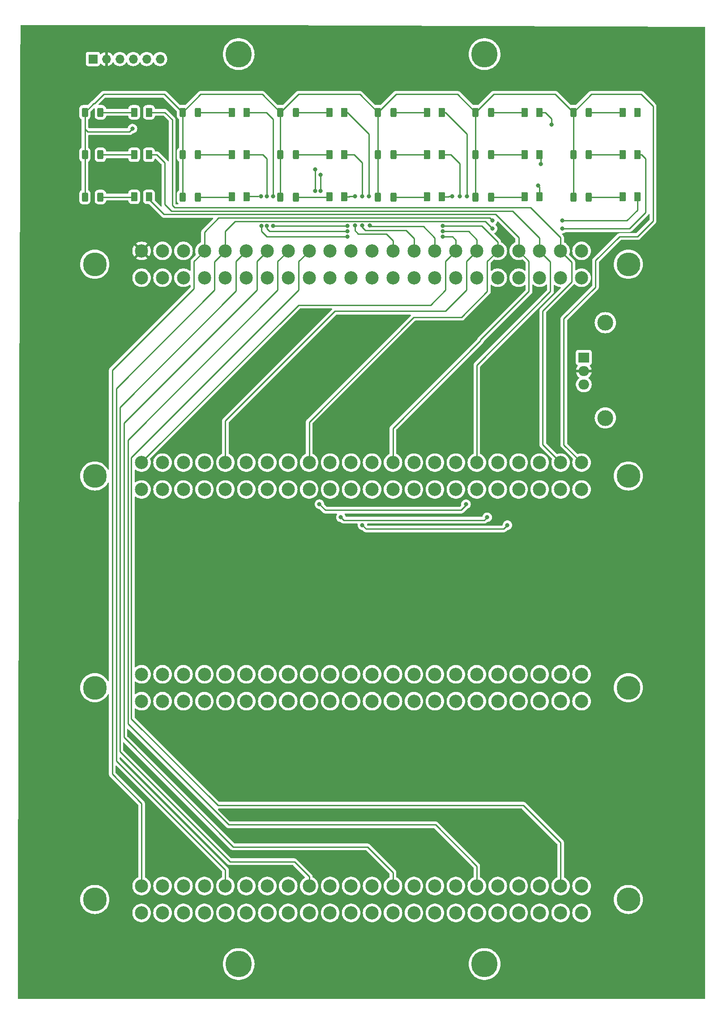
<source format=gbr>
%TF.GenerationSoftware,KiCad,Pcbnew,8.0.1*%
%TF.CreationDate,2024-03-28T18:07:39-06:00*%
%TF.ProjectId,rck,72636b2e-6b69-4636-9164-5f7063625858,rev?*%
%TF.SameCoordinates,PX22c24e4PYbb5f0a8*%
%TF.FileFunction,Copper,L1,Top*%
%TF.FilePolarity,Positive*%
%FSLAX46Y46*%
G04 Gerber Fmt 4.6, Leading zero omitted, Abs format (unit mm)*
G04 Created by KiCad (PCBNEW 8.0.1) date 2024-03-28 18:07:39*
%MOMM*%
%LPD*%
G01*
G04 APERTURE LIST*
G04 Aperture macros list*
%AMRoundRect*
0 Rectangle with rounded corners*
0 $1 Rounding radius*
0 $2 $3 $4 $5 $6 $7 $8 $9 X,Y pos of 4 corners*
0 Add a 4 corners polygon primitive as box body*
4,1,4,$2,$3,$4,$5,$6,$7,$8,$9,$2,$3,0*
0 Add four circle primitives for the rounded corners*
1,1,$1+$1,$2,$3*
1,1,$1+$1,$4,$5*
1,1,$1+$1,$6,$7*
1,1,$1+$1,$8,$9*
0 Add four rect primitives between the rounded corners*
20,1,$1+$1,$2,$3,$4,$5,0*
20,1,$1+$1,$4,$5,$6,$7,0*
20,1,$1+$1,$6,$7,$8,$9,0*
20,1,$1+$1,$8,$9,$2,$3,0*%
G04 Aperture macros list end*
%TA.AperFunction,ComponentPad*%
%ADD10C,3.000000*%
%TD*%
%TA.AperFunction,SMDPad,CuDef*%
%ADD11RoundRect,0.250000X0.312500X0.625000X-0.312500X0.625000X-0.312500X-0.625000X0.312500X-0.625000X0*%
%TD*%
%TA.AperFunction,SMDPad,CuDef*%
%ADD12RoundRect,0.250000X0.375000X0.625000X-0.375000X0.625000X-0.375000X-0.625000X0.375000X-0.625000X0*%
%TD*%
%TA.AperFunction,ComponentPad*%
%ADD13C,4.500000*%
%TD*%
%TA.AperFunction,ComponentPad*%
%ADD14C,2.500000*%
%TD*%
%TA.AperFunction,ComponentPad*%
%ADD15R,2.000000X1.905000*%
%TD*%
%TA.AperFunction,ComponentPad*%
%ADD16O,2.000000X1.905000*%
%TD*%
%TA.AperFunction,ComponentPad*%
%ADD17R,1.700000X1.700000*%
%TD*%
%TA.AperFunction,ComponentPad*%
%ADD18O,1.700000X1.700000*%
%TD*%
%TA.AperFunction,ViaPad*%
%ADD19C,5.000000*%
%TD*%
%TA.AperFunction,ViaPad*%
%ADD20C,0.800000*%
%TD*%
%TA.AperFunction,Conductor*%
%ADD21C,0.250000*%
%TD*%
G04 APERTURE END LIST*
D10*
%TO.P,REF\u002A\u002A,1*%
%TO.N,N/C*%
X111095000Y127773000D03*
X111095000Y109773000D03*
%TD*%
D11*
%TO.P,R18,1*%
%TO.N,Net-(rD18-A)*%
X107961860Y151510000D03*
%TO.P,R18,2*%
%TO.N,VCC*%
X105036860Y151510000D03*
%TD*%
%TO.P,R10,1*%
%TO.N,Net-(rD10-A)*%
X71019316Y167512000D03*
%TO.P,R10,2*%
%TO.N,VCC*%
X68094316Y167512000D03*
%TD*%
D12*
%TO.P,rD15,1,K*%
%TO.N,Net-(J01-Pin_16a)*%
X98683724Y151560000D03*
%TO.P,rD15,2,A*%
%TO.N,Net-(rD15-A)*%
X95883724Y151560000D03*
%TD*%
D11*
%TO.P,R7,1*%
%TO.N,Net-(rD7-A)*%
X52548044Y167512000D03*
%TO.P,R7,2*%
%TO.N,VCC*%
X49623044Y167512000D03*
%TD*%
D12*
%TO.P,rD4,1,K*%
%TO.N,Net-(J01-Pin_5a)*%
X43269908Y167512000D03*
%TO.P,rD4,2,A*%
%TO.N,Net-(rD4-A)*%
X40469908Y167512000D03*
%TD*%
D13*
%TO.P,J04,*%
%TO.N,*%
X115450000Y18800000D03*
X14550000Y18800000D03*
D14*
%TO.P,J04,1a,Pin_1a*%
%TO.N,VCC*%
X106605000Y21340000D03*
%TO.P,J04,1b,Pin_1b*%
%TO.N,unconnected-(J04-Pin_1b-Pad1b)*%
X106605000Y16260000D03*
%TO.P,J04,2a,Pin_2a*%
%TO.N,Net-(J01-Pin_14a)*%
X102642620Y21340000D03*
%TO.P,J04,2b,Pin_2b*%
%TO.N,unconnected-(J04-Pin_2b-Pad2b)*%
X102642620Y16260000D03*
%TO.P,J04,3a,Pin_3a*%
%TO.N,unconnected-(J04-Pin_3a-Pad3a)*%
X98680240Y21340000D03*
%TO.P,J04,3b,Pin_3b*%
%TO.N,unconnected-(J04-Pin_3b-Pad3b)*%
X98680240Y16260000D03*
%TO.P,J04,4a,Pin_4a*%
%TO.N,unconnected-(J04-Pin_4a-Pad4a)*%
X94717860Y21340000D03*
%TO.P,J04,4b,Pin_4b*%
%TO.N,unconnected-(J04-Pin_4b-Pad4b)*%
X94717860Y16260000D03*
%TO.P,J04,5a,Pin_5a*%
%TO.N,unconnected-(J04-Pin_5a-Pad5a)*%
X90755480Y21340000D03*
%TO.P,J04,5b,Pin_5b*%
%TO.N,unconnected-(J04-Pin_5b-Pad5b)*%
X90755480Y16260000D03*
%TO.P,J04,6a,Pin_6a*%
%TO.N,Net-(J01-Pin_15a)*%
X86793100Y21340000D03*
%TO.P,J04,6b,Pin_6b*%
%TO.N,unconnected-(J04-Pin_6b-Pad6b)*%
X86793100Y16260000D03*
%TO.P,J04,7a,Pin_7a*%
%TO.N,unconnected-(J04-Pin_7a-Pad7a)*%
X82830720Y21340000D03*
%TO.P,J04,7b,Pin_7b*%
%TO.N,unconnected-(J04-Pin_7b-Pad7b)*%
X82830720Y16260000D03*
%TO.P,J04,8a,Pin_8a*%
%TO.N,unconnected-(J04-Pin_8a-Pad8a)*%
X78868340Y21340000D03*
%TO.P,J04,8b,Pin_8b*%
%TO.N,unconnected-(J04-Pin_8b-Pad8b)*%
X78868340Y16260000D03*
%TO.P,J04,9a,Pin_9a*%
%TO.N,unconnected-(J04-Pin_9a-Pad9a)*%
X74905960Y21340000D03*
%TO.P,J04,9b,Pin_9b*%
%TO.N,unconnected-(J04-Pin_9b-Pad9b)*%
X74905960Y16260000D03*
%TO.P,J04,10a,Pin_10a*%
%TO.N,Net-(J01-Pin_16a)*%
X70943580Y21340000D03*
%TO.P,J04,10b,Pin_10b*%
%TO.N,unconnected-(J04-Pin_10b-Pad10b)*%
X70943580Y16260000D03*
%TO.P,J04,11a,Pin_11a*%
%TO.N,unconnected-(J04-Pin_11a-Pad11a)*%
X66981200Y21340000D03*
%TO.P,J04,11b,Pin_11b*%
%TO.N,unconnected-(J04-Pin_11b-Pad11b)*%
X66981200Y16260000D03*
%TO.P,J04,12a,Pin_12a*%
%TO.N,unconnected-(J04-Pin_12a-Pad12a)*%
X63018820Y21340000D03*
%TO.P,J04,12b,Pin_12b*%
%TO.N,unconnected-(J04-Pin_12b-Pad12b)*%
X63018820Y16260000D03*
%TO.P,J04,13a,Pin_13a*%
%TO.N,unconnected-(J04-Pin_13a-Pad13a)*%
X59056440Y21340000D03*
%TO.P,J04,13b,Pin_13b*%
%TO.N,unconnected-(J04-Pin_13b-Pad13b)*%
X59056440Y16260000D03*
%TO.P,J04,14a,Pin_14a*%
%TO.N,Net-(J01-Pin_17a)*%
X55094060Y21340000D03*
%TO.P,J04,14b,Pin_14b*%
%TO.N,unconnected-(J04-Pin_14b-Pad14b)*%
X55094060Y16260000D03*
%TO.P,J04,15a,Pin_15a*%
%TO.N,unconnected-(J04-Pin_15a-Pad15a)*%
X51131680Y21340000D03*
%TO.P,J04,15b,Pin_15b*%
%TO.N,unconnected-(J04-Pin_15b-Pad15b)*%
X51131680Y16260000D03*
%TO.P,J04,16a,Pin_16a*%
%TO.N,unconnected-(J04-Pin_16a-Pad16a)*%
X47169300Y21340000D03*
%TO.P,J04,16b,Pin_16b*%
%TO.N,unconnected-(J04-Pin_16b-Pad16b)*%
X47169300Y16260000D03*
%TO.P,J04,17a,Pin_17a*%
%TO.N,unconnected-(J04-Pin_17a-Pad17a)*%
X43206920Y21340000D03*
%TO.P,J04,17b,Pin_17b*%
%TO.N,unconnected-(J04-Pin_17b-Pad17b)*%
X43206920Y16260000D03*
%TO.P,J04,18a,Pin_18a*%
%TO.N,Net-(J01-Pin_18a)*%
X39244540Y21340000D03*
%TO.P,J04,18b,Pin_18b*%
%TO.N,unconnected-(J04-Pin_18b-Pad18b)*%
X39244540Y16260000D03*
%TO.P,J04,19a,Pin_19a*%
%TO.N,unconnected-(J04-Pin_19a-Pad19a)*%
X35282160Y21340000D03*
%TO.P,J04,19b,Pin_19b*%
%TO.N,unconnected-(J04-Pin_19b-Pad19b)*%
X35282160Y16260000D03*
%TO.P,J04,20a,Pin_20a*%
%TO.N,unconnected-(J04-Pin_20a-Pad20a)*%
X31319780Y21340000D03*
%TO.P,J04,20b,Pin_20b*%
%TO.N,unconnected-(J04-Pin_20b-Pad20b)*%
X31319780Y16260000D03*
%TO.P,J04,21a,Pin_21a*%
%TO.N,unconnected-(J04-Pin_21a-Pad21a)*%
X27357400Y21340000D03*
%TO.P,J04,21b,Pin_21b*%
%TO.N,unconnected-(J04-Pin_21b-Pad21b)*%
X27357400Y16260000D03*
%TO.P,J04,22a,Pin_22a*%
%TO.N,Net-(J01-Pin_19a)*%
X23395000Y21340000D03*
%TO.P,J04,22b,Pin_22b*%
%TO.N,unconnected-(J04-Pin_22b-Pad22b)*%
X23395000Y16260000D03*
%TD*%
D12*
%TO.P,rD11,1,K*%
%TO.N,Net-(J01-Pin_12a)*%
X80212452Y159511000D03*
%TO.P,rD11,2,A*%
%TO.N,Net-(rD11-A)*%
X77412452Y159511000D03*
%TD*%
D11*
%TO.P,R6,1*%
%TO.N,Net-(rD6-A)*%
X34076772Y151510000D03*
%TO.P,R6,2*%
%TO.N,VCC*%
X31151772Y151510000D03*
%TD*%
D12*
%TO.P,rD13,1,K*%
%TO.N,Net-(J01-Pin_14a)*%
X98683724Y167512000D03*
%TO.P,rD13,2,A*%
%TO.N,Net-(rD13-A)*%
X95883724Y167512000D03*
%TD*%
D11*
%TO.P,R5,1*%
%TO.N,Net-(rD5-A)*%
X34076772Y159511000D03*
%TO.P,R5,2*%
%TO.N,VCC*%
X31151772Y159511000D03*
%TD*%
D15*
%TO.P,VR2,1,Vin*%
%TO.N,+12V*%
X107031000Y121180000D03*
D16*
%TO.P,VR2,2,GND*%
%TO.N,GND*%
X107031000Y118640000D03*
%TO.P,VR2,3,Vout*%
%TO.N,+5V*%
X107031000Y116100000D03*
%TD*%
D11*
%TO.P,R8,1*%
%TO.N,Net-(rD8-A)*%
X52548044Y159511000D03*
%TO.P,R8,2*%
%TO.N,VCC*%
X49623044Y159511000D03*
%TD*%
%TO.P,R4,1*%
%TO.N,Net-(rD4-A)*%
X34076772Y167512000D03*
%TO.P,R4,2*%
%TO.N,VCC*%
X31151772Y167512000D03*
%TD*%
D12*
%TO.P,rD18,1,K*%
%TO.N,Net-(J01-Pin_19a)*%
X117155000Y151560000D03*
%TO.P,rD18,2,A*%
%TO.N,Net-(rD18-A)*%
X114355000Y151560000D03*
%TD*%
D11*
%TO.P,R16,1*%
%TO.N,Net-(rD16-A)*%
X107961860Y167512000D03*
%TO.P,R16,2*%
%TO.N,VCC*%
X105036860Y167512000D03*
%TD*%
D13*
%TO.P,J02,*%
%TO.N,*%
X115450000Y98800000D03*
X14550000Y98800000D03*
D14*
%TO.P,J02,1a,Pin_1a*%
%TO.N,VCC*%
X106605000Y101340000D03*
%TO.P,J02,1b,Pin_1b*%
%TO.N,unconnected-(J02-Pin_1b-Pad1b)*%
X106605000Y96260000D03*
%TO.P,J02,2a,Pin_2a*%
%TO.N,Net-(J01-Pin_2a)*%
X102642620Y101340000D03*
%TO.P,J02,2b,Pin_2b*%
%TO.N,unconnected-(J02-Pin_2b-Pad2b)*%
X102642620Y96260000D03*
%TO.P,J02,3a,Pin_3a*%
%TO.N,unconnected-(J02-Pin_3a-Pad3a)*%
X98680240Y101340000D03*
%TO.P,J02,3b,Pin_3b*%
%TO.N,unconnected-(J02-Pin_3b-Pad3b)*%
X98680240Y96260000D03*
%TO.P,J02,4a,Pin_4a*%
%TO.N,unconnected-(J02-Pin_4a-Pad4a)*%
X94717860Y101340000D03*
%TO.P,J02,4b,Pin_4b*%
%TO.N,unconnected-(J02-Pin_4b-Pad4b)*%
X94717860Y96260000D03*
%TO.P,J02,5a,Pin_5a*%
%TO.N,unconnected-(J02-Pin_5a-Pad5a)*%
X90755480Y101340000D03*
%TO.P,J02,5b,Pin_5b*%
%TO.N,unconnected-(J02-Pin_5b-Pad5b)*%
X90755480Y96260000D03*
%TO.P,J02,6a,Pin_6a*%
%TO.N,Net-(J01-Pin_3a)*%
X86793100Y101340000D03*
%TO.P,J02,6b,Pin_6b*%
%TO.N,unconnected-(J02-Pin_6b-Pad6b)*%
X86793100Y96260000D03*
%TO.P,J02,7a,Pin_7a*%
%TO.N,unconnected-(J02-Pin_7a-Pad7a)*%
X82830720Y101340000D03*
%TO.P,J02,7b,Pin_7b*%
%TO.N,unconnected-(J02-Pin_7b-Pad7b)*%
X82830720Y96260000D03*
%TO.P,J02,8a,Pin_8a*%
%TO.N,unconnected-(J02-Pin_8a-Pad8a)*%
X78868340Y101340000D03*
%TO.P,J02,8b,Pin_8b*%
%TO.N,unconnected-(J02-Pin_8b-Pad8b)*%
X78868340Y96260000D03*
%TO.P,J02,9a,Pin_9a*%
%TO.N,unconnected-(J02-Pin_9a-Pad9a)*%
X74905960Y101340000D03*
%TO.P,J02,9b,Pin_9b*%
%TO.N,unconnected-(J02-Pin_9b-Pad9b)*%
X74905960Y96260000D03*
%TO.P,J02,10a,Pin_10a*%
%TO.N,Net-(J01-Pin_4a)*%
X70943580Y101340000D03*
%TO.P,J02,10b,Pin_10b*%
%TO.N,unconnected-(J02-Pin_10b-Pad10b)*%
X70943580Y96260000D03*
%TO.P,J02,11a,Pin_11a*%
%TO.N,unconnected-(J02-Pin_11a-Pad11a)*%
X66981200Y101340000D03*
%TO.P,J02,11b,Pin_11b*%
%TO.N,unconnected-(J02-Pin_11b-Pad11b)*%
X66981200Y96260000D03*
%TO.P,J02,12a,Pin_12a*%
%TO.N,unconnected-(J02-Pin_12a-Pad12a)*%
X63018820Y101340000D03*
%TO.P,J02,12b,Pin_12b*%
%TO.N,unconnected-(J02-Pin_12b-Pad12b)*%
X63018820Y96260000D03*
%TO.P,J02,13a,Pin_13a*%
%TO.N,unconnected-(J02-Pin_13a-Pad13a)*%
X59056440Y101340000D03*
%TO.P,J02,13b,Pin_13b*%
%TO.N,unconnected-(J02-Pin_13b-Pad13b)*%
X59056440Y96260000D03*
%TO.P,J02,14a,Pin_14a*%
%TO.N,Net-(J01-Pin_5a)*%
X55094060Y101340000D03*
%TO.P,J02,14b,Pin_14b*%
%TO.N,unconnected-(J02-Pin_14b-Pad14b)*%
X55094060Y96260000D03*
%TO.P,J02,15a,Pin_15a*%
%TO.N,unconnected-(J02-Pin_15a-Pad15a)*%
X51131680Y101340000D03*
%TO.P,J02,15b,Pin_15b*%
%TO.N,unconnected-(J02-Pin_15b-Pad15b)*%
X51131680Y96260000D03*
%TO.P,J02,16a,Pin_16a*%
%TO.N,unconnected-(J02-Pin_16a-Pad16a)*%
X47169300Y101340000D03*
%TO.P,J02,16b,Pin_16b*%
%TO.N,unconnected-(J02-Pin_16b-Pad16b)*%
X47169300Y96260000D03*
%TO.P,J02,17a,Pin_17a*%
%TO.N,unconnected-(J02-Pin_17a-Pad17a)*%
X43206920Y101340000D03*
%TO.P,J02,17b,Pin_17b*%
%TO.N,unconnected-(J02-Pin_17b-Pad17b)*%
X43206920Y96260000D03*
%TO.P,J02,18a,Pin_18a*%
%TO.N,Net-(J01-Pin_6a)*%
X39244540Y101340000D03*
%TO.P,J02,18b,Pin_18b*%
%TO.N,unconnected-(J02-Pin_18b-Pad18b)*%
X39244540Y96260000D03*
%TO.P,J02,19a,Pin_19a*%
%TO.N,unconnected-(J02-Pin_19a-Pad19a)*%
X35282160Y101340000D03*
%TO.P,J02,19b,Pin_19b*%
%TO.N,unconnected-(J02-Pin_19b-Pad19b)*%
X35282160Y96260000D03*
%TO.P,J02,20a,Pin_20a*%
%TO.N,unconnected-(J02-Pin_20a-Pad20a)*%
X31319780Y101340000D03*
%TO.P,J02,20b,Pin_20b*%
%TO.N,unconnected-(J02-Pin_20b-Pad20b)*%
X31319780Y96260000D03*
%TO.P,J02,21a,Pin_21a*%
%TO.N,unconnected-(J02-Pin_21a-Pad21a)*%
X27357400Y101340000D03*
%TO.P,J02,21b,Pin_21b*%
%TO.N,unconnected-(J02-Pin_21b-Pad21b)*%
X27357400Y96260000D03*
%TO.P,J02,22a,Pin_22a*%
%TO.N,Net-(J01-Pin_7a)*%
X23395000Y101340000D03*
%TO.P,J02,22b,Pin_22b*%
%TO.N,unconnected-(J02-Pin_22b-Pad22b)*%
X23395000Y96260000D03*
%TD*%
D11*
%TO.P,R1,1*%
%TO.N,Net-(rD1-A)*%
X15605500Y167512000D03*
%TO.P,R1,2*%
%TO.N,VCC*%
X12680500Y167512000D03*
%TD*%
D12*
%TO.P,rD14,1,K*%
%TO.N,Net-(J01-Pin_15a)*%
X98683724Y159511000D03*
%TO.P,rD14,2,A*%
%TO.N,Net-(rD14-A)*%
X95883724Y159511000D03*
%TD*%
%TO.P,rD12,1,K*%
%TO.N,Net-(J01-Pin_13a)*%
X80212452Y151560000D03*
%TO.P,rD12,2,A*%
%TO.N,Net-(rD12-A)*%
X77412452Y151560000D03*
%TD*%
D11*
%TO.P,R9,1*%
%TO.N,Net-(rD9-A)*%
X52548044Y151510000D03*
%TO.P,R9,2*%
%TO.N,VCC*%
X49623044Y151510000D03*
%TD*%
%TO.P,R2,1*%
%TO.N,Net-(rD2-A)*%
X15605500Y159511000D03*
%TO.P,R2,2*%
%TO.N,VCC*%
X12680500Y159511000D03*
%TD*%
D12*
%TO.P,rD8,1,K*%
%TO.N,Net-(J01-Pin_9a)*%
X61741180Y159511000D03*
%TO.P,rD8,2,A*%
%TO.N,Net-(rD8-A)*%
X58941180Y159511000D03*
%TD*%
D11*
%TO.P,R17,1*%
%TO.N,Net-(rD17-A)*%
X107961860Y159511000D03*
%TO.P,R17,2*%
%TO.N,VCC*%
X105036860Y159511000D03*
%TD*%
D13*
%TO.P,J01,*%
%TO.N,*%
X115450000Y138800000D03*
X14550000Y138800000D03*
D14*
%TO.P,J01,1a,Pin_1a*%
%TO.N,+5V*%
X106605000Y141340000D03*
%TO.P,J01,1b,Pin_1b*%
%TO.N,unconnected-(J01-Pin_1b-Pad1b)*%
X106605000Y136260000D03*
%TO.P,J01,2a,Pin_2a*%
%TO.N,Net-(J01-Pin_2a)*%
X102642620Y141340000D03*
%TO.P,J01,2b,Pin_2b*%
%TO.N,unconnected-(J01-Pin_2b-Pad2b)*%
X102642620Y136260000D03*
%TO.P,J01,3a,Pin_3a*%
%TO.N,Net-(J01-Pin_3a)*%
X98680240Y141340000D03*
%TO.P,J01,3b,Pin_3b*%
%TO.N,unconnected-(J01-Pin_3b-Pad3b)*%
X98680240Y136260000D03*
%TO.P,J01,4a,Pin_4a*%
%TO.N,Net-(J01-Pin_4a)*%
X94717860Y141340000D03*
%TO.P,J01,4b,Pin_4b*%
%TO.N,unconnected-(J01-Pin_4b-Pad4b)*%
X94717860Y136260000D03*
%TO.P,J01,5a,Pin_5a*%
%TO.N,Net-(J01-Pin_5a)*%
X90755480Y141340000D03*
%TO.P,J01,5b,Pin_5b*%
%TO.N,unconnected-(J01-Pin_5b-Pad5b)*%
X90755480Y136260000D03*
%TO.P,J01,6a,Pin_6a*%
%TO.N,Net-(J01-Pin_6a)*%
X86793100Y141340000D03*
%TO.P,J01,6b,Pin_6b*%
%TO.N,unconnected-(J01-Pin_6b-Pad6b)*%
X86793100Y136260000D03*
%TO.P,J01,7a,Pin_7a*%
%TO.N,Net-(J01-Pin_7a)*%
X82830720Y141340000D03*
%TO.P,J01,7b,Pin_7b*%
%TO.N,unconnected-(J01-Pin_7b-Pad7b)*%
X82830720Y136260000D03*
%TO.P,J01,8a,Pin_8a*%
%TO.N,Net-(J01-Pin_8a)*%
X78868340Y141340000D03*
%TO.P,J01,8b,Pin_8b*%
%TO.N,unconnected-(J01-Pin_8b-Pad8b)*%
X78868340Y136260000D03*
%TO.P,J01,9a,Pin_9a*%
%TO.N,Net-(J01-Pin_9a)*%
X74905960Y141340000D03*
%TO.P,J01,9b,Pin_9b*%
%TO.N,unconnected-(J01-Pin_9b-Pad9b)*%
X74905960Y136260000D03*
%TO.P,J01,10a,Pin_10a*%
%TO.N,Net-(J01-Pin_10a)*%
X70943580Y141340000D03*
%TO.P,J01,10b,Pin_10b*%
%TO.N,unconnected-(J01-Pin_10b-Pad10b)*%
X70943580Y136260000D03*
%TO.P,J01,11a,Pin_11a*%
%TO.N,Net-(J01-Pin_11a)*%
X66981200Y141340000D03*
%TO.P,J01,11b,Pin_11b*%
%TO.N,unconnected-(J01-Pin_11b-Pad11b)*%
X66981200Y136260000D03*
%TO.P,J01,12a,Pin_12a*%
%TO.N,Net-(J01-Pin_12a)*%
X63018820Y141340000D03*
%TO.P,J01,12b,Pin_12b*%
%TO.N,unconnected-(J01-Pin_12b-Pad12b)*%
X63018820Y136260000D03*
%TO.P,J01,13a,Pin_13a*%
%TO.N,Net-(J01-Pin_13a)*%
X59056440Y141340000D03*
%TO.P,J01,13b,Pin_13b*%
%TO.N,unconnected-(J01-Pin_13b-Pad13b)*%
X59056440Y136260000D03*
%TO.P,J01,14a,Pin_14a*%
%TO.N,Net-(J01-Pin_14a)*%
X55094060Y141340000D03*
%TO.P,J01,14b,Pin_14b*%
%TO.N,unconnected-(J01-Pin_14b-Pad14b)*%
X55094060Y136260000D03*
%TO.P,J01,15a,Pin_15a*%
%TO.N,Net-(J01-Pin_15a)*%
X51131680Y141340000D03*
%TO.P,J01,15b,Pin_15b*%
%TO.N,unconnected-(J01-Pin_15b-Pad15b)*%
X51131680Y136260000D03*
%TO.P,J01,16a,Pin_16a*%
%TO.N,Net-(J01-Pin_16a)*%
X47169300Y141340000D03*
%TO.P,J01,16b,Pin_16b*%
%TO.N,unconnected-(J01-Pin_16b-Pad16b)*%
X47169300Y136260000D03*
%TO.P,J01,17a,Pin_17a*%
%TO.N,Net-(J01-Pin_17a)*%
X43206920Y141340000D03*
%TO.P,J01,17b,Pin_17b*%
%TO.N,unconnected-(J01-Pin_17b-Pad17b)*%
X43206920Y136260000D03*
%TO.P,J01,18a,Pin_18a*%
%TO.N,Net-(J01-Pin_18a)*%
X39244540Y141340000D03*
%TO.P,J01,18b,Pin_18b*%
%TO.N,unconnected-(J01-Pin_18b-Pad18b)*%
X39244540Y136260000D03*
%TO.P,J01,19a,Pin_19a*%
%TO.N,Net-(J01-Pin_19a)*%
X35282160Y141340000D03*
%TO.P,J01,19b,Pin_19b*%
%TO.N,unconnected-(J01-Pin_19b-Pad19b)*%
X35282160Y136260000D03*
%TO.P,J01,20a,Pin_20a*%
%TO.N,unconnected-(J01-Pin_20a-Pad20a)*%
X31319780Y141340000D03*
%TO.P,J01,20b,Pin_20b*%
%TO.N,unconnected-(J01-Pin_20b-Pad20b)*%
X31319780Y136260000D03*
%TO.P,J01,21a,Pin_21a*%
%TO.N,unconnected-(J01-Pin_21a-Pad21a)*%
X27357400Y141340000D03*
%TO.P,J01,21b,Pin_21b*%
%TO.N,unconnected-(J01-Pin_21b-Pad21b)*%
X27357400Y136260000D03*
%TO.P,J01,22a,Pin_22a*%
%TO.N,GND*%
X23395000Y141340000D03*
%TO.P,J01,22b,Pin_22b*%
%TO.N,unconnected-(J01-Pin_22b-Pad22b)*%
X23395000Y136260000D03*
%TD*%
D12*
%TO.P,rD9,1,K*%
%TO.N,Net-(J01-Pin_10a)*%
X61741180Y151560000D03*
%TO.P,rD9,2,A*%
%TO.N,Net-(rD9-A)*%
X58941180Y151560000D03*
%TD*%
%TO.P,rD6,1,K*%
%TO.N,Net-(J01-Pin_7a)*%
X43269908Y151560000D03*
%TO.P,rD6,2,A*%
%TO.N,Net-(rD6-A)*%
X40469908Y151560000D03*
%TD*%
%TO.P,rD5,1,K*%
%TO.N,Net-(J01-Pin_6a)*%
X43269908Y159511000D03*
%TO.P,rD5,2,A*%
%TO.N,Net-(rD5-A)*%
X40469908Y159511000D03*
%TD*%
%TO.P,rD16,1,K*%
%TO.N,Net-(J01-Pin_17a)*%
X117155000Y167512000D03*
%TO.P,rD16,2,A*%
%TO.N,Net-(rD16-A)*%
X114355000Y167512000D03*
%TD*%
D11*
%TO.P,R12,1*%
%TO.N,Net-(rD12-A)*%
X71019316Y151510000D03*
%TO.P,R12,2*%
%TO.N,VCC*%
X68094316Y151510000D03*
%TD*%
%TO.P,R14,1*%
%TO.N,Net-(rD14-A)*%
X89490588Y159511000D03*
%TO.P,R14,2*%
%TO.N,VCC*%
X86565588Y159511000D03*
%TD*%
D12*
%TO.P,rD2,1,K*%
%TO.N,Net-(J01-Pin_3a)*%
X24798636Y159511000D03*
%TO.P,rD2,2,A*%
%TO.N,Net-(rD2-A)*%
X21998636Y159511000D03*
%TD*%
D11*
%TO.P,R15,1*%
%TO.N,Net-(rD15-A)*%
X89490588Y151510000D03*
%TO.P,R15,2*%
%TO.N,VCC*%
X86565588Y151510000D03*
%TD*%
%TO.P,R11,1*%
%TO.N,Net-(rD11-A)*%
X71019316Y159511000D03*
%TO.P,R11,2*%
%TO.N,VCC*%
X68094316Y159511000D03*
%TD*%
D12*
%TO.P,rD17,1,K*%
%TO.N,Net-(J01-Pin_18a)*%
X117155000Y159511000D03*
%TO.P,rD17,2,A*%
%TO.N,Net-(rD17-A)*%
X114355000Y159511000D03*
%TD*%
D17*
%TO.P,J6,1,Pin_1*%
%TO.N,+12V*%
X14194000Y177593000D03*
D18*
%TO.P,J6,2,Pin_2*%
%TO.N,GND*%
X16734000Y177593000D03*
%TO.P,J6,3,Pin_3*%
%TO.N,unconnected-(J6-Pin_3-Pad3)*%
X19274000Y177593000D03*
%TO.P,J6,4,Pin_4*%
%TO.N,unconnected-(J6-Pin_4-Pad4)*%
X21814000Y177593000D03*
%TO.P,J6,5,Pin_5*%
%TO.N,unconnected-(J6-Pin_5-Pad5)*%
X24354000Y177593000D03*
%TO.P,J6,6,Pin_6*%
%TO.N,unconnected-(J6-Pin_6-Pad6)*%
X26894000Y177593000D03*
%TD*%
D12*
%TO.P,rD1,1,K*%
%TO.N,Net-(J01-Pin_2a)*%
X24798636Y167512000D03*
%TO.P,rD1,2,A*%
%TO.N,Net-(rD1-A)*%
X21998636Y167512000D03*
%TD*%
%TO.P,rD10,1,K*%
%TO.N,Net-(J01-Pin_11a)*%
X80212452Y167512000D03*
%TO.P,rD10,2,A*%
%TO.N,Net-(rD10-A)*%
X77412452Y167512000D03*
%TD*%
D13*
%TO.P,J03,*%
%TO.N,*%
X115450000Y58800000D03*
X14550000Y58800000D03*
D14*
%TO.P,J03,1a,Pin_1a*%
%TO.N,VCC*%
X106605000Y61340000D03*
%TO.P,J03,1b,Pin_1b*%
%TO.N,unconnected-(J03-Pin_1b-Pad1b)*%
X106605000Y56260000D03*
%TO.P,J03,2a,Pin_2a*%
%TO.N,Net-(J01-Pin_8a)*%
X102642620Y61340000D03*
%TO.P,J03,2b,Pin_2b*%
%TO.N,unconnected-(J03-Pin_2b-Pad2b)*%
X102642620Y56260000D03*
%TO.P,J03,3a,Pin_3a*%
%TO.N,unconnected-(J03-Pin_3a-Pad3a)*%
X98680240Y61340000D03*
%TO.P,J03,3b,Pin_3b*%
%TO.N,unconnected-(J03-Pin_3b-Pad3b)*%
X98680240Y56260000D03*
%TO.P,J03,4a,Pin_4a*%
%TO.N,unconnected-(J03-Pin_4a-Pad4a)*%
X94717860Y61340000D03*
%TO.P,J03,4b,Pin_4b*%
%TO.N,unconnected-(J03-Pin_4b-Pad4b)*%
X94717860Y56260000D03*
%TO.P,J03,5a,Pin_5a*%
%TO.N,unconnected-(J03-Pin_5a-Pad5a)*%
X90755480Y61340000D03*
%TO.P,J03,5b,Pin_5b*%
%TO.N,unconnected-(J03-Pin_5b-Pad5b)*%
X90755480Y56260000D03*
%TO.P,J03,6a,Pin_6a*%
%TO.N,Net-(J01-Pin_9a)*%
X86793100Y61340000D03*
%TO.P,J03,6b,Pin_6b*%
%TO.N,unconnected-(J03-Pin_6b-Pad6b)*%
X86793100Y56260000D03*
%TO.P,J03,7a,Pin_7a*%
%TO.N,unconnected-(J03-Pin_7a-Pad7a)*%
X82830720Y61340000D03*
%TO.P,J03,7b,Pin_7b*%
%TO.N,unconnected-(J03-Pin_7b-Pad7b)*%
X82830720Y56260000D03*
%TO.P,J03,8a,Pin_8a*%
%TO.N,unconnected-(J03-Pin_8a-Pad8a)*%
X78868340Y61340000D03*
%TO.P,J03,8b,Pin_8b*%
%TO.N,unconnected-(J03-Pin_8b-Pad8b)*%
X78868340Y56260000D03*
%TO.P,J03,9a,Pin_9a*%
%TO.N,unconnected-(J03-Pin_9a-Pad9a)*%
X74905960Y61340000D03*
%TO.P,J03,9b,Pin_9b*%
%TO.N,unconnected-(J03-Pin_9b-Pad9b)*%
X74905960Y56260000D03*
%TO.P,J03,10a,Pin_10a*%
%TO.N,Net-(J01-Pin_10a)*%
X70943580Y61340000D03*
%TO.P,J03,10b,Pin_10b*%
%TO.N,unconnected-(J03-Pin_10b-Pad10b)*%
X70943580Y56260000D03*
%TO.P,J03,11a,Pin_11a*%
%TO.N,unconnected-(J03-Pin_11a-Pad11a)*%
X66981200Y61340000D03*
%TO.P,J03,11b,Pin_11b*%
%TO.N,unconnected-(J03-Pin_11b-Pad11b)*%
X66981200Y56260000D03*
%TO.P,J03,12a,Pin_12a*%
%TO.N,unconnected-(J03-Pin_12a-Pad12a)*%
X63018820Y61340000D03*
%TO.P,J03,12b,Pin_12b*%
%TO.N,unconnected-(J03-Pin_12b-Pad12b)*%
X63018820Y56260000D03*
%TO.P,J03,13a,Pin_13a*%
%TO.N,unconnected-(J03-Pin_13a-Pad13a)*%
X59056440Y61340000D03*
%TO.P,J03,13b,Pin_13b*%
%TO.N,unconnected-(J03-Pin_13b-Pad13b)*%
X59056440Y56260000D03*
%TO.P,J03,14a,Pin_14a*%
%TO.N,Net-(J01-Pin_11a)*%
X55094060Y61340000D03*
%TO.P,J03,14b,Pin_14b*%
%TO.N,unconnected-(J03-Pin_14b-Pad14b)*%
X55094060Y56260000D03*
%TO.P,J03,15a,Pin_15a*%
%TO.N,unconnected-(J03-Pin_15a-Pad15a)*%
X51131680Y61340000D03*
%TO.P,J03,15b,Pin_15b*%
%TO.N,unconnected-(J03-Pin_15b-Pad15b)*%
X51131680Y56260000D03*
%TO.P,J03,16a,Pin_16a*%
%TO.N,unconnected-(J03-Pin_16a-Pad16a)*%
X47169300Y61340000D03*
%TO.P,J03,16b,Pin_16b*%
%TO.N,unconnected-(J03-Pin_16b-Pad16b)*%
X47169300Y56260000D03*
%TO.P,J03,17a,Pin_17a*%
%TO.N,unconnected-(J03-Pin_17a-Pad17a)*%
X43206920Y61340000D03*
%TO.P,J03,17b,Pin_17b*%
%TO.N,unconnected-(J03-Pin_17b-Pad17b)*%
X43206920Y56260000D03*
%TO.P,J03,18a,Pin_18a*%
%TO.N,Net-(J01-Pin_12a)*%
X39244540Y61340000D03*
%TO.P,J03,18b,Pin_18b*%
%TO.N,unconnected-(J03-Pin_18b-Pad18b)*%
X39244540Y56260000D03*
%TO.P,J03,19a,Pin_19a*%
%TO.N,unconnected-(J03-Pin_19a-Pad19a)*%
X35282160Y61340000D03*
%TO.P,J03,19b,Pin_19b*%
%TO.N,unconnected-(J03-Pin_19b-Pad19b)*%
X35282160Y56260000D03*
%TO.P,J03,20a,Pin_20a*%
%TO.N,unconnected-(J03-Pin_20a-Pad20a)*%
X31319780Y61340000D03*
%TO.P,J03,20b,Pin_20b*%
%TO.N,unconnected-(J03-Pin_20b-Pad20b)*%
X31319780Y56260000D03*
%TO.P,J03,21a,Pin_21a*%
%TO.N,unconnected-(J03-Pin_21a-Pad21a)*%
X27357400Y61340000D03*
%TO.P,J03,21b,Pin_21b*%
%TO.N,unconnected-(J03-Pin_21b-Pad21b)*%
X27357400Y56260000D03*
%TO.P,J03,22a,Pin_22a*%
%TO.N,Net-(J01-Pin_13a)*%
X23395000Y61340000D03*
%TO.P,J03,22b,Pin_22b*%
%TO.N,unconnected-(J03-Pin_22b-Pad22b)*%
X23395000Y56260000D03*
%TD*%
D11*
%TO.P,R13,1*%
%TO.N,Net-(rD13-A)*%
X89490588Y167512000D03*
%TO.P,R13,2*%
%TO.N,VCC*%
X86565588Y167512000D03*
%TD*%
%TO.P,R3,1*%
%TO.N,Net-(rD3-A)*%
X15605500Y151510000D03*
%TO.P,R3,2*%
%TO.N,VCC*%
X12680500Y151510000D03*
%TD*%
D12*
%TO.P,rD7,1,K*%
%TO.N,Net-(J01-Pin_8a)*%
X61741180Y167512000D03*
%TO.P,rD7,2,A*%
%TO.N,Net-(rD7-A)*%
X58941180Y167512000D03*
%TD*%
%TO.P,rD3,1,K*%
%TO.N,Net-(J01-Pin_4a)*%
X24798636Y151560000D03*
%TO.P,rD3,2,A*%
%TO.N,Net-(rD3-A)*%
X21998636Y151560000D03*
%TD*%
D19*
%TO.N,*%
X41750000Y178500000D03*
X88250000Y178500000D03*
X88250000Y6608000D03*
X41750000Y6608000D03*
D20*
%TO.N,VCC*%
X21678000Y164428000D03*
%TO.N,Net-(J01-Pin_5a)*%
X80366860Y146049000D03*
X62332860Y146049000D03*
X48235860Y146049000D03*
X48235860Y151637000D03*
%TO.N,Net-(J01-Pin_6a)*%
X47092860Y151637000D03*
X62332860Y145023694D03*
X47092860Y146049000D03*
X80366860Y145023694D03*
%TO.N,Net-(J01-Pin_7a)*%
X80367284Y143998357D03*
X45949860Y151637000D03*
X62332436Y143998357D03*
X46076860Y146049000D03*
%TO.N,Net-(J01-Pin_8a)*%
X66396860Y151637000D03*
X66523860Y146176000D03*
%TO.N,Net-(J01-Pin_9a)*%
X65126860Y146176000D03*
X65126860Y151637000D03*
%TO.N,Net-(J01-Pin_10a)*%
X63729860Y151637000D03*
X63729860Y146176000D03*
%TO.N,Net-(J01-Pin_11a)*%
X92584540Y89500000D03*
X84938860Y151637000D03*
X65152540Y89500000D03*
%TO.N,Net-(J01-Pin_12a)*%
X83541860Y151637000D03*
X88750000Y91000000D03*
X61088540Y91000000D03*
%TO.N,Net-(J01-Pin_13a)*%
X57024540Y93476000D03*
X84750000Y93476000D03*
X82144860Y151637000D03*
%TO.N,Net-(J01-Pin_14a)*%
X57252860Y152653000D03*
X57252860Y155701000D03*
X100940860Y165190860D03*
%TO.N,Net-(J01-Pin_15a)*%
X98908860Y157733000D03*
X56236860Y156717000D03*
X56236860Y152653000D03*
%TO.N,Net-(J01-Pin_16a)*%
X98400860Y153669000D03*
%TO.N,Net-(J01-Pin_17a)*%
X117196860Y167385000D03*
%TO.N,Net-(J01-Pin_18a)*%
X89769513Y145545653D03*
X102972860Y145541000D03*
%TO.N,Net-(J01-Pin_19a)*%
X102972860Y147065000D03*
X89764860Y147065000D03*
%TD*%
D21*
%TO.N,VCC*%
X105036860Y167512000D02*
X105036860Y151510000D01*
X12680500Y151510000D02*
X12680500Y159511000D01*
X109250000Y134500000D02*
X109250000Y139528000D01*
X14453860Y169163000D02*
X16231860Y170941000D01*
X68094316Y167512000D02*
X71523316Y170941000D01*
X64665316Y170941000D02*
X68094316Y167512000D01*
X83136588Y170941000D02*
X86565588Y167512000D01*
X21678000Y164428000D02*
X21102000Y163852000D01*
X117849000Y170941000D02*
X108465860Y170941000D01*
X120112000Y146961000D02*
X120112000Y168678000D01*
X14331500Y169163000D02*
X14453860Y169163000D01*
X120112000Y168678000D02*
X117849000Y170941000D01*
X71523316Y170941000D02*
X83136588Y170941000D01*
X49623044Y167512000D02*
X49623044Y151510000D01*
X103250000Y128500000D02*
X109250000Y134500000D01*
X109250000Y139528000D02*
X113762000Y144040000D01*
X12680500Y167512000D02*
X12680500Y164360000D01*
X86565588Y167512000D02*
X86565588Y151510000D01*
X27722772Y170941000D02*
X31151772Y167512000D01*
X68094316Y167512000D02*
X68094316Y151510000D01*
X108465860Y170941000D02*
X105036860Y167512000D01*
X89994588Y170941000D02*
X101607860Y170941000D01*
X31151772Y167512000D02*
X31151772Y151510000D01*
X13188500Y163852000D02*
X12680500Y164360000D01*
X49623044Y167512000D02*
X53052044Y170941000D01*
X101607860Y170941000D02*
X105036860Y167512000D01*
X16231860Y170941000D02*
X27722772Y170941000D01*
X106605000Y101340000D02*
X103250000Y104695000D01*
X117191000Y144040000D02*
X120112000Y146961000D01*
X103250000Y104695000D02*
X103250000Y128500000D01*
X46194044Y170941000D02*
X49623044Y167512000D01*
X34580772Y170941000D02*
X46194044Y170941000D01*
X53052044Y170941000D02*
X64665316Y170941000D01*
X21102000Y163852000D02*
X13188500Y163852000D01*
X86565588Y167512000D02*
X89994588Y170941000D01*
X31151772Y167512000D02*
X34580772Y170941000D01*
X12680500Y164360000D02*
X12680500Y159511000D01*
X113762000Y144040000D02*
X117191000Y144040000D01*
X12680500Y167512000D02*
X14331500Y169163000D01*
%TO.N,Net-(J01-Pin_2a)*%
X27788860Y167512000D02*
X29185860Y166115000D01*
X29185860Y149986000D02*
X29670860Y149501000D01*
X102750000Y101447380D02*
X102642620Y101340000D01*
X29185860Y166115000D02*
X29185860Y149986000D01*
X99250000Y104732620D02*
X99250000Y130000000D01*
X99250000Y130000000D02*
X104750000Y135500000D01*
X24798636Y167512000D02*
X27788860Y167512000D01*
X102642620Y143839240D02*
X102642620Y141340000D01*
X96980860Y149501000D02*
X102642620Y143839240D01*
X104750000Y139232620D02*
X102642620Y141340000D01*
X102642620Y101340000D02*
X99250000Y104732620D01*
X104750000Y135500000D02*
X104750000Y139232620D01*
X29670860Y149501000D02*
X96980860Y149501000D01*
%TO.N,Net-(J01-Pin_3a)*%
X100712540Y133657540D02*
X100712540Y139307700D01*
X100712540Y139307700D02*
X98680240Y141340000D01*
X27788860Y150113000D02*
X29035860Y148866000D01*
X24798636Y159511000D02*
X26264860Y159511000D01*
X86793100Y119738100D02*
X100712540Y133657540D01*
X86793100Y101340000D02*
X86793100Y119738100D01*
X93551860Y148866000D02*
X98680240Y143737620D01*
X27788860Y157987000D02*
X27788860Y150113000D01*
X98680240Y143737620D02*
X98680240Y141340000D01*
X26264860Y159511000D02*
X27788860Y157987000D01*
X29035860Y148866000D02*
X93551860Y148866000D01*
%TO.N,Net-(J01-Pin_4a)*%
X87504540Y124513540D02*
X87504540Y124386540D01*
X24798636Y151071224D02*
X27638860Y148231000D01*
X24798636Y151560000D02*
X24798636Y151071224D01*
X70943580Y107825580D02*
X70943580Y101340000D01*
X87504540Y124386540D02*
X70943580Y107825580D01*
X90376860Y148231000D02*
X94717860Y143890000D01*
X94717860Y141340000D02*
X96648540Y139409320D01*
X27638860Y148231000D02*
X90376860Y148231000D01*
X96648540Y139409320D02*
X96648540Y133657540D01*
X94717860Y143890000D02*
X94717860Y141340000D01*
X96648540Y133657540D02*
X87504540Y124513540D01*
%TO.N,Net-(J01-Pin_5a)*%
X48235860Y151637000D02*
X48235860Y166242000D01*
X83917000Y128800000D02*
X74879440Y128800000D01*
X80366860Y146049000D02*
X87732860Y146049000D01*
X90755480Y141340000D02*
X88774340Y139358860D01*
X55094060Y109014620D02*
X55094060Y101340000D01*
X74879440Y128800000D02*
X55094060Y109014620D01*
X62332860Y146049000D02*
X48235860Y146049000D01*
X88774340Y133657340D02*
X83917000Y128800000D01*
X48235860Y166242000D02*
X46965860Y167512000D01*
X87732860Y146049000D02*
X90755480Y143026380D01*
X88774340Y139358860D02*
X88774340Y133657340D01*
X90755480Y143026380D02*
X90755480Y141340000D01*
X46965860Y167512000D02*
X43269908Y167512000D01*
%TO.N,Net-(J01-Pin_6a)*%
X86793100Y141340000D02*
X84837340Y139384240D01*
X84837340Y133911340D02*
X80869000Y129943000D01*
X46330860Y159511000D02*
X43269908Y159511000D01*
X47092860Y145541000D02*
X47092860Y146049000D01*
X80869000Y129943000D02*
X59963540Y129943000D01*
X62332860Y145023694D02*
X62323554Y145033000D01*
X59963540Y129943000D02*
X39244540Y109224000D01*
X39244540Y109224000D02*
X39244540Y101340000D01*
X86793100Y143463440D02*
X86793100Y141340000D01*
X80376166Y145033000D02*
X85223540Y145033000D01*
X47092860Y158749000D02*
X46330860Y159511000D01*
X47092860Y151637000D02*
X47092860Y158749000D01*
X47600860Y145033000D02*
X47092860Y145541000D01*
X62323554Y145033000D02*
X47600860Y145033000D01*
X80366860Y145023694D02*
X80376166Y145033000D01*
X84837340Y139384240D02*
X84837340Y133911340D01*
X85223540Y145033000D02*
X86793100Y143463440D01*
%TO.N,Net-(J01-Pin_7a)*%
X82830720Y141340000D02*
X80900340Y139409620D01*
X47092860Y144017000D02*
X46076860Y145033000D01*
X46076860Y145033000D02*
X46076860Y146049000D01*
X23395000Y101425000D02*
X23395000Y101340000D01*
X62332436Y143998357D02*
X62313793Y144017000D01*
X78075000Y131086000D02*
X53056000Y131086000D01*
X82830720Y143361820D02*
X82830720Y141340000D01*
X43690860Y151637000D02*
X43613860Y151560000D01*
X80367284Y143998357D02*
X82194183Y143998357D01*
X45441860Y151637000D02*
X43690860Y151637000D01*
X43613860Y151560000D02*
X43269908Y151560000D01*
X82194183Y143998357D02*
X82830720Y143361820D01*
X62313793Y144017000D02*
X47092860Y144017000D01*
X80900340Y133911340D02*
X78075000Y131086000D01*
X53056000Y131086000D02*
X23395000Y101425000D01*
X80900340Y139409620D02*
X80900340Y133911340D01*
%TO.N,Net-(J01-Pin_8a)*%
X66523860Y146176000D02*
X66754860Y145945000D01*
X62332860Y167512000D02*
X61741180Y167512000D01*
X78868340Y143768200D02*
X78868340Y141340000D01*
X66754860Y145945000D02*
X76691540Y145945000D01*
X66396860Y151637000D02*
X66396860Y163448000D01*
X76691540Y145945000D02*
X78868340Y143768200D01*
X66396860Y163448000D02*
X62332860Y167512000D01*
%TO.N,Net-(J01-Pin_9a)*%
X74905960Y143651240D02*
X74905960Y141340000D01*
X65738860Y145183000D02*
X73374200Y145183000D01*
X73374200Y145183000D02*
X74905960Y143651240D01*
X65126860Y151637000D02*
X65126860Y157987000D01*
X65126860Y146176000D02*
X65126860Y145795000D01*
X63602860Y159511000D02*
X61741180Y159511000D01*
X65126860Y157987000D02*
X63602860Y159511000D01*
X65126860Y145795000D02*
X65738860Y145183000D01*
%TO.N,Net-(J01-Pin_10a)*%
X63729860Y146176000D02*
X63729860Y145175340D01*
X63729860Y145175340D02*
X64380200Y144525000D01*
X62740860Y151637000D02*
X62663860Y151560000D01*
X70943580Y143305560D02*
X70943580Y141340000D01*
X63729860Y151637000D02*
X62740860Y151637000D01*
X64380200Y144525000D02*
X69724140Y144525000D01*
X69724140Y144525000D02*
X70943580Y143305560D01*
X62663860Y151560000D02*
X61741180Y151560000D01*
%TO.N,Net-(J01-Pin_11a)*%
X84938860Y151637000D02*
X84938860Y163448000D01*
X92584540Y89500000D02*
X91879540Y88795000D01*
X65857540Y88795000D02*
X65152540Y89500000D01*
X80874860Y167512000D02*
X80212452Y167512000D01*
X91879540Y88795000D02*
X65857540Y88795000D01*
X84938860Y163448000D02*
X80874860Y167512000D01*
%TO.N,Net-(J01-Pin_12a)*%
X88196000Y90446000D02*
X61642540Y90446000D01*
X61642540Y90446000D02*
X61088540Y91000000D01*
X83541860Y151637000D02*
X83541860Y157860000D01*
X88750000Y91000000D02*
X88196000Y90446000D01*
X83541860Y157860000D02*
X81890860Y159511000D01*
X81890860Y159511000D02*
X80212452Y159511000D01*
%TO.N,Net-(J01-Pin_13a)*%
X58149540Y92351000D02*
X83839540Y92351000D01*
X83839540Y92351000D02*
X84964540Y93476000D01*
X81536860Y151637000D02*
X81459860Y151560000D01*
X81459860Y151560000D02*
X80212452Y151560000D01*
X57024540Y93476000D02*
X58149540Y92351000D01*
X82144860Y151637000D02*
X81536860Y151637000D01*
%TO.N,Net-(J01-Pin_14a)*%
X53087340Y133911340D02*
X21464540Y102288540D01*
X21464540Y102288540D02*
X21464540Y52949460D01*
X37816000Y36598000D02*
X95601000Y36598000D01*
X95601000Y36598000D02*
X102642620Y29556380D01*
X21464540Y52949460D02*
X37816000Y36598000D01*
X99738000Y167512000D02*
X100940860Y166309140D01*
X98683724Y167512000D02*
X99738000Y167512000D01*
X100940860Y166309140D02*
X100940860Y165190860D01*
X55094060Y141340000D02*
X53087340Y139333280D01*
X102642620Y29556380D02*
X102642620Y21340000D01*
X57252860Y152653000D02*
X57252860Y155701000D01*
X53087340Y139333280D02*
X53087340Y133911340D01*
%TO.N,Net-(J01-Pin_15a)*%
X49150340Y139358660D02*
X49150340Y133911340D01*
X98908860Y157733000D02*
X98908860Y159285864D01*
X51131680Y141340000D02*
X49150340Y139358660D01*
X86793100Y25099440D02*
X86793100Y21340000D01*
X49150340Y133911340D02*
X20798000Y105559000D01*
X78977540Y32915000D02*
X86793100Y25099440D01*
X39848000Y32915000D02*
X78977540Y32915000D01*
X98908860Y159285864D02*
X98683724Y159511000D01*
X56236860Y152653000D02*
X56236860Y156717000D01*
X20798000Y105559000D02*
X20798000Y51965000D01*
X20798000Y51965000D02*
X39848000Y32915000D01*
%TO.N,Net-(J01-Pin_16a)*%
X70943580Y23917420D02*
X66137000Y28724000D01*
X20036000Y49425000D02*
X20036000Y108811460D01*
X98683724Y153386136D02*
X98400860Y153669000D01*
X98683724Y151560000D02*
X98683724Y153386136D01*
X45213340Y139384040D02*
X47169300Y141340000D01*
X20036000Y108811460D02*
X45213340Y133988800D01*
X40737000Y28724000D02*
X20036000Y49425000D01*
X66137000Y28724000D02*
X40737000Y28724000D01*
X98477860Y151560000D02*
X98400860Y151637000D01*
X45213340Y133988800D02*
X45213340Y139384040D01*
X70943580Y21340000D02*
X70943580Y23917420D01*
%TO.N,Net-(J01-Pin_17a)*%
X19274000Y46758000D02*
X40102000Y25930000D01*
X41276340Y139409420D02*
X41276340Y133784340D01*
X41276340Y133784340D02*
X19274000Y111782000D01*
X55094060Y23129940D02*
X55094060Y21340000D01*
X19274000Y111782000D02*
X19274000Y46758000D01*
X40102000Y25930000D02*
X52294000Y25930000D01*
X43206920Y141340000D02*
X41276340Y139409420D01*
X52294000Y25930000D02*
X55094060Y23129940D01*
%TO.N,Net-(J01-Pin_18a)*%
X89769513Y145545653D02*
X88414166Y146901000D01*
X41097200Y146901000D02*
X39244540Y145048340D01*
X118720860Y158749000D02*
X117958860Y159511000D01*
X18639000Y115338000D02*
X18639000Y44993540D01*
X115672860Y145541000D02*
X118720860Y148589000D01*
X37212340Y139307800D02*
X37212340Y133911340D01*
X118720860Y148589000D02*
X118720860Y158749000D01*
X88414166Y146901000D02*
X41097200Y146901000D01*
X39244540Y145048340D02*
X39244540Y141340000D01*
X117958860Y159511000D02*
X117155000Y159511000D01*
X37212340Y133911340D02*
X18639000Y115338000D01*
X18639000Y44993540D02*
X39244540Y24388000D01*
X39244540Y141340000D02*
X37212340Y139307800D01*
X102972860Y145541000D02*
X115672860Y145541000D01*
X39244540Y24388000D02*
X39244540Y21340000D01*
%TO.N,Net-(J01-Pin_19a)*%
X35282160Y141340000D02*
X33275340Y139333180D01*
X37969540Y147573000D02*
X35282160Y144885620D01*
X17839340Y118806800D02*
X17839340Y42477660D01*
X17839340Y42477660D02*
X23395000Y36922000D01*
X33275340Y134242800D02*
X17839340Y118806800D01*
X33275340Y139333180D02*
X33275340Y134242800D01*
X23395000Y36922000D02*
X23395000Y21340000D01*
X117155000Y149055140D02*
X117155000Y151560000D01*
X115164860Y147065000D02*
X117155000Y149055140D01*
X89764860Y147065000D02*
X89256860Y147573000D01*
X89256860Y147573000D02*
X37969540Y147573000D01*
X102972860Y147065000D02*
X115164860Y147065000D01*
X35282160Y144885620D02*
X35282160Y141340000D01*
%TO.N,Net-(rD1-A)*%
X15605500Y167512000D02*
X21998636Y167512000D01*
%TO.N,Net-(rD2-A)*%
X15605500Y159511000D02*
X21998636Y159511000D01*
%TO.N,Net-(rD3-A)*%
X21948636Y151510000D02*
X21998636Y151560000D01*
X15605500Y151510000D02*
X21948636Y151510000D01*
%TO.N,Net-(rD4-A)*%
X34076772Y167512000D02*
X40469908Y167512000D01*
%TO.N,Net-(rD5-A)*%
X34076772Y159511000D02*
X40469908Y159511000D01*
%TO.N,Net-(rD6-A)*%
X34076772Y151510000D02*
X40419908Y151510000D01*
X40419908Y151510000D02*
X40469908Y151560000D01*
%TO.N,Net-(rD7-A)*%
X52548044Y167512000D02*
X58941180Y167512000D01*
%TO.N,Net-(rD8-A)*%
X52548044Y159511000D02*
X58941180Y159511000D01*
%TO.N,Net-(rD9-A)*%
X58891180Y151510000D02*
X58941180Y151560000D01*
X52548044Y151510000D02*
X58891180Y151510000D01*
%TO.N,Net-(rD10-A)*%
X71019316Y167512000D02*
X77412452Y167512000D01*
%TO.N,Net-(rD11-A)*%
X71019316Y159511000D02*
X77412452Y159511000D01*
%TO.N,Net-(rD12-A)*%
X77362452Y151510000D02*
X77412452Y151560000D01*
X71019316Y151510000D02*
X77362452Y151510000D01*
%TO.N,Net-(rD13-A)*%
X89490588Y167512000D02*
X95883724Y167512000D01*
%TO.N,Net-(rD14-A)*%
X89490588Y159511000D02*
X95883724Y159511000D01*
%TO.N,Net-(rD15-A)*%
X89490588Y151510000D02*
X95833724Y151510000D01*
X95833724Y151510000D02*
X95883724Y151560000D01*
%TO.N,Net-(rD16-A)*%
X107961860Y167512000D02*
X114355000Y167512000D01*
%TO.N,Net-(rD17-A)*%
X107961860Y159511000D02*
X114355000Y159511000D01*
%TO.N,Net-(rD18-A)*%
X107961860Y151510000D02*
X114305000Y151510000D01*
X114305000Y151510000D02*
X114355000Y151560000D01*
%TD*%
%TA.AperFunction,Conductor*%
%TO.N,GND*%
G36*
X44338255Y183999999D02*
G01*
X129876488Y183664556D01*
X129943448Y183644609D01*
X129988996Y183591626D01*
X130000000Y183540557D01*
X130000000Y124000D01*
X129980315Y56961D01*
X129927511Y11206D01*
X129876000Y0D01*
X124000Y0D01*
X56961Y19685D01*
X11206Y72489D01*
X0Y124000D01*
X0Y6607997D01*
X38744415Y6607997D01*
X38764738Y6259073D01*
X38764739Y6259062D01*
X38825428Y5914873D01*
X38825430Y5914866D01*
X38925674Y5580028D01*
X39064107Y5259105D01*
X39064113Y5259092D01*
X39238870Y4956403D01*
X39447584Y4676051D01*
X39447589Y4676045D01*
X39571463Y4544747D01*
X39687442Y4421817D01*
X39863903Y4273749D01*
X39955186Y4197153D01*
X39955194Y4197147D01*
X40247203Y4005089D01*
X40247207Y4005087D01*
X40559549Y3848223D01*
X40887989Y3728681D01*
X41228086Y3648077D01*
X41575241Y3607500D01*
X41575248Y3607500D01*
X41924752Y3607500D01*
X41924759Y3607500D01*
X42271914Y3648077D01*
X42612011Y3728681D01*
X42940451Y3848223D01*
X43252793Y4005087D01*
X43544811Y4197151D01*
X43812558Y4421817D01*
X44052412Y4676047D01*
X44261130Y4956404D01*
X44435889Y5259096D01*
X44574326Y5580029D01*
X44674569Y5914864D01*
X44735262Y6259073D01*
X44755585Y6607997D01*
X85244415Y6607997D01*
X85264738Y6259073D01*
X85264739Y6259062D01*
X85325428Y5914873D01*
X85325430Y5914866D01*
X85425674Y5580028D01*
X85564107Y5259105D01*
X85564113Y5259092D01*
X85738870Y4956403D01*
X85947584Y4676051D01*
X85947589Y4676045D01*
X86071463Y4544747D01*
X86187442Y4421817D01*
X86363903Y4273749D01*
X86455186Y4197153D01*
X86455194Y4197147D01*
X86747203Y4005089D01*
X86747207Y4005087D01*
X87059549Y3848223D01*
X87387989Y3728681D01*
X87728086Y3648077D01*
X88075241Y3607500D01*
X88075248Y3607500D01*
X88424752Y3607500D01*
X88424759Y3607500D01*
X88771914Y3648077D01*
X89112011Y3728681D01*
X89440451Y3848223D01*
X89752793Y4005087D01*
X90044811Y4197151D01*
X90312558Y4421817D01*
X90552412Y4676047D01*
X90761130Y4956404D01*
X90935889Y5259096D01*
X91074326Y5580029D01*
X91174569Y5914864D01*
X91235262Y6259073D01*
X91255585Y6608000D01*
X91235262Y6956927D01*
X91235260Y6956939D01*
X91174571Y7301128D01*
X91174569Y7301135D01*
X91074325Y7635973D01*
X90935892Y7956896D01*
X90935889Y7956904D01*
X90761130Y8259596D01*
X90761129Y8259598D01*
X90552415Y8539950D01*
X90552410Y8539956D01*
X90436433Y8662883D01*
X90312558Y8794183D01*
X90164488Y8918428D01*
X90044813Y9018848D01*
X90044805Y9018854D01*
X89752796Y9210912D01*
X89440458Y9367774D01*
X89440452Y9367777D01*
X89112012Y9487319D01*
X89112009Y9487320D01*
X88771915Y9567923D01*
X88728519Y9572996D01*
X88424759Y9608500D01*
X88075241Y9608500D01*
X87771480Y9572996D01*
X87728085Y9567923D01*
X87728083Y9567923D01*
X87387990Y9487320D01*
X87387987Y9487319D01*
X87059547Y9367777D01*
X87059541Y9367774D01*
X86747203Y9210912D01*
X86455194Y9018854D01*
X86455186Y9018848D01*
X86187442Y8794183D01*
X86187440Y8794181D01*
X85947589Y8539956D01*
X85947584Y8539950D01*
X85738870Y8259598D01*
X85564113Y7956909D01*
X85564107Y7956896D01*
X85425674Y7635973D01*
X85325430Y7301135D01*
X85325428Y7301128D01*
X85264739Y6956939D01*
X85264738Y6956928D01*
X85244415Y6608004D01*
X85244415Y6607997D01*
X44755585Y6607997D01*
X44755585Y6608000D01*
X44735262Y6956927D01*
X44735260Y6956939D01*
X44674571Y7301128D01*
X44674569Y7301135D01*
X44574325Y7635973D01*
X44435892Y7956896D01*
X44435889Y7956904D01*
X44261130Y8259596D01*
X44261129Y8259598D01*
X44052415Y8539950D01*
X44052410Y8539956D01*
X43936433Y8662883D01*
X43812558Y8794183D01*
X43664488Y8918428D01*
X43544813Y9018848D01*
X43544805Y9018854D01*
X43252796Y9210912D01*
X42940458Y9367774D01*
X42940452Y9367777D01*
X42612012Y9487319D01*
X42612009Y9487320D01*
X42271915Y9567923D01*
X42228519Y9572996D01*
X41924759Y9608500D01*
X41575241Y9608500D01*
X41271480Y9572996D01*
X41228085Y9567923D01*
X41228083Y9567923D01*
X40887990Y9487320D01*
X40887987Y9487319D01*
X40559547Y9367777D01*
X40559541Y9367774D01*
X40247203Y9210912D01*
X39955194Y9018854D01*
X39955186Y9018848D01*
X39687442Y8794183D01*
X39687440Y8794181D01*
X39447589Y8539956D01*
X39447584Y8539950D01*
X39238870Y8259598D01*
X39064113Y7956909D01*
X39064107Y7956896D01*
X38925674Y7635973D01*
X38825430Y7301135D01*
X38825428Y7301128D01*
X38764739Y6956939D01*
X38764738Y6956928D01*
X38744415Y6608004D01*
X38744415Y6607997D01*
X0Y6607997D01*
X0Y10658000D01*
X16153Y16521626D01*
X22430Y18800000D01*
X11794473Y18800000D01*
X11814563Y18467864D01*
X11814563Y18467859D01*
X11814564Y18467858D01*
X11874544Y18140559D01*
X11874545Y18140555D01*
X11874546Y18140551D01*
X11973530Y17822896D01*
X11973534Y17822884D01*
X11973537Y17822877D01*
X12110102Y17519443D01*
X12273677Y17248857D01*
X12282251Y17234674D01*
X12487460Y16972745D01*
X12722744Y16737461D01*
X12984673Y16532252D01*
X12984678Y16532249D01*
X12984682Y16532246D01*
X13269443Y16360102D01*
X13572877Y16223537D01*
X13572890Y16223533D01*
X13572895Y16223531D01*
X13784665Y16157542D01*
X13890559Y16124544D01*
X14217858Y16064564D01*
X14550000Y16044473D01*
X14882142Y16064564D01*
X15209441Y16124544D01*
X15527123Y16223537D01*
X15608131Y16259996D01*
X21639592Y16259996D01*
X21659196Y15998380D01*
X21659197Y15998375D01*
X21717576Y15742598D01*
X21717578Y15742589D01*
X21717580Y15742584D01*
X21813432Y15498357D01*
X21944614Y15271143D01*
X22076736Y15105467D01*
X22108198Y15066015D01*
X22289753Y14897559D01*
X22300521Y14887567D01*
X22517296Y14739772D01*
X22517301Y14739770D01*
X22517302Y14739769D01*
X22517303Y14739768D01*
X22642843Y14679312D01*
X22753673Y14625939D01*
X22753674Y14625939D01*
X22753677Y14625937D01*
X23004385Y14548604D01*
X23263818Y14509500D01*
X23526182Y14509500D01*
X23785615Y14548604D01*
X24036323Y14625937D01*
X24272704Y14739772D01*
X24489479Y14887567D01*
X24681805Y15066019D01*
X24845386Y15271143D01*
X24976568Y15498357D01*
X25072420Y15742584D01*
X25130802Y15998370D01*
X25134257Y16044474D01*
X25150408Y16259996D01*
X25601992Y16259996D01*
X25621596Y15998380D01*
X25621597Y15998375D01*
X25679976Y15742598D01*
X25679978Y15742589D01*
X25679980Y15742584D01*
X25775832Y15498357D01*
X25907014Y15271143D01*
X26039136Y15105467D01*
X26070598Y15066015D01*
X26252153Y14897559D01*
X26262921Y14887567D01*
X26479696Y14739772D01*
X26479701Y14739770D01*
X26479702Y14739769D01*
X26479703Y14739768D01*
X26605243Y14679312D01*
X26716073Y14625939D01*
X26716074Y14625939D01*
X26716077Y14625937D01*
X26966785Y14548604D01*
X27226218Y14509500D01*
X27488582Y14509500D01*
X27748015Y14548604D01*
X27998723Y14625937D01*
X28235104Y14739772D01*
X28451879Y14887567D01*
X28644205Y15066019D01*
X28807786Y15271143D01*
X28938968Y15498357D01*
X29034820Y15742584D01*
X29093202Y15998370D01*
X29096657Y16044474D01*
X29112808Y16259996D01*
X29564372Y16259996D01*
X29583976Y15998380D01*
X29583977Y15998375D01*
X29642356Y15742598D01*
X29642358Y15742589D01*
X29642360Y15742584D01*
X29738212Y15498357D01*
X29869394Y15271143D01*
X30001516Y15105467D01*
X30032978Y15066015D01*
X30214533Y14897559D01*
X30225301Y14887567D01*
X30442076Y14739772D01*
X30442081Y14739770D01*
X30442082Y14739769D01*
X30442083Y14739768D01*
X30567623Y14679312D01*
X30678453Y14625939D01*
X30678454Y14625939D01*
X30678457Y14625937D01*
X30929165Y14548604D01*
X31188598Y14509500D01*
X31450962Y14509500D01*
X31710395Y14548604D01*
X31961103Y14625937D01*
X32197484Y14739772D01*
X32414259Y14887567D01*
X32606585Y15066019D01*
X32770166Y15271143D01*
X32901348Y15498357D01*
X32997200Y15742584D01*
X33055582Y15998370D01*
X33059037Y16044474D01*
X33075188Y16259996D01*
X33526752Y16259996D01*
X33546356Y15998380D01*
X33546357Y15998375D01*
X33604736Y15742598D01*
X33604738Y15742589D01*
X33604740Y15742584D01*
X33700592Y15498357D01*
X33831774Y15271143D01*
X33963896Y15105467D01*
X33995358Y15066015D01*
X34176913Y14897559D01*
X34187681Y14887567D01*
X34404456Y14739772D01*
X34404461Y14739770D01*
X34404462Y14739769D01*
X34404463Y14739768D01*
X34530003Y14679312D01*
X34640833Y14625939D01*
X34640834Y14625939D01*
X34640837Y14625937D01*
X34891545Y14548604D01*
X35150978Y14509500D01*
X35413342Y14509500D01*
X35672775Y14548604D01*
X35923483Y14625937D01*
X36159864Y14739772D01*
X36376639Y14887567D01*
X36568965Y15066019D01*
X36732546Y15271143D01*
X36863728Y15498357D01*
X36959580Y15742584D01*
X37017962Y15998370D01*
X37021417Y16044474D01*
X37037568Y16259996D01*
X37489132Y16259996D01*
X37508736Y15998380D01*
X37508737Y15998375D01*
X37567116Y15742598D01*
X37567118Y15742589D01*
X37567120Y15742584D01*
X37662972Y15498357D01*
X37794154Y15271143D01*
X37926276Y15105467D01*
X37957738Y15066015D01*
X38139293Y14897559D01*
X38150061Y14887567D01*
X38366836Y14739772D01*
X38366841Y14739770D01*
X38366842Y14739769D01*
X38366843Y14739768D01*
X38492383Y14679312D01*
X38603213Y14625939D01*
X38603214Y14625939D01*
X38603217Y14625937D01*
X38853925Y14548604D01*
X39113358Y14509500D01*
X39375722Y14509500D01*
X39635155Y14548604D01*
X39885863Y14625937D01*
X40122244Y14739772D01*
X40339019Y14887567D01*
X40531345Y15066019D01*
X40694926Y15271143D01*
X40826108Y15498357D01*
X40921960Y15742584D01*
X40980342Y15998370D01*
X40983797Y16044474D01*
X40999948Y16259996D01*
X41451512Y16259996D01*
X41471116Y15998380D01*
X41471117Y15998375D01*
X41529496Y15742598D01*
X41529498Y15742589D01*
X41529500Y15742584D01*
X41625352Y15498357D01*
X41756534Y15271143D01*
X41888656Y15105467D01*
X41920118Y15066015D01*
X42101673Y14897559D01*
X42112441Y14887567D01*
X42329216Y14739772D01*
X42329221Y14739770D01*
X42329222Y14739769D01*
X42329223Y14739768D01*
X42454763Y14679312D01*
X42565593Y14625939D01*
X42565594Y14625939D01*
X42565597Y14625937D01*
X42816305Y14548604D01*
X43075738Y14509500D01*
X43338102Y14509500D01*
X43597535Y14548604D01*
X43848243Y14625937D01*
X44084624Y14739772D01*
X44301399Y14887567D01*
X44493725Y15066019D01*
X44657306Y15271143D01*
X44788488Y15498357D01*
X44884340Y15742584D01*
X44942722Y15998370D01*
X44946177Y16044474D01*
X44962328Y16259996D01*
X45413892Y16259996D01*
X45433496Y15998380D01*
X45433497Y15998375D01*
X45491876Y15742598D01*
X45491878Y15742589D01*
X45491880Y15742584D01*
X45587732Y15498357D01*
X45718914Y15271143D01*
X45851036Y15105467D01*
X45882498Y15066015D01*
X46064053Y14897559D01*
X46074821Y14887567D01*
X46291596Y14739772D01*
X46291601Y14739770D01*
X46291602Y14739769D01*
X46291603Y14739768D01*
X46417143Y14679312D01*
X46527973Y14625939D01*
X46527974Y14625939D01*
X46527977Y14625937D01*
X46778685Y14548604D01*
X47038118Y14509500D01*
X47300482Y14509500D01*
X47559915Y14548604D01*
X47810623Y14625937D01*
X48047004Y14739772D01*
X48263779Y14887567D01*
X48456105Y15066019D01*
X48619686Y15271143D01*
X48750868Y15498357D01*
X48846720Y15742584D01*
X48905102Y15998370D01*
X48908557Y16044474D01*
X48924708Y16259996D01*
X49376272Y16259996D01*
X49395876Y15998380D01*
X49395877Y15998375D01*
X49454256Y15742598D01*
X49454258Y15742589D01*
X49454260Y15742584D01*
X49550112Y15498357D01*
X49681294Y15271143D01*
X49813416Y15105467D01*
X49844878Y15066015D01*
X50026433Y14897559D01*
X50037201Y14887567D01*
X50253976Y14739772D01*
X50253981Y14739770D01*
X50253982Y14739769D01*
X50253983Y14739768D01*
X50379523Y14679312D01*
X50490353Y14625939D01*
X50490354Y14625939D01*
X50490357Y14625937D01*
X50741065Y14548604D01*
X51000498Y14509500D01*
X51262862Y14509500D01*
X51522295Y14548604D01*
X51773003Y14625937D01*
X52009384Y14739772D01*
X52226159Y14887567D01*
X52418485Y15066019D01*
X52582066Y15271143D01*
X52713248Y15498357D01*
X52809100Y15742584D01*
X52867482Y15998370D01*
X52870937Y16044474D01*
X52887088Y16259996D01*
X53338652Y16259996D01*
X53358256Y15998380D01*
X53358257Y15998375D01*
X53416636Y15742598D01*
X53416638Y15742589D01*
X53416640Y15742584D01*
X53512492Y15498357D01*
X53643674Y15271143D01*
X53775796Y15105467D01*
X53807258Y15066015D01*
X53988813Y14897559D01*
X53999581Y14887567D01*
X54216356Y14739772D01*
X54216361Y14739770D01*
X54216362Y14739769D01*
X54216363Y14739768D01*
X54341903Y14679312D01*
X54452733Y14625939D01*
X54452734Y14625939D01*
X54452737Y14625937D01*
X54703445Y14548604D01*
X54962878Y14509500D01*
X55225242Y14509500D01*
X55484675Y14548604D01*
X55735383Y14625937D01*
X55971764Y14739772D01*
X56188539Y14887567D01*
X56380865Y15066019D01*
X56544446Y15271143D01*
X56675628Y15498357D01*
X56771480Y15742584D01*
X56829862Y15998370D01*
X56833317Y16044474D01*
X56849468Y16259996D01*
X57301032Y16259996D01*
X57320636Y15998380D01*
X57320637Y15998375D01*
X57379016Y15742598D01*
X57379018Y15742589D01*
X57379020Y15742584D01*
X57474872Y15498357D01*
X57606054Y15271143D01*
X57738176Y15105467D01*
X57769638Y15066015D01*
X57951193Y14897559D01*
X57961961Y14887567D01*
X58178736Y14739772D01*
X58178741Y14739770D01*
X58178742Y14739769D01*
X58178743Y14739768D01*
X58304283Y14679312D01*
X58415113Y14625939D01*
X58415114Y14625939D01*
X58415117Y14625937D01*
X58665825Y14548604D01*
X58925258Y14509500D01*
X59187622Y14509500D01*
X59447055Y14548604D01*
X59697763Y14625937D01*
X59934144Y14739772D01*
X60150919Y14887567D01*
X60343245Y15066019D01*
X60506826Y15271143D01*
X60638008Y15498357D01*
X60733860Y15742584D01*
X60792242Y15998370D01*
X60795697Y16044474D01*
X60811848Y16259996D01*
X61263412Y16259996D01*
X61283016Y15998380D01*
X61283017Y15998375D01*
X61341396Y15742598D01*
X61341398Y15742589D01*
X61341400Y15742584D01*
X61437252Y15498357D01*
X61568434Y15271143D01*
X61700556Y15105467D01*
X61732018Y15066015D01*
X61913573Y14897559D01*
X61924341Y14887567D01*
X62141116Y14739772D01*
X62141121Y14739770D01*
X62141122Y14739769D01*
X62141123Y14739768D01*
X62266663Y14679312D01*
X62377493Y14625939D01*
X62377494Y14625939D01*
X62377497Y14625937D01*
X62628205Y14548604D01*
X62887638Y14509500D01*
X63150002Y14509500D01*
X63409435Y14548604D01*
X63660143Y14625937D01*
X63896524Y14739772D01*
X64113299Y14887567D01*
X64305625Y15066019D01*
X64469206Y15271143D01*
X64600388Y15498357D01*
X64696240Y15742584D01*
X64754622Y15998370D01*
X64758077Y16044474D01*
X64774228Y16259996D01*
X65225792Y16259996D01*
X65245396Y15998380D01*
X65245397Y15998375D01*
X65303776Y15742598D01*
X65303778Y15742589D01*
X65303780Y15742584D01*
X65399632Y15498357D01*
X65530814Y15271143D01*
X65662936Y15105467D01*
X65694398Y15066015D01*
X65875953Y14897559D01*
X65886721Y14887567D01*
X66103496Y14739772D01*
X66103501Y14739770D01*
X66103502Y14739769D01*
X66103503Y14739768D01*
X66229043Y14679312D01*
X66339873Y14625939D01*
X66339874Y14625939D01*
X66339877Y14625937D01*
X66590585Y14548604D01*
X66850018Y14509500D01*
X67112382Y14509500D01*
X67371815Y14548604D01*
X67622523Y14625937D01*
X67858904Y14739772D01*
X68075679Y14887567D01*
X68268005Y15066019D01*
X68431586Y15271143D01*
X68562768Y15498357D01*
X68658620Y15742584D01*
X68717002Y15998370D01*
X68720457Y16044474D01*
X68736608Y16259996D01*
X69188172Y16259996D01*
X69207776Y15998380D01*
X69207777Y15998375D01*
X69266156Y15742598D01*
X69266158Y15742589D01*
X69266160Y15742584D01*
X69362012Y15498357D01*
X69493194Y15271143D01*
X69625316Y15105467D01*
X69656778Y15066015D01*
X69838333Y14897559D01*
X69849101Y14887567D01*
X70065876Y14739772D01*
X70065881Y14739770D01*
X70065882Y14739769D01*
X70065883Y14739768D01*
X70191423Y14679312D01*
X70302253Y14625939D01*
X70302254Y14625939D01*
X70302257Y14625937D01*
X70552965Y14548604D01*
X70812398Y14509500D01*
X71074762Y14509500D01*
X71334195Y14548604D01*
X71584903Y14625937D01*
X71821284Y14739772D01*
X72038059Y14887567D01*
X72230385Y15066019D01*
X72393966Y15271143D01*
X72525148Y15498357D01*
X72621000Y15742584D01*
X72679382Y15998370D01*
X72682837Y16044474D01*
X72698988Y16259996D01*
X73150552Y16259996D01*
X73170156Y15998380D01*
X73170157Y15998375D01*
X73228536Y15742598D01*
X73228538Y15742589D01*
X73228540Y15742584D01*
X73324392Y15498357D01*
X73455574Y15271143D01*
X73587696Y15105467D01*
X73619158Y15066015D01*
X73800713Y14897559D01*
X73811481Y14887567D01*
X74028256Y14739772D01*
X74028261Y14739770D01*
X74028262Y14739769D01*
X74028263Y14739768D01*
X74153803Y14679312D01*
X74264633Y14625939D01*
X74264634Y14625939D01*
X74264637Y14625937D01*
X74515345Y14548604D01*
X74774778Y14509500D01*
X75037142Y14509500D01*
X75296575Y14548604D01*
X75547283Y14625937D01*
X75783664Y14739772D01*
X76000439Y14887567D01*
X76192765Y15066019D01*
X76356346Y15271143D01*
X76487528Y15498357D01*
X76583380Y15742584D01*
X76641762Y15998370D01*
X76645217Y16044474D01*
X76661368Y16259996D01*
X77112932Y16259996D01*
X77132536Y15998380D01*
X77132537Y15998375D01*
X77190916Y15742598D01*
X77190918Y15742589D01*
X77190920Y15742584D01*
X77286772Y15498357D01*
X77417954Y15271143D01*
X77550076Y15105467D01*
X77581538Y15066015D01*
X77763093Y14897559D01*
X77773861Y14887567D01*
X77990636Y14739772D01*
X77990641Y14739770D01*
X77990642Y14739769D01*
X77990643Y14739768D01*
X78116183Y14679312D01*
X78227013Y14625939D01*
X78227014Y14625939D01*
X78227017Y14625937D01*
X78477725Y14548604D01*
X78737158Y14509500D01*
X78999522Y14509500D01*
X79258955Y14548604D01*
X79509663Y14625937D01*
X79746044Y14739772D01*
X79962819Y14887567D01*
X80155145Y15066019D01*
X80318726Y15271143D01*
X80449908Y15498357D01*
X80545760Y15742584D01*
X80604142Y15998370D01*
X80607597Y16044474D01*
X80623748Y16259996D01*
X81075312Y16259996D01*
X81094916Y15998380D01*
X81094917Y15998375D01*
X81153296Y15742598D01*
X81153298Y15742589D01*
X81153300Y15742584D01*
X81249152Y15498357D01*
X81380334Y15271143D01*
X81512456Y15105467D01*
X81543918Y15066015D01*
X81725473Y14897559D01*
X81736241Y14887567D01*
X81953016Y14739772D01*
X81953021Y14739770D01*
X81953022Y14739769D01*
X81953023Y14739768D01*
X82078563Y14679312D01*
X82189393Y14625939D01*
X82189394Y14625939D01*
X82189397Y14625937D01*
X82440105Y14548604D01*
X82699538Y14509500D01*
X82961902Y14509500D01*
X83221335Y14548604D01*
X83472043Y14625937D01*
X83708424Y14739772D01*
X83925199Y14887567D01*
X84117525Y15066019D01*
X84281106Y15271143D01*
X84412288Y15498357D01*
X84508140Y15742584D01*
X84566522Y15998370D01*
X84569977Y16044474D01*
X84586128Y16259996D01*
X85037692Y16259996D01*
X85057296Y15998380D01*
X85057297Y15998375D01*
X85115676Y15742598D01*
X85115678Y15742589D01*
X85115680Y15742584D01*
X85211532Y15498357D01*
X85342714Y15271143D01*
X85474836Y15105467D01*
X85506298Y15066015D01*
X85687853Y14897559D01*
X85698621Y14887567D01*
X85915396Y14739772D01*
X85915401Y14739770D01*
X85915402Y14739769D01*
X85915403Y14739768D01*
X86040943Y14679312D01*
X86151773Y14625939D01*
X86151774Y14625939D01*
X86151777Y14625937D01*
X86402485Y14548604D01*
X86661918Y14509500D01*
X86924282Y14509500D01*
X87183715Y14548604D01*
X87434423Y14625937D01*
X87670804Y14739772D01*
X87887579Y14887567D01*
X88079905Y15066019D01*
X88243486Y15271143D01*
X88374668Y15498357D01*
X88470520Y15742584D01*
X88528902Y15998370D01*
X88532357Y16044474D01*
X88548508Y16259996D01*
X89000072Y16259996D01*
X89019676Y15998380D01*
X89019677Y15998375D01*
X89078056Y15742598D01*
X89078058Y15742589D01*
X89078060Y15742584D01*
X89173912Y15498357D01*
X89305094Y15271143D01*
X89437216Y15105467D01*
X89468678Y15066015D01*
X89650233Y14897559D01*
X89661001Y14887567D01*
X89877776Y14739772D01*
X89877781Y14739770D01*
X89877782Y14739769D01*
X89877783Y14739768D01*
X90003323Y14679312D01*
X90114153Y14625939D01*
X90114154Y14625939D01*
X90114157Y14625937D01*
X90364865Y14548604D01*
X90624298Y14509500D01*
X90886662Y14509500D01*
X91146095Y14548604D01*
X91396803Y14625937D01*
X91633184Y14739772D01*
X91849959Y14887567D01*
X92042285Y15066019D01*
X92205866Y15271143D01*
X92337048Y15498357D01*
X92432900Y15742584D01*
X92491282Y15998370D01*
X92494737Y16044474D01*
X92510888Y16259996D01*
X92962452Y16259996D01*
X92982056Y15998380D01*
X92982057Y15998375D01*
X93040436Y15742598D01*
X93040438Y15742589D01*
X93040440Y15742584D01*
X93136292Y15498357D01*
X93267474Y15271143D01*
X93399596Y15105467D01*
X93431058Y15066015D01*
X93612613Y14897559D01*
X93623381Y14887567D01*
X93840156Y14739772D01*
X93840161Y14739770D01*
X93840162Y14739769D01*
X93840163Y14739768D01*
X93965703Y14679312D01*
X94076533Y14625939D01*
X94076534Y14625939D01*
X94076537Y14625937D01*
X94327245Y14548604D01*
X94586678Y14509500D01*
X94849042Y14509500D01*
X95108475Y14548604D01*
X95359183Y14625937D01*
X95595564Y14739772D01*
X95812339Y14887567D01*
X96004665Y15066019D01*
X96168246Y15271143D01*
X96299428Y15498357D01*
X96395280Y15742584D01*
X96453662Y15998370D01*
X96457117Y16044474D01*
X96473268Y16259996D01*
X96924832Y16259996D01*
X96944436Y15998380D01*
X96944437Y15998375D01*
X97002816Y15742598D01*
X97002818Y15742589D01*
X97002820Y15742584D01*
X97098672Y15498357D01*
X97229854Y15271143D01*
X97361976Y15105467D01*
X97393438Y15066015D01*
X97574993Y14897559D01*
X97585761Y14887567D01*
X97802536Y14739772D01*
X97802541Y14739770D01*
X97802542Y14739769D01*
X97802543Y14739768D01*
X97928083Y14679312D01*
X98038913Y14625939D01*
X98038914Y14625939D01*
X98038917Y14625937D01*
X98289625Y14548604D01*
X98549058Y14509500D01*
X98811422Y14509500D01*
X99070855Y14548604D01*
X99321563Y14625937D01*
X99557944Y14739772D01*
X99774719Y14887567D01*
X99967045Y15066019D01*
X100130626Y15271143D01*
X100261808Y15498357D01*
X100357660Y15742584D01*
X100416042Y15998370D01*
X100419497Y16044474D01*
X100435648Y16259996D01*
X100887212Y16259996D01*
X100906816Y15998380D01*
X100906817Y15998375D01*
X100965196Y15742598D01*
X100965198Y15742589D01*
X100965200Y15742584D01*
X101061052Y15498357D01*
X101192234Y15271143D01*
X101324356Y15105467D01*
X101355818Y15066015D01*
X101537373Y14897559D01*
X101548141Y14887567D01*
X101764916Y14739772D01*
X101764921Y14739770D01*
X101764922Y14739769D01*
X101764923Y14739768D01*
X101890463Y14679312D01*
X102001293Y14625939D01*
X102001294Y14625939D01*
X102001297Y14625937D01*
X102252005Y14548604D01*
X102511438Y14509500D01*
X102773802Y14509500D01*
X103033235Y14548604D01*
X103283943Y14625937D01*
X103520324Y14739772D01*
X103737099Y14887567D01*
X103929425Y15066019D01*
X104093006Y15271143D01*
X104224188Y15498357D01*
X104320040Y15742584D01*
X104378422Y15998370D01*
X104381877Y16044474D01*
X104398028Y16259996D01*
X104849592Y16259996D01*
X104869196Y15998380D01*
X104869197Y15998375D01*
X104927576Y15742598D01*
X104927578Y15742589D01*
X104927580Y15742584D01*
X105023432Y15498357D01*
X105154614Y15271143D01*
X105286736Y15105467D01*
X105318198Y15066015D01*
X105499753Y14897559D01*
X105510521Y14887567D01*
X105727296Y14739772D01*
X105727301Y14739770D01*
X105727302Y14739769D01*
X105727303Y14739768D01*
X105852843Y14679312D01*
X105963673Y14625939D01*
X105963674Y14625939D01*
X105963677Y14625937D01*
X106214385Y14548604D01*
X106473818Y14509500D01*
X106736182Y14509500D01*
X106995615Y14548604D01*
X107246323Y14625937D01*
X107482704Y14739772D01*
X107699479Y14887567D01*
X107891805Y15066019D01*
X108055386Y15271143D01*
X108186568Y15498357D01*
X108282420Y15742584D01*
X108340802Y15998370D01*
X108344257Y16044474D01*
X108360408Y16259996D01*
X108360408Y16260005D01*
X108340803Y16521621D01*
X108340802Y16521626D01*
X108340802Y16521630D01*
X108282420Y16777416D01*
X108186568Y17021643D01*
X108055386Y17248857D01*
X107891805Y17453981D01*
X107891804Y17453982D01*
X107891801Y17453986D01*
X107699479Y17632433D01*
X107482704Y17780228D01*
X107482700Y17780230D01*
X107482697Y17780232D01*
X107482696Y17780233D01*
X107246325Y17894062D01*
X107246327Y17894062D01*
X106995623Y17971394D01*
X106995619Y17971395D01*
X106995615Y17971396D01*
X106870823Y17990206D01*
X106736187Y18010500D01*
X106736182Y18010500D01*
X106473818Y18010500D01*
X106473812Y18010500D01*
X106312247Y17986147D01*
X106214385Y17971396D01*
X106214382Y17971395D01*
X106214376Y17971394D01*
X105963673Y17894062D01*
X105727303Y17780233D01*
X105727302Y17780232D01*
X105510520Y17632433D01*
X105318198Y17453986D01*
X105154614Y17248857D01*
X105023432Y17021644D01*
X104927582Y16777422D01*
X104927576Y16777403D01*
X104869197Y16521626D01*
X104869196Y16521621D01*
X104849592Y16260005D01*
X104849592Y16259996D01*
X104398028Y16259996D01*
X104398028Y16260005D01*
X104378423Y16521621D01*
X104378422Y16521626D01*
X104378422Y16521630D01*
X104320040Y16777416D01*
X104224188Y17021643D01*
X104093006Y17248857D01*
X103929425Y17453981D01*
X103929424Y17453982D01*
X103929421Y17453986D01*
X103737099Y17632433D01*
X103520324Y17780228D01*
X103520320Y17780230D01*
X103520317Y17780232D01*
X103520316Y17780233D01*
X103283945Y17894062D01*
X103283947Y17894062D01*
X103033243Y17971394D01*
X103033239Y17971395D01*
X103033235Y17971396D01*
X102908443Y17990206D01*
X102773807Y18010500D01*
X102773802Y18010500D01*
X102511438Y18010500D01*
X102511432Y18010500D01*
X102349867Y17986147D01*
X102252005Y17971396D01*
X102252002Y17971395D01*
X102251996Y17971394D01*
X102001293Y17894062D01*
X101764923Y17780233D01*
X101764922Y17780232D01*
X101548140Y17632433D01*
X101355818Y17453986D01*
X101192234Y17248857D01*
X101061052Y17021644D01*
X100965202Y16777422D01*
X100965196Y16777403D01*
X100906817Y16521626D01*
X100906816Y16521621D01*
X100887212Y16260005D01*
X100887212Y16259996D01*
X100435648Y16259996D01*
X100435648Y16260005D01*
X100416043Y16521621D01*
X100416042Y16521626D01*
X100416042Y16521630D01*
X100357660Y16777416D01*
X100261808Y17021643D01*
X100130626Y17248857D01*
X99967045Y17453981D01*
X99967044Y17453982D01*
X99967041Y17453986D01*
X99774719Y17632433D01*
X99557944Y17780228D01*
X99557940Y17780230D01*
X99557937Y17780232D01*
X99557936Y17780233D01*
X99321565Y17894062D01*
X99321567Y17894062D01*
X99070863Y17971394D01*
X99070859Y17971395D01*
X99070855Y17971396D01*
X98946063Y17990206D01*
X98811427Y18010500D01*
X98811422Y18010500D01*
X98549058Y18010500D01*
X98549052Y18010500D01*
X98387487Y17986147D01*
X98289625Y17971396D01*
X98289622Y17971395D01*
X98289616Y17971394D01*
X98038913Y17894062D01*
X97802543Y17780233D01*
X97802542Y17780232D01*
X97585760Y17632433D01*
X97393438Y17453986D01*
X97229854Y17248857D01*
X97098672Y17021644D01*
X97002822Y16777422D01*
X97002816Y16777403D01*
X96944437Y16521626D01*
X96944436Y16521621D01*
X96924832Y16260005D01*
X96924832Y16259996D01*
X96473268Y16259996D01*
X96473268Y16260005D01*
X96453663Y16521621D01*
X96453662Y16521626D01*
X96453662Y16521630D01*
X96395280Y16777416D01*
X96299428Y17021643D01*
X96168246Y17248857D01*
X96004665Y17453981D01*
X96004664Y17453982D01*
X96004661Y17453986D01*
X95812339Y17632433D01*
X95595564Y17780228D01*
X95595560Y17780230D01*
X95595557Y17780232D01*
X95595556Y17780233D01*
X95359185Y17894062D01*
X95359187Y17894062D01*
X95108483Y17971394D01*
X95108479Y17971395D01*
X95108475Y17971396D01*
X94983683Y17990206D01*
X94849047Y18010500D01*
X94849042Y18010500D01*
X94586678Y18010500D01*
X94586672Y18010500D01*
X94425107Y17986147D01*
X94327245Y17971396D01*
X94327242Y17971395D01*
X94327236Y17971394D01*
X94076533Y17894062D01*
X93840163Y17780233D01*
X93840162Y17780232D01*
X93623380Y17632433D01*
X93431058Y17453986D01*
X93267474Y17248857D01*
X93136292Y17021644D01*
X93040442Y16777422D01*
X93040436Y16777403D01*
X92982057Y16521626D01*
X92982056Y16521621D01*
X92962452Y16260005D01*
X92962452Y16259996D01*
X92510888Y16259996D01*
X92510888Y16260005D01*
X92491283Y16521621D01*
X92491282Y16521626D01*
X92491282Y16521630D01*
X92432900Y16777416D01*
X92337048Y17021643D01*
X92205866Y17248857D01*
X92042285Y17453981D01*
X92042284Y17453982D01*
X92042281Y17453986D01*
X91849959Y17632433D01*
X91633184Y17780228D01*
X91633180Y17780230D01*
X91633177Y17780232D01*
X91633176Y17780233D01*
X91396805Y17894062D01*
X91396807Y17894062D01*
X91146103Y17971394D01*
X91146099Y17971395D01*
X91146095Y17971396D01*
X91021303Y17990206D01*
X90886667Y18010500D01*
X90886662Y18010500D01*
X90624298Y18010500D01*
X90624292Y18010500D01*
X90462727Y17986147D01*
X90364865Y17971396D01*
X90364862Y17971395D01*
X90364856Y17971394D01*
X90114153Y17894062D01*
X89877783Y17780233D01*
X89877782Y17780232D01*
X89661000Y17632433D01*
X89468678Y17453986D01*
X89305094Y17248857D01*
X89173912Y17021644D01*
X89078062Y16777422D01*
X89078056Y16777403D01*
X89019677Y16521626D01*
X89019676Y16521621D01*
X89000072Y16260005D01*
X89000072Y16259996D01*
X88548508Y16259996D01*
X88548508Y16260005D01*
X88528903Y16521621D01*
X88528902Y16521626D01*
X88528902Y16521630D01*
X88470520Y16777416D01*
X88374668Y17021643D01*
X88243486Y17248857D01*
X88079905Y17453981D01*
X88079904Y17453982D01*
X88079901Y17453986D01*
X87887579Y17632433D01*
X87670804Y17780228D01*
X87670800Y17780230D01*
X87670797Y17780232D01*
X87670796Y17780233D01*
X87434425Y17894062D01*
X87434427Y17894062D01*
X87183723Y17971394D01*
X87183719Y17971395D01*
X87183715Y17971396D01*
X87058923Y17990206D01*
X86924287Y18010500D01*
X86924282Y18010500D01*
X86661918Y18010500D01*
X86661912Y18010500D01*
X86500347Y17986147D01*
X86402485Y17971396D01*
X86402482Y17971395D01*
X86402476Y17971394D01*
X86151773Y17894062D01*
X85915403Y17780233D01*
X85915402Y17780232D01*
X85698620Y17632433D01*
X85506298Y17453986D01*
X85342714Y17248857D01*
X85211532Y17021644D01*
X85115682Y16777422D01*
X85115676Y16777403D01*
X85057297Y16521626D01*
X85057296Y16521621D01*
X85037692Y16260005D01*
X85037692Y16259996D01*
X84586128Y16259996D01*
X84586128Y16260005D01*
X84566523Y16521621D01*
X84566522Y16521626D01*
X84566522Y16521630D01*
X84508140Y16777416D01*
X84412288Y17021643D01*
X84281106Y17248857D01*
X84117525Y17453981D01*
X84117524Y17453982D01*
X84117521Y17453986D01*
X83925199Y17632433D01*
X83708424Y17780228D01*
X83708420Y17780230D01*
X83708417Y17780232D01*
X83708416Y17780233D01*
X83472045Y17894062D01*
X83472047Y17894062D01*
X83221343Y17971394D01*
X83221339Y17971395D01*
X83221335Y17971396D01*
X83096543Y17990206D01*
X82961907Y18010500D01*
X82961902Y18010500D01*
X82699538Y18010500D01*
X82699532Y18010500D01*
X82537967Y17986147D01*
X82440105Y17971396D01*
X82440102Y17971395D01*
X82440096Y17971394D01*
X82189393Y17894062D01*
X81953023Y17780233D01*
X81953022Y17780232D01*
X81736240Y17632433D01*
X81543918Y17453986D01*
X81380334Y17248857D01*
X81249152Y17021644D01*
X81153302Y16777422D01*
X81153296Y16777403D01*
X81094917Y16521626D01*
X81094916Y16521621D01*
X81075312Y16260005D01*
X81075312Y16259996D01*
X80623748Y16259996D01*
X80623748Y16260005D01*
X80604143Y16521621D01*
X80604142Y16521626D01*
X80604142Y16521630D01*
X80545760Y16777416D01*
X80449908Y17021643D01*
X80318726Y17248857D01*
X80155145Y17453981D01*
X80155144Y17453982D01*
X80155141Y17453986D01*
X79962819Y17632433D01*
X79746044Y17780228D01*
X79746040Y17780230D01*
X79746037Y17780232D01*
X79746036Y17780233D01*
X79509665Y17894062D01*
X79509667Y17894062D01*
X79258963Y17971394D01*
X79258959Y17971395D01*
X79258955Y17971396D01*
X79134163Y17990206D01*
X78999527Y18010500D01*
X78999522Y18010500D01*
X78737158Y18010500D01*
X78737152Y18010500D01*
X78575587Y17986147D01*
X78477725Y17971396D01*
X78477722Y17971395D01*
X78477716Y17971394D01*
X78227013Y17894062D01*
X77990643Y17780233D01*
X77990642Y17780232D01*
X77773860Y17632433D01*
X77581538Y17453986D01*
X77417954Y17248857D01*
X77286772Y17021644D01*
X77190922Y16777422D01*
X77190916Y16777403D01*
X77132537Y16521626D01*
X77132536Y16521621D01*
X77112932Y16260005D01*
X77112932Y16259996D01*
X76661368Y16259996D01*
X76661368Y16260005D01*
X76641763Y16521621D01*
X76641762Y16521626D01*
X76641762Y16521630D01*
X76583380Y16777416D01*
X76487528Y17021643D01*
X76356346Y17248857D01*
X76192765Y17453981D01*
X76192764Y17453982D01*
X76192761Y17453986D01*
X76000439Y17632433D01*
X75783664Y17780228D01*
X75783660Y17780230D01*
X75783657Y17780232D01*
X75783656Y17780233D01*
X75547285Y17894062D01*
X75547287Y17894062D01*
X75296583Y17971394D01*
X75296579Y17971395D01*
X75296575Y17971396D01*
X75171783Y17990206D01*
X75037147Y18010500D01*
X75037142Y18010500D01*
X74774778Y18010500D01*
X74774772Y18010500D01*
X74613207Y17986147D01*
X74515345Y17971396D01*
X74515342Y17971395D01*
X74515336Y17971394D01*
X74264633Y17894062D01*
X74028263Y17780233D01*
X74028262Y17780232D01*
X73811480Y17632433D01*
X73619158Y17453986D01*
X73455574Y17248857D01*
X73324392Y17021644D01*
X73228542Y16777422D01*
X73228536Y16777403D01*
X73170157Y16521626D01*
X73170156Y16521621D01*
X73150552Y16260005D01*
X73150552Y16259996D01*
X72698988Y16259996D01*
X72698988Y16260005D01*
X72679383Y16521621D01*
X72679382Y16521626D01*
X72679382Y16521630D01*
X72621000Y16777416D01*
X72525148Y17021643D01*
X72393966Y17248857D01*
X72230385Y17453981D01*
X72230384Y17453982D01*
X72230381Y17453986D01*
X72038059Y17632433D01*
X71821284Y17780228D01*
X71821280Y17780230D01*
X71821277Y17780232D01*
X71821276Y17780233D01*
X71584905Y17894062D01*
X71584907Y17894062D01*
X71334203Y17971394D01*
X71334199Y17971395D01*
X71334195Y17971396D01*
X71209403Y17990206D01*
X71074767Y18010500D01*
X71074762Y18010500D01*
X70812398Y18010500D01*
X70812392Y18010500D01*
X70650827Y17986147D01*
X70552965Y17971396D01*
X70552962Y17971395D01*
X70552956Y17971394D01*
X70302253Y17894062D01*
X70065883Y17780233D01*
X70065882Y17780232D01*
X69849100Y17632433D01*
X69656778Y17453986D01*
X69493194Y17248857D01*
X69362012Y17021644D01*
X69266162Y16777422D01*
X69266156Y16777403D01*
X69207777Y16521626D01*
X69207776Y16521621D01*
X69188172Y16260005D01*
X69188172Y16259996D01*
X68736608Y16259996D01*
X68736608Y16260005D01*
X68717003Y16521621D01*
X68717002Y16521626D01*
X68717002Y16521630D01*
X68658620Y16777416D01*
X68562768Y17021643D01*
X68431586Y17248857D01*
X68268005Y17453981D01*
X68268004Y17453982D01*
X68268001Y17453986D01*
X68075679Y17632433D01*
X67858904Y17780228D01*
X67858900Y17780230D01*
X67858897Y17780232D01*
X67858896Y17780233D01*
X67622525Y17894062D01*
X67622527Y17894062D01*
X67371823Y17971394D01*
X67371819Y17971395D01*
X67371815Y17971396D01*
X67247023Y17990206D01*
X67112387Y18010500D01*
X67112382Y18010500D01*
X66850018Y18010500D01*
X66850012Y18010500D01*
X66688447Y17986147D01*
X66590585Y17971396D01*
X66590582Y17971395D01*
X66590576Y17971394D01*
X66339873Y17894062D01*
X66103503Y17780233D01*
X66103502Y17780232D01*
X65886720Y17632433D01*
X65694398Y17453986D01*
X65530814Y17248857D01*
X65399632Y17021644D01*
X65303782Y16777422D01*
X65303776Y16777403D01*
X65245397Y16521626D01*
X65245396Y16521621D01*
X65225792Y16260005D01*
X65225792Y16259996D01*
X64774228Y16259996D01*
X64774228Y16260005D01*
X64754623Y16521621D01*
X64754622Y16521626D01*
X64754622Y16521630D01*
X64696240Y16777416D01*
X64600388Y17021643D01*
X64469206Y17248857D01*
X64305625Y17453981D01*
X64305624Y17453982D01*
X64305621Y17453986D01*
X64113299Y17632433D01*
X63896524Y17780228D01*
X63896520Y17780230D01*
X63896517Y17780232D01*
X63896516Y17780233D01*
X63660145Y17894062D01*
X63660147Y17894062D01*
X63409443Y17971394D01*
X63409439Y17971395D01*
X63409435Y17971396D01*
X63284643Y17990206D01*
X63150007Y18010500D01*
X63150002Y18010500D01*
X62887638Y18010500D01*
X62887632Y18010500D01*
X62726067Y17986147D01*
X62628205Y17971396D01*
X62628202Y17971395D01*
X62628196Y17971394D01*
X62377493Y17894062D01*
X62141123Y17780233D01*
X62141122Y17780232D01*
X61924340Y17632433D01*
X61732018Y17453986D01*
X61568434Y17248857D01*
X61437252Y17021644D01*
X61341402Y16777422D01*
X61341396Y16777403D01*
X61283017Y16521626D01*
X61283016Y16521621D01*
X61263412Y16260005D01*
X61263412Y16259996D01*
X60811848Y16259996D01*
X60811848Y16260005D01*
X60792243Y16521621D01*
X60792242Y16521626D01*
X60792242Y16521630D01*
X60733860Y16777416D01*
X60638008Y17021643D01*
X60506826Y17248857D01*
X60343245Y17453981D01*
X60343244Y17453982D01*
X60343241Y17453986D01*
X60150919Y17632433D01*
X59934144Y17780228D01*
X59934140Y17780230D01*
X59934137Y17780232D01*
X59934136Y17780233D01*
X59697765Y17894062D01*
X59697767Y17894062D01*
X59447063Y17971394D01*
X59447059Y17971395D01*
X59447055Y17971396D01*
X59322263Y17990206D01*
X59187627Y18010500D01*
X59187622Y18010500D01*
X58925258Y18010500D01*
X58925252Y18010500D01*
X58763687Y17986147D01*
X58665825Y17971396D01*
X58665822Y17971395D01*
X58665816Y17971394D01*
X58415113Y17894062D01*
X58178743Y17780233D01*
X58178742Y17780232D01*
X57961960Y17632433D01*
X57769638Y17453986D01*
X57606054Y17248857D01*
X57474872Y17021644D01*
X57379022Y16777422D01*
X57379016Y16777403D01*
X57320637Y16521626D01*
X57320636Y16521621D01*
X57301032Y16260005D01*
X57301032Y16259996D01*
X56849468Y16259996D01*
X56849468Y16260005D01*
X56829863Y16521621D01*
X56829862Y16521626D01*
X56829862Y16521630D01*
X56771480Y16777416D01*
X56675628Y17021643D01*
X56544446Y17248857D01*
X56380865Y17453981D01*
X56380864Y17453982D01*
X56380861Y17453986D01*
X56188539Y17632433D01*
X55971764Y17780228D01*
X55971760Y17780230D01*
X55971757Y17780232D01*
X55971756Y17780233D01*
X55735385Y17894062D01*
X55735387Y17894062D01*
X55484683Y17971394D01*
X55484679Y17971395D01*
X55484675Y17971396D01*
X55359883Y17990206D01*
X55225247Y18010500D01*
X55225242Y18010500D01*
X54962878Y18010500D01*
X54962872Y18010500D01*
X54801307Y17986147D01*
X54703445Y17971396D01*
X54703442Y17971395D01*
X54703436Y17971394D01*
X54452733Y17894062D01*
X54216363Y17780233D01*
X54216362Y17780232D01*
X53999580Y17632433D01*
X53807258Y17453986D01*
X53643674Y17248857D01*
X53512492Y17021644D01*
X53416642Y16777422D01*
X53416636Y16777403D01*
X53358257Y16521626D01*
X53358256Y16521621D01*
X53338652Y16260005D01*
X53338652Y16259996D01*
X52887088Y16259996D01*
X52887088Y16260005D01*
X52867483Y16521621D01*
X52867482Y16521626D01*
X52867482Y16521630D01*
X52809100Y16777416D01*
X52713248Y17021643D01*
X52582066Y17248857D01*
X52418485Y17453981D01*
X52418484Y17453982D01*
X52418481Y17453986D01*
X52226159Y17632433D01*
X52009384Y17780228D01*
X52009380Y17780230D01*
X52009377Y17780232D01*
X52009376Y17780233D01*
X51773005Y17894062D01*
X51773007Y17894062D01*
X51522303Y17971394D01*
X51522299Y17971395D01*
X51522295Y17971396D01*
X51397503Y17990206D01*
X51262867Y18010500D01*
X51262862Y18010500D01*
X51000498Y18010500D01*
X51000492Y18010500D01*
X50838927Y17986147D01*
X50741065Y17971396D01*
X50741062Y17971395D01*
X50741056Y17971394D01*
X50490353Y17894062D01*
X50253983Y17780233D01*
X50253982Y17780232D01*
X50037200Y17632433D01*
X49844878Y17453986D01*
X49681294Y17248857D01*
X49550112Y17021644D01*
X49454262Y16777422D01*
X49454256Y16777403D01*
X49395877Y16521626D01*
X49395876Y16521621D01*
X49376272Y16260005D01*
X49376272Y16259996D01*
X48924708Y16259996D01*
X48924708Y16260005D01*
X48905103Y16521621D01*
X48905102Y16521626D01*
X48905102Y16521630D01*
X48846720Y16777416D01*
X48750868Y17021643D01*
X48619686Y17248857D01*
X48456105Y17453981D01*
X48456104Y17453982D01*
X48456101Y17453986D01*
X48263779Y17632433D01*
X48047004Y17780228D01*
X48047000Y17780230D01*
X48046997Y17780232D01*
X48046996Y17780233D01*
X47810625Y17894062D01*
X47810627Y17894062D01*
X47559923Y17971394D01*
X47559919Y17971395D01*
X47559915Y17971396D01*
X47435123Y17990206D01*
X47300487Y18010500D01*
X47300482Y18010500D01*
X47038118Y18010500D01*
X47038112Y18010500D01*
X46876547Y17986147D01*
X46778685Y17971396D01*
X46778682Y17971395D01*
X46778676Y17971394D01*
X46527973Y17894062D01*
X46291603Y17780233D01*
X46291602Y17780232D01*
X46074820Y17632433D01*
X45882498Y17453986D01*
X45718914Y17248857D01*
X45587732Y17021644D01*
X45491882Y16777422D01*
X45491876Y16777403D01*
X45433497Y16521626D01*
X45433496Y16521621D01*
X45413892Y16260005D01*
X45413892Y16259996D01*
X44962328Y16259996D01*
X44962328Y16260005D01*
X44942723Y16521621D01*
X44942722Y16521626D01*
X44942722Y16521630D01*
X44884340Y16777416D01*
X44788488Y17021643D01*
X44657306Y17248857D01*
X44493725Y17453981D01*
X44493724Y17453982D01*
X44493721Y17453986D01*
X44301399Y17632433D01*
X44084624Y17780228D01*
X44084620Y17780230D01*
X44084617Y17780232D01*
X44084616Y17780233D01*
X43848245Y17894062D01*
X43848247Y17894062D01*
X43597543Y17971394D01*
X43597539Y17971395D01*
X43597535Y17971396D01*
X43472743Y17990206D01*
X43338107Y18010500D01*
X43338102Y18010500D01*
X43075738Y18010500D01*
X43075732Y18010500D01*
X42914167Y17986147D01*
X42816305Y17971396D01*
X42816302Y17971395D01*
X42816296Y17971394D01*
X42565593Y17894062D01*
X42329223Y17780233D01*
X42329222Y17780232D01*
X42112440Y17632433D01*
X41920118Y17453986D01*
X41756534Y17248857D01*
X41625352Y17021644D01*
X41529502Y16777422D01*
X41529496Y16777403D01*
X41471117Y16521626D01*
X41471116Y16521621D01*
X41451512Y16260005D01*
X41451512Y16259996D01*
X40999948Y16259996D01*
X40999948Y16260005D01*
X40980343Y16521621D01*
X40980342Y16521626D01*
X40980342Y16521630D01*
X40921960Y16777416D01*
X40826108Y17021643D01*
X40694926Y17248857D01*
X40531345Y17453981D01*
X40531344Y17453982D01*
X40531341Y17453986D01*
X40339019Y17632433D01*
X40122244Y17780228D01*
X40122240Y17780230D01*
X40122237Y17780232D01*
X40122236Y17780233D01*
X39885865Y17894062D01*
X39885867Y17894062D01*
X39635163Y17971394D01*
X39635159Y17971395D01*
X39635155Y17971396D01*
X39510363Y17990206D01*
X39375727Y18010500D01*
X39375722Y18010500D01*
X39113358Y18010500D01*
X39113352Y18010500D01*
X38951787Y17986147D01*
X38853925Y17971396D01*
X38853922Y17971395D01*
X38853916Y17971394D01*
X38603213Y17894062D01*
X38366843Y17780233D01*
X38366842Y17780232D01*
X38150060Y17632433D01*
X37957738Y17453986D01*
X37794154Y17248857D01*
X37662972Y17021644D01*
X37567122Y16777422D01*
X37567116Y16777403D01*
X37508737Y16521626D01*
X37508736Y16521621D01*
X37489132Y16260005D01*
X37489132Y16259996D01*
X37037568Y16259996D01*
X37037568Y16260005D01*
X37017963Y16521621D01*
X37017962Y16521626D01*
X37017962Y16521630D01*
X36959580Y16777416D01*
X36863728Y17021643D01*
X36732546Y17248857D01*
X36568965Y17453981D01*
X36568964Y17453982D01*
X36568961Y17453986D01*
X36376639Y17632433D01*
X36159864Y17780228D01*
X36159860Y17780230D01*
X36159857Y17780232D01*
X36159856Y17780233D01*
X35923485Y17894062D01*
X35923487Y17894062D01*
X35672783Y17971394D01*
X35672779Y17971395D01*
X35672775Y17971396D01*
X35547983Y17990206D01*
X35413347Y18010500D01*
X35413342Y18010500D01*
X35150978Y18010500D01*
X35150972Y18010500D01*
X34989407Y17986147D01*
X34891545Y17971396D01*
X34891542Y17971395D01*
X34891536Y17971394D01*
X34640833Y17894062D01*
X34404463Y17780233D01*
X34404462Y17780232D01*
X34187680Y17632433D01*
X33995358Y17453986D01*
X33831774Y17248857D01*
X33700592Y17021644D01*
X33604742Y16777422D01*
X33604736Y16777403D01*
X33546357Y16521626D01*
X33546356Y16521621D01*
X33526752Y16260005D01*
X33526752Y16259996D01*
X33075188Y16259996D01*
X33075188Y16260005D01*
X33055583Y16521621D01*
X33055582Y16521626D01*
X33055582Y16521630D01*
X32997200Y16777416D01*
X32901348Y17021643D01*
X32770166Y17248857D01*
X32606585Y17453981D01*
X32606584Y17453982D01*
X32606581Y17453986D01*
X32414259Y17632433D01*
X32197484Y17780228D01*
X32197480Y17780230D01*
X32197477Y17780232D01*
X32197476Y17780233D01*
X31961105Y17894062D01*
X31961107Y17894062D01*
X31710403Y17971394D01*
X31710399Y17971395D01*
X31710395Y17971396D01*
X31585603Y17990206D01*
X31450967Y18010500D01*
X31450962Y18010500D01*
X31188598Y18010500D01*
X31188592Y18010500D01*
X31027027Y17986147D01*
X30929165Y17971396D01*
X30929162Y17971395D01*
X30929156Y17971394D01*
X30678453Y17894062D01*
X30442083Y17780233D01*
X30442082Y17780232D01*
X30225300Y17632433D01*
X30032978Y17453986D01*
X29869394Y17248857D01*
X29738212Y17021644D01*
X29642362Y16777422D01*
X29642356Y16777403D01*
X29583977Y16521626D01*
X29583976Y16521621D01*
X29564372Y16260005D01*
X29564372Y16259996D01*
X29112808Y16259996D01*
X29112808Y16260005D01*
X29093203Y16521621D01*
X29093202Y16521626D01*
X29093202Y16521630D01*
X29034820Y16777416D01*
X28938968Y17021643D01*
X28807786Y17248857D01*
X28644205Y17453981D01*
X28644204Y17453982D01*
X28644201Y17453986D01*
X28451879Y17632433D01*
X28235104Y17780228D01*
X28235100Y17780230D01*
X28235097Y17780232D01*
X28235096Y17780233D01*
X27998725Y17894062D01*
X27998727Y17894062D01*
X27748023Y17971394D01*
X27748019Y17971395D01*
X27748015Y17971396D01*
X27623223Y17990206D01*
X27488587Y18010500D01*
X27488582Y18010500D01*
X27226218Y18010500D01*
X27226212Y18010500D01*
X27064647Y17986147D01*
X26966785Y17971396D01*
X26966782Y17971395D01*
X26966776Y17971394D01*
X26716073Y17894062D01*
X26479703Y17780233D01*
X26479702Y17780232D01*
X26262920Y17632433D01*
X26070598Y17453986D01*
X25907014Y17248857D01*
X25775832Y17021644D01*
X25679982Y16777422D01*
X25679976Y16777403D01*
X25621597Y16521626D01*
X25621596Y16521621D01*
X25601992Y16260005D01*
X25601992Y16259996D01*
X25150408Y16259996D01*
X25150408Y16260005D01*
X25130803Y16521621D01*
X25130802Y16521626D01*
X25130802Y16521630D01*
X25072420Y16777416D01*
X24976568Y17021643D01*
X24845386Y17248857D01*
X24681805Y17453981D01*
X24681804Y17453982D01*
X24681801Y17453986D01*
X24489479Y17632433D01*
X24272704Y17780228D01*
X24272700Y17780230D01*
X24272697Y17780232D01*
X24272696Y17780233D01*
X24036325Y17894062D01*
X24036327Y17894062D01*
X23785623Y17971394D01*
X23785619Y17971395D01*
X23785615Y17971396D01*
X23660823Y17990206D01*
X23526187Y18010500D01*
X23526182Y18010500D01*
X23263818Y18010500D01*
X23263812Y18010500D01*
X23102247Y17986147D01*
X23004385Y17971396D01*
X23004382Y17971395D01*
X23004376Y17971394D01*
X22753673Y17894062D01*
X22517303Y17780233D01*
X22517302Y17780232D01*
X22300520Y17632433D01*
X22108198Y17453986D01*
X21944614Y17248857D01*
X21813432Y17021644D01*
X21717582Y16777422D01*
X21717576Y16777403D01*
X21659197Y16521626D01*
X21659196Y16521621D01*
X21639592Y16260005D01*
X21639592Y16259996D01*
X15608131Y16259996D01*
X15830557Y16360102D01*
X16115318Y16532246D01*
X16377252Y16737458D01*
X16612542Y16972748D01*
X16817754Y17234682D01*
X16989898Y17519443D01*
X17126463Y17822877D01*
X17225456Y18140559D01*
X17285436Y18467858D01*
X17305527Y18800000D01*
X112694473Y18800000D01*
X112714563Y18467864D01*
X112714563Y18467859D01*
X112714564Y18467858D01*
X112774544Y18140559D01*
X112774545Y18140555D01*
X112774546Y18140551D01*
X112873530Y17822896D01*
X112873534Y17822884D01*
X112873537Y17822877D01*
X113010102Y17519443D01*
X113173677Y17248857D01*
X113182251Y17234674D01*
X113387460Y16972745D01*
X113622744Y16737461D01*
X113884673Y16532252D01*
X113884678Y16532249D01*
X113884682Y16532246D01*
X114169443Y16360102D01*
X114472877Y16223537D01*
X114472890Y16223533D01*
X114472895Y16223531D01*
X114684665Y16157542D01*
X114790559Y16124544D01*
X115117858Y16064564D01*
X115450000Y16044473D01*
X115782142Y16064564D01*
X116109441Y16124544D01*
X116427123Y16223537D01*
X116730557Y16360102D01*
X117015318Y16532246D01*
X117277252Y16737458D01*
X117512542Y16972748D01*
X117717754Y17234682D01*
X117889898Y17519443D01*
X118026463Y17822877D01*
X118125456Y18140559D01*
X118185436Y18467858D01*
X118205527Y18800000D01*
X118185436Y19132142D01*
X118125456Y19459441D01*
X118072743Y19628604D01*
X118026469Y19777105D01*
X118026467Y19777110D01*
X118026463Y19777123D01*
X117889898Y20080557D01*
X117717754Y20365318D01*
X117717751Y20365322D01*
X117717748Y20365327D01*
X117512539Y20627256D01*
X117277255Y20862540D01*
X117015326Y21067749D01*
X116997757Y21078370D01*
X116730557Y21239898D01*
X116427123Y21376463D01*
X116427116Y21376466D01*
X116427104Y21376470D01*
X116109449Y21475454D01*
X116109445Y21475455D01*
X116109441Y21475456D01*
X115782142Y21535436D01*
X115782141Y21535437D01*
X115782136Y21535437D01*
X115450000Y21555527D01*
X115117863Y21535437D01*
X115117858Y21535436D01*
X114790559Y21475456D01*
X114790556Y21475456D01*
X114790550Y21475454D01*
X114472895Y21376470D01*
X114472879Y21376464D01*
X114472877Y21376463D01*
X114391871Y21340005D01*
X114169447Y21239900D01*
X114169445Y21239899D01*
X113884673Y21067749D01*
X113622744Y20862540D01*
X113387460Y20627256D01*
X113182251Y20365327D01*
X113173677Y20351143D01*
X113010102Y20080557D01*
X112892731Y19819769D01*
X112873536Y19777120D01*
X112873530Y19777105D01*
X112774546Y19459450D01*
X112714563Y19132137D01*
X112694473Y18800000D01*
X17305527Y18800000D01*
X17285436Y19132142D01*
X17225456Y19459441D01*
X17172743Y19628604D01*
X17126469Y19777105D01*
X17126467Y19777110D01*
X17126463Y19777123D01*
X16989898Y20080557D01*
X16817754Y20365318D01*
X16817751Y20365322D01*
X16817748Y20365327D01*
X16612539Y20627256D01*
X16377255Y20862540D01*
X16115326Y21067749D01*
X16097757Y21078370D01*
X15830557Y21239898D01*
X15527123Y21376463D01*
X15527116Y21376466D01*
X15527104Y21376470D01*
X15209449Y21475454D01*
X15209445Y21475455D01*
X15209441Y21475456D01*
X14882142Y21535436D01*
X14882141Y21535437D01*
X14882136Y21535437D01*
X14550000Y21555527D01*
X14217863Y21535437D01*
X14217858Y21535436D01*
X13890559Y21475456D01*
X13890556Y21475456D01*
X13890550Y21475454D01*
X13572895Y21376470D01*
X13572879Y21376464D01*
X13572877Y21376463D01*
X13491871Y21340005D01*
X13269447Y21239900D01*
X13269445Y21239899D01*
X12984673Y21067749D01*
X12722744Y20862540D01*
X12487460Y20627256D01*
X12282251Y20365327D01*
X12273677Y20351143D01*
X12110102Y20080557D01*
X11992731Y19819769D01*
X11973536Y19777120D01*
X11973530Y19777105D01*
X11874546Y19459450D01*
X11814563Y19132137D01*
X11794473Y18800000D01*
X22430Y18800000D01*
X353008Y138800000D01*
X11794473Y138800000D01*
X11814563Y138467864D01*
X11814563Y138467859D01*
X11814564Y138467858D01*
X11874544Y138140559D01*
X11874545Y138140555D01*
X11874546Y138140551D01*
X11973530Y137822896D01*
X11973534Y137822884D01*
X11973537Y137822877D01*
X12110102Y137519443D01*
X12273677Y137248857D01*
X12282251Y137234674D01*
X12487460Y136972745D01*
X12722744Y136737461D01*
X12984673Y136532252D01*
X12984678Y136532249D01*
X12984682Y136532246D01*
X13269443Y136360102D01*
X13572877Y136223537D01*
X13572890Y136223533D01*
X13572895Y136223531D01*
X13784665Y136157542D01*
X13890559Y136124544D01*
X14217858Y136064564D01*
X14550000Y136044473D01*
X14882142Y136064564D01*
X15209441Y136124544D01*
X15527123Y136223537D01*
X15608131Y136259996D01*
X21639592Y136259996D01*
X21659196Y135998380D01*
X21659197Y135998375D01*
X21717576Y135742598D01*
X21717578Y135742589D01*
X21717580Y135742584D01*
X21813432Y135498357D01*
X21944614Y135271143D01*
X22039460Y135152210D01*
X22108198Y135066015D01*
X22273181Y134912935D01*
X22300521Y134887567D01*
X22517296Y134739772D01*
X22517301Y134739770D01*
X22517302Y134739769D01*
X22517303Y134739768D01*
X22642843Y134679312D01*
X22753673Y134625939D01*
X22753674Y134625939D01*
X22753677Y134625937D01*
X23004385Y134548604D01*
X23263818Y134509500D01*
X23526182Y134509500D01*
X23785615Y134548604D01*
X24036323Y134625937D01*
X24272704Y134739772D01*
X24489479Y134887567D01*
X24651769Y135038150D01*
X24681801Y135066015D01*
X24681801Y135066017D01*
X24681805Y135066019D01*
X24845386Y135271143D01*
X24976568Y135498357D01*
X25072420Y135742584D01*
X25130802Y135998370D01*
X25134257Y136044474D01*
X25150408Y136259996D01*
X25601992Y136259996D01*
X25621596Y135998380D01*
X25621597Y135998375D01*
X25679976Y135742598D01*
X25679978Y135742589D01*
X25679980Y135742584D01*
X25775832Y135498357D01*
X25907014Y135271143D01*
X26001860Y135152210D01*
X26070598Y135066015D01*
X26235581Y134912935D01*
X26262921Y134887567D01*
X26479696Y134739772D01*
X26479701Y134739770D01*
X26479702Y134739769D01*
X26479703Y134739768D01*
X26605243Y134679312D01*
X26716073Y134625939D01*
X26716074Y134625939D01*
X26716077Y134625937D01*
X26966785Y134548604D01*
X27226218Y134509500D01*
X27488582Y134509500D01*
X27748015Y134548604D01*
X27998723Y134625937D01*
X28235104Y134739772D01*
X28451879Y134887567D01*
X28614169Y135038150D01*
X28644201Y135066015D01*
X28644201Y135066017D01*
X28644205Y135066019D01*
X28807786Y135271143D01*
X28938968Y135498357D01*
X29034820Y135742584D01*
X29093202Y135998370D01*
X29096657Y136044474D01*
X29112808Y136259996D01*
X29112808Y136260005D01*
X29093203Y136521621D01*
X29093202Y136521626D01*
X29093202Y136521630D01*
X29034820Y136777416D01*
X28938968Y137021643D01*
X28807786Y137248857D01*
X28644205Y137453981D01*
X28644204Y137453982D01*
X28644201Y137453986D01*
X28451879Y137632433D01*
X28425387Y137650495D01*
X28235104Y137780228D01*
X28235100Y137780230D01*
X28235097Y137780232D01*
X28235096Y137780233D01*
X27998725Y137894062D01*
X27998727Y137894062D01*
X27748023Y137971394D01*
X27748019Y137971395D01*
X27748015Y137971396D01*
X27623223Y137990206D01*
X27488587Y138010500D01*
X27488582Y138010500D01*
X27226218Y138010500D01*
X27226212Y138010500D01*
X27064647Y137986147D01*
X26966785Y137971396D01*
X26966782Y137971395D01*
X26966776Y137971394D01*
X26716073Y137894062D01*
X26479703Y137780233D01*
X26479702Y137780232D01*
X26262920Y137632433D01*
X26070598Y137453986D01*
X25907014Y137248857D01*
X25775832Y137021644D01*
X25679982Y136777422D01*
X25679976Y136777403D01*
X25621597Y136521626D01*
X25621596Y136521621D01*
X25601992Y136260005D01*
X25601992Y136259996D01*
X25150408Y136259996D01*
X25150408Y136260005D01*
X25130803Y136521621D01*
X25130802Y136521626D01*
X25130802Y136521630D01*
X25072420Y136777416D01*
X24976568Y137021643D01*
X24845386Y137248857D01*
X24681805Y137453981D01*
X24681804Y137453982D01*
X24681801Y137453986D01*
X24489479Y137632433D01*
X24462987Y137650495D01*
X24272704Y137780228D01*
X24272700Y137780230D01*
X24272697Y137780232D01*
X24272696Y137780233D01*
X24036325Y137894062D01*
X24036327Y137894062D01*
X23785623Y137971394D01*
X23785619Y137971395D01*
X23785615Y137971396D01*
X23660823Y137990206D01*
X23526187Y138010500D01*
X23526182Y138010500D01*
X23263818Y138010500D01*
X23263812Y138010500D01*
X23102247Y137986147D01*
X23004385Y137971396D01*
X23004382Y137971395D01*
X23004376Y137971394D01*
X22753673Y137894062D01*
X22517303Y137780233D01*
X22517302Y137780232D01*
X22300520Y137632433D01*
X22108198Y137453986D01*
X21944614Y137248857D01*
X21813432Y137021644D01*
X21717582Y136777422D01*
X21717576Y136777403D01*
X21659197Y136521626D01*
X21659196Y136521621D01*
X21639592Y136260005D01*
X21639592Y136259996D01*
X15608131Y136259996D01*
X15830557Y136360102D01*
X16115318Y136532246D01*
X16377252Y136737458D01*
X16612542Y136972748D01*
X16817754Y137234682D01*
X16989898Y137519443D01*
X17126463Y137822877D01*
X17225456Y138140559D01*
X17285436Y138467858D01*
X17305527Y138800000D01*
X17285436Y139132142D01*
X17225456Y139459441D01*
X17184893Y139589613D01*
X17126469Y139777105D01*
X17126467Y139777110D01*
X17126463Y139777123D01*
X16989898Y140080557D01*
X16817754Y140365318D01*
X16817751Y140365322D01*
X16817748Y140365327D01*
X16612539Y140627256D01*
X16377255Y140862540D01*
X16115326Y141067749D01*
X16097757Y141078370D01*
X15830557Y141239898D01*
X15608149Y141339996D01*
X21640093Y141339996D01*
X21659692Y141078455D01*
X21659693Y141078450D01*
X21718058Y140822730D01*
X21813883Y140578574D01*
X21813882Y140578574D01*
X21945027Y140351427D01*
X21992874Y140291429D01*
X22830387Y141128941D01*
X22835889Y141108409D01*
X22914881Y140971592D01*
X23026592Y140859881D01*
X23163409Y140780889D01*
X23183940Y140775388D01*
X22345830Y139937280D01*
X22517546Y139820207D01*
X22517550Y139820205D01*
X22753854Y139706406D01*
X22753858Y139706405D01*
X23004494Y139629093D01*
X23004500Y139629091D01*
X23263848Y139590001D01*
X23263857Y139590000D01*
X23526143Y139590000D01*
X23526151Y139590001D01*
X23785499Y139629091D01*
X23785505Y139629093D01*
X24036143Y139706405D01*
X24272445Y139820202D01*
X24272447Y139820203D01*
X24444168Y139937280D01*
X23606059Y140775388D01*
X23626591Y140780889D01*
X23763408Y140859881D01*
X23875119Y140971592D01*
X23954111Y141108409D01*
X23959612Y141128941D01*
X24797125Y140291428D01*
X24844971Y140351427D01*
X24976116Y140578574D01*
X25071941Y140822730D01*
X25130306Y141078450D01*
X25130307Y141078455D01*
X25149907Y141339996D01*
X25601992Y141339996D01*
X25621596Y141078380D01*
X25621597Y141078375D01*
X25679976Y140822598D01*
X25679978Y140822591D01*
X25679980Y140822584D01*
X25775832Y140578357D01*
X25907014Y140351143D01*
X26039136Y140185467D01*
X26070598Y140146015D01*
X26213029Y140013860D01*
X26262921Y139967567D01*
X26479696Y139819772D01*
X26479701Y139819770D01*
X26479702Y139819769D01*
X26479703Y139819768D01*
X26568295Y139777105D01*
X26716073Y139705939D01*
X26716074Y139705939D01*
X26716077Y139705937D01*
X26966785Y139628604D01*
X27226218Y139589500D01*
X27488582Y139589500D01*
X27748015Y139628604D01*
X27998723Y139705937D01*
X28233586Y139819041D01*
X28235096Y139819768D01*
X28235096Y139819769D01*
X28235104Y139819772D01*
X28451879Y139967567D01*
X28644205Y140146019D01*
X28807786Y140351143D01*
X28938968Y140578357D01*
X29034820Y140822584D01*
X29093202Y141078370D01*
X29093208Y141078450D01*
X29112808Y141339996D01*
X29564372Y141339996D01*
X29583976Y141078380D01*
X29583977Y141078375D01*
X29642356Y140822598D01*
X29642358Y140822591D01*
X29642360Y140822584D01*
X29738212Y140578357D01*
X29869394Y140351143D01*
X30001516Y140185467D01*
X30032978Y140146015D01*
X30175409Y140013860D01*
X30225301Y139967567D01*
X30442076Y139819772D01*
X30442081Y139819770D01*
X30442082Y139819769D01*
X30442083Y139819768D01*
X30530675Y139777105D01*
X30678453Y139705939D01*
X30678454Y139705939D01*
X30678457Y139705937D01*
X30929165Y139628604D01*
X31188598Y139589500D01*
X31450962Y139589500D01*
X31710395Y139628604D01*
X31961103Y139705937D01*
X32195966Y139819041D01*
X32197476Y139819768D01*
X32197476Y139819769D01*
X32197484Y139819772D01*
X32414259Y139967567D01*
X32606585Y140146019D01*
X32770166Y140351143D01*
X32901348Y140578357D01*
X32997200Y140822584D01*
X33055582Y141078370D01*
X33055588Y141078450D01*
X33075188Y141339996D01*
X33075188Y141340005D01*
X33055583Y141601621D01*
X33055582Y141601626D01*
X33055582Y141601630D01*
X32997200Y141857416D01*
X32901348Y142101643D01*
X32770166Y142328857D01*
X32606585Y142533981D01*
X32606584Y142533982D01*
X32606581Y142533986D01*
X32414259Y142712433D01*
X32369832Y142742723D01*
X32197484Y142860228D01*
X32197478Y142860231D01*
X32197477Y142860232D01*
X32197476Y142860233D01*
X31961105Y142974062D01*
X31961107Y142974062D01*
X31710403Y143051394D01*
X31710399Y143051395D01*
X31710395Y143051396D01*
X31585603Y143070206D01*
X31450967Y143090500D01*
X31450962Y143090500D01*
X31188598Y143090500D01*
X31188592Y143090500D01*
X31027027Y143066147D01*
X30929165Y143051396D01*
X30929162Y143051395D01*
X30929156Y143051394D01*
X30678453Y142974062D01*
X30442083Y142860233D01*
X30442082Y142860232D01*
X30442076Y142860229D01*
X30442076Y142860228D01*
X30441434Y142859790D01*
X30225300Y142712433D01*
X30032978Y142533986D01*
X29869394Y142328857D01*
X29738212Y142101644D01*
X29642362Y141857422D01*
X29642356Y141857403D01*
X29583977Y141601626D01*
X29583976Y141601621D01*
X29564372Y141340005D01*
X29564372Y141339996D01*
X29112808Y141339996D01*
X29112808Y141340005D01*
X29093203Y141601621D01*
X29093202Y141601626D01*
X29093202Y141601630D01*
X29034820Y141857416D01*
X28938968Y142101643D01*
X28807786Y142328857D01*
X28644205Y142533981D01*
X28644204Y142533982D01*
X28644201Y142533986D01*
X28451879Y142712433D01*
X28407452Y142742723D01*
X28235104Y142860228D01*
X28235098Y142860231D01*
X28235097Y142860232D01*
X28235096Y142860233D01*
X27998725Y142974062D01*
X27998727Y142974062D01*
X27748023Y143051394D01*
X27748019Y143051395D01*
X27748015Y143051396D01*
X27623223Y143070206D01*
X27488587Y143090500D01*
X27488582Y143090500D01*
X27226218Y143090500D01*
X27226212Y143090500D01*
X27064647Y143066147D01*
X26966785Y143051396D01*
X26966782Y143051395D01*
X26966776Y143051394D01*
X26716073Y142974062D01*
X26479703Y142860233D01*
X26479702Y142860232D01*
X26479696Y142860229D01*
X26479696Y142860228D01*
X26479054Y142859790D01*
X26262920Y142712433D01*
X26070598Y142533986D01*
X25907014Y142328857D01*
X25775832Y142101644D01*
X25679982Y141857422D01*
X25679976Y141857403D01*
X25621597Y141601626D01*
X25621596Y141601621D01*
X25601992Y141340005D01*
X25601992Y141339996D01*
X25149907Y141339996D01*
X25149907Y141340005D01*
X25130307Y141601546D01*
X25130306Y141601551D01*
X25071941Y141857271D01*
X24976116Y142101427D01*
X24976117Y142101427D01*
X24844972Y142328574D01*
X24797124Y142388573D01*
X23959612Y141551061D01*
X23954111Y141571591D01*
X23875119Y141708408D01*
X23763408Y141820119D01*
X23626591Y141899111D01*
X23606059Y141904613D01*
X24444168Y142742722D01*
X24272454Y142859794D01*
X24272445Y142859799D01*
X24036142Y142973596D01*
X24036144Y142973596D01*
X23785505Y143050908D01*
X23785499Y143050910D01*
X23526151Y143090000D01*
X23263848Y143090000D01*
X23004500Y143050910D01*
X23004494Y143050908D01*
X22753858Y142973596D01*
X22753854Y142973595D01*
X22517547Y142859795D01*
X22517539Y142859790D01*
X22345830Y142742723D01*
X23183940Y141904613D01*
X23163409Y141899111D01*
X23026592Y141820119D01*
X22914881Y141708408D01*
X22835889Y141571591D01*
X22830387Y141551061D01*
X21992874Y142388573D01*
X21945028Y142328575D01*
X21813883Y142101427D01*
X21718058Y141857271D01*
X21659693Y141601551D01*
X21659692Y141601546D01*
X21640093Y141340005D01*
X21640093Y141339996D01*
X15608149Y141339996D01*
X15527123Y141376463D01*
X15527116Y141376466D01*
X15527104Y141376470D01*
X15209449Y141475454D01*
X15209445Y141475455D01*
X15209441Y141475456D01*
X14882142Y141535436D01*
X14882141Y141535437D01*
X14882136Y141535437D01*
X14550000Y141555527D01*
X14217863Y141535437D01*
X14217858Y141535436D01*
X13890559Y141475456D01*
X13890556Y141475456D01*
X13890550Y141475454D01*
X13572895Y141376470D01*
X13572879Y141376464D01*
X13572877Y141376463D01*
X13491871Y141340005D01*
X13269447Y141239900D01*
X13269445Y141239899D01*
X12984673Y141067749D01*
X12722744Y140862540D01*
X12487460Y140627256D01*
X12282251Y140365327D01*
X12237578Y140291428D01*
X12110102Y140080557D01*
X11976081Y139782774D01*
X11973536Y139777120D01*
X11973530Y139777105D01*
X11874546Y139459450D01*
X11874544Y139459444D01*
X11874544Y139459441D01*
X11844267Y139294226D01*
X11814563Y139132137D01*
X11794473Y138800000D01*
X353008Y138800000D01*
X386162Y150834999D01*
X11617500Y150834999D01*
X11617501Y150834982D01*
X11628000Y150732204D01*
X11628001Y150732201D01*
X11666618Y150615664D01*
X11683186Y150565666D01*
X11775288Y150416344D01*
X11899344Y150292288D01*
X12048666Y150200186D01*
X12215203Y150145001D01*
X12317991Y150134500D01*
X13043008Y150134501D01*
X13043016Y150134502D01*
X13043019Y150134502D01*
X13099302Y150140252D01*
X13145797Y150145001D01*
X13312334Y150200186D01*
X13461656Y150292288D01*
X13585712Y150416344D01*
X13677814Y150565666D01*
X13732999Y150732203D01*
X13743500Y150834991D01*
X13743500Y150834999D01*
X14542500Y150834999D01*
X14542501Y150834982D01*
X14553000Y150732204D01*
X14553001Y150732201D01*
X14591618Y150615664D01*
X14608186Y150565666D01*
X14700288Y150416344D01*
X14824344Y150292288D01*
X14973666Y150200186D01*
X15140203Y150145001D01*
X15242991Y150134500D01*
X15968008Y150134501D01*
X15968016Y150134502D01*
X15968019Y150134502D01*
X16024302Y150140252D01*
X16070797Y150145001D01*
X16237334Y150200186D01*
X16386656Y150292288D01*
X16510712Y150416344D01*
X16602814Y150565666D01*
X16657999Y150732203D01*
X16662177Y150773104D01*
X16688573Y150837793D01*
X16745753Y150877945D01*
X16785535Y150884500D01*
X20761473Y150884500D01*
X20828512Y150864815D01*
X20874267Y150812011D01*
X20882725Y150786459D01*
X20883635Y150782208D01*
X20938821Y150615669D01*
X20938822Y150615666D01*
X21030924Y150466344D01*
X21154980Y150342288D01*
X21304302Y150250186D01*
X21470839Y150195001D01*
X21573627Y150184500D01*
X22423644Y150184501D01*
X22423652Y150184502D01*
X22423655Y150184502D01*
X22479938Y150190252D01*
X22526433Y150195001D01*
X22692970Y150250186D01*
X22842292Y150342288D01*
X22966348Y150466344D01*
X23058450Y150615666D01*
X23113635Y150782203D01*
X23124136Y150884991D01*
X23124135Y152235008D01*
X23122920Y152246898D01*
X23113635Y152337797D01*
X23113634Y152337800D01*
X23101607Y152374094D01*
X23058450Y152504334D01*
X22966348Y152653656D01*
X22842292Y152777712D01*
X22732174Y152845633D01*
X22692972Y152869813D01*
X22692967Y152869815D01*
X22682752Y152873200D01*
X22526433Y152924999D01*
X22526431Y152925000D01*
X22423646Y152935500D01*
X21573634Y152935500D01*
X21573616Y152935499D01*
X21470839Y152925000D01*
X21470836Y152924999D01*
X21304304Y152869815D01*
X21304299Y152869813D01*
X21154978Y152777711D01*
X21030925Y152653658D01*
X20938823Y152504337D01*
X20938821Y152504332D01*
X20883637Y152337796D01*
X20883636Y152337795D01*
X20874350Y152246897D01*
X20847953Y152182205D01*
X20790772Y152142054D01*
X20750992Y152135500D01*
X16785535Y152135500D01*
X16718496Y152155185D01*
X16672741Y152207989D01*
X16662177Y152246898D01*
X16660583Y152262500D01*
X16657999Y152287797D01*
X16602814Y152454334D01*
X16510712Y152603656D01*
X16386656Y152727712D01*
X16289904Y152787389D01*
X16237336Y152819813D01*
X16237331Y152819815D01*
X16192411Y152834700D01*
X16070797Y152874999D01*
X16070795Y152875000D01*
X15968010Y152885500D01*
X15242998Y152885500D01*
X15242980Y152885499D01*
X15140203Y152875000D01*
X15140200Y152874999D01*
X14973668Y152819815D01*
X14973663Y152819813D01*
X14824342Y152727711D01*
X14700289Y152603658D01*
X14608187Y152454337D01*
X14608185Y152454332D01*
X14581597Y152374094D01*
X14553001Y152287797D01*
X14553001Y152287796D01*
X14553000Y152287796D01*
X14542500Y152185017D01*
X14542500Y150834999D01*
X13743500Y150834999D01*
X13743499Y152185008D01*
X13741151Y152207989D01*
X13732999Y152287797D01*
X13732998Y152287800D01*
X13727787Y152303526D01*
X13677814Y152454334D01*
X13585712Y152603656D01*
X13461656Y152727712D01*
X13364902Y152787390D01*
X13318179Y152839337D01*
X13306000Y152892928D01*
X13306000Y158128073D01*
X13325685Y158195112D01*
X13364901Y158233610D01*
X13461656Y158293288D01*
X13585712Y158417344D01*
X13677814Y158566666D01*
X13732999Y158733203D01*
X13743500Y158835991D01*
X13743500Y158835999D01*
X14542500Y158835999D01*
X14542501Y158835982D01*
X14553000Y158733204D01*
X14553001Y158733201D01*
X14604272Y158578478D01*
X14608186Y158566666D01*
X14700288Y158417344D01*
X14824344Y158293288D01*
X14973666Y158201186D01*
X15140203Y158146001D01*
X15242991Y158135500D01*
X15968008Y158135501D01*
X15968016Y158135502D01*
X15968019Y158135502D01*
X16024302Y158141252D01*
X16070797Y158146001D01*
X16237334Y158201186D01*
X16386656Y158293288D01*
X16510712Y158417344D01*
X16602814Y158566666D01*
X16657999Y158733203D01*
X16662177Y158774104D01*
X16688573Y158838793D01*
X16745753Y158878945D01*
X16785535Y158885500D01*
X20756101Y158885500D01*
X20823140Y158865815D01*
X20868895Y158813011D01*
X20879459Y158774102D01*
X20883637Y158733203D01*
X20883637Y158733201D01*
X20934908Y158578478D01*
X20938822Y158566666D01*
X21030924Y158417344D01*
X21154980Y158293288D01*
X21304302Y158201186D01*
X21470839Y158146001D01*
X21573627Y158135500D01*
X22423644Y158135501D01*
X22423652Y158135502D01*
X22423655Y158135502D01*
X22479938Y158141252D01*
X22526433Y158146001D01*
X22692970Y158201186D01*
X22842292Y158293288D01*
X22966348Y158417344D01*
X23058450Y158566666D01*
X23113635Y158733203D01*
X23124136Y158835991D01*
X23124135Y160186008D01*
X23121787Y160208989D01*
X23113635Y160288797D01*
X23113634Y160288800D01*
X23058450Y160455334D01*
X22966348Y160604656D01*
X22842292Y160728712D01*
X22745540Y160788389D01*
X22692972Y160820813D01*
X22692967Y160820815D01*
X22674637Y160826889D01*
X22526433Y160875999D01*
X22526431Y160876000D01*
X22423646Y160886500D01*
X21573634Y160886500D01*
X21573616Y160886499D01*
X21470839Y160876000D01*
X21470836Y160875999D01*
X21304304Y160820815D01*
X21304299Y160820813D01*
X21154978Y160728711D01*
X21030925Y160604658D01*
X20938823Y160455337D01*
X20938822Y160455334D01*
X20883638Y160288798D01*
X20883637Y160288796D01*
X20883636Y160288795D01*
X20879459Y160247898D01*
X20853063Y160183207D01*
X20795883Y160143055D01*
X20756101Y160136500D01*
X16785535Y160136500D01*
X16718496Y160156185D01*
X16672741Y160208989D01*
X16662177Y160247898D01*
X16661663Y160252929D01*
X16657999Y160288797D01*
X16602814Y160455334D01*
X16510712Y160604656D01*
X16386656Y160728712D01*
X16289904Y160788389D01*
X16237336Y160820813D01*
X16237331Y160820815D01*
X16219001Y160826889D01*
X16070797Y160875999D01*
X16070795Y160876000D01*
X15968010Y160886500D01*
X15242998Y160886500D01*
X15242980Y160886499D01*
X15140203Y160876000D01*
X15140200Y160875999D01*
X14973668Y160820815D01*
X14973663Y160820813D01*
X14824342Y160728711D01*
X14700289Y160604658D01*
X14608187Y160455337D01*
X14608186Y160455334D01*
X14553001Y160288797D01*
X14553001Y160288796D01*
X14553000Y160288796D01*
X14542500Y160186017D01*
X14542500Y158835999D01*
X13743500Y158835999D01*
X13743499Y160186008D01*
X13741151Y160208989D01*
X13732999Y160288797D01*
X13732998Y160288800D01*
X13677814Y160455334D01*
X13585712Y160604656D01*
X13461656Y160728712D01*
X13364902Y160788390D01*
X13318179Y160840337D01*
X13306000Y160893928D01*
X13306000Y163102500D01*
X13325685Y163169539D01*
X13378489Y163215294D01*
X13430000Y163226500D01*
X21163607Y163226500D01*
X21224029Y163238519D01*
X21284452Y163250537D01*
X21320694Y163265549D01*
X21398286Y163297688D01*
X21449509Y163331916D01*
X21500733Y163366142D01*
X21587858Y163453267D01*
X21587859Y163453269D01*
X21594925Y163460335D01*
X21594931Y163460342D01*
X21625775Y163491184D01*
X21687099Y163524667D01*
X21713453Y163527500D01*
X21772644Y163527500D01*
X21772646Y163527500D01*
X21957803Y163566856D01*
X22130730Y163643849D01*
X22283871Y163755112D01*
X22410533Y163895784D01*
X22505179Y164059716D01*
X22563674Y164239744D01*
X22583460Y164428000D01*
X22563674Y164616256D01*
X22505179Y164796284D01*
X22410533Y164960216D01*
X22283871Y165100888D01*
X22283870Y165100889D01*
X22130734Y165212149D01*
X22130729Y165212152D01*
X21957807Y165289143D01*
X21957802Y165289145D01*
X21812001Y165320135D01*
X21772646Y165328500D01*
X21583354Y165328500D01*
X21550897Y165321602D01*
X21398197Y165289145D01*
X21398192Y165289143D01*
X21225270Y165212152D01*
X21225265Y165212149D01*
X21072129Y165100889D01*
X20945466Y164960215D01*
X20850821Y164796285D01*
X20850818Y164796278D01*
X20792325Y164616255D01*
X20789413Y164588540D01*
X20762829Y164523925D01*
X20705533Y164483940D01*
X20666092Y164477500D01*
X13498953Y164477500D01*
X13431914Y164497185D01*
X13411272Y164513819D01*
X13342319Y164582772D01*
X13308834Y164644095D01*
X13306000Y164670453D01*
X13306000Y166129073D01*
X13325685Y166196112D01*
X13364901Y166234610D01*
X13461656Y166294288D01*
X13585712Y166418344D01*
X13677814Y166567666D01*
X13732999Y166734203D01*
X13743500Y166836991D01*
X13743499Y167639049D01*
X13763183Y167706087D01*
X13779813Y167726724D01*
X14330821Y168277732D01*
X14392142Y168311215D01*
X14461834Y168306231D01*
X14517767Y168264359D01*
X14542184Y168198895D01*
X14542500Y168190049D01*
X14542500Y166836999D01*
X14542501Y166836982D01*
X14553000Y166734204D01*
X14553001Y166734201D01*
X14597188Y166600856D01*
X14608186Y166567666D01*
X14700288Y166418344D01*
X14824344Y166294288D01*
X14973666Y166202186D01*
X15140203Y166147001D01*
X15242991Y166136500D01*
X15968008Y166136501D01*
X15968016Y166136502D01*
X15968019Y166136502D01*
X16024302Y166142252D01*
X16070797Y166147001D01*
X16237334Y166202186D01*
X16386656Y166294288D01*
X16510712Y166418344D01*
X16602814Y166567666D01*
X16657999Y166734203D01*
X16662177Y166775104D01*
X16688573Y166839793D01*
X16745753Y166879945D01*
X16785535Y166886500D01*
X20756101Y166886500D01*
X20823140Y166866815D01*
X20868895Y166814011D01*
X20879459Y166775102D01*
X20883637Y166734203D01*
X20883637Y166734201D01*
X20927824Y166600856D01*
X20938822Y166567666D01*
X21030924Y166418344D01*
X21154980Y166294288D01*
X21304302Y166202186D01*
X21470839Y166147001D01*
X21573627Y166136500D01*
X22423644Y166136501D01*
X22423652Y166136502D01*
X22423655Y166136502D01*
X22479938Y166142252D01*
X22526433Y166147001D01*
X22692970Y166202186D01*
X22842292Y166294288D01*
X22966348Y166418344D01*
X23058450Y166567666D01*
X23113635Y166734203D01*
X23124136Y166836991D01*
X23124135Y168187008D01*
X23121787Y168209989D01*
X23113635Y168289797D01*
X23113634Y168289800D01*
X23087871Y168367548D01*
X23058450Y168456334D01*
X22966348Y168605656D01*
X22842292Y168729712D01*
X22692970Y168821814D01*
X22526433Y168876999D01*
X22526431Y168877000D01*
X22423646Y168887500D01*
X21573634Y168887500D01*
X21573616Y168887499D01*
X21470839Y168877000D01*
X21470836Y168876999D01*
X21304304Y168821815D01*
X21304299Y168821813D01*
X21154978Y168729711D01*
X21030925Y168605658D01*
X20938823Y168456337D01*
X20938822Y168456334D01*
X20883638Y168289798D01*
X20883637Y168289796D01*
X20883636Y168289795D01*
X20879459Y168248898D01*
X20853063Y168184207D01*
X20795883Y168144055D01*
X20756101Y168137500D01*
X16785535Y168137500D01*
X16718496Y168157185D01*
X16672741Y168209989D01*
X16662177Y168248898D01*
X16661663Y168253929D01*
X16657999Y168289797D01*
X16602814Y168456334D01*
X16510712Y168605656D01*
X16386656Y168729712D01*
X16237334Y168821814D01*
X16070797Y168876999D01*
X16070795Y168877000D01*
X15968016Y168887500D01*
X15362311Y168887500D01*
X15295272Y168907185D01*
X15249517Y168959989D01*
X15239573Y169029147D01*
X15268598Y169092703D01*
X15274614Y169099164D01*
X16454632Y170279181D01*
X16515955Y170312666D01*
X16542313Y170315500D01*
X27412320Y170315500D01*
X27479359Y170295815D01*
X27500001Y170279181D01*
X30052453Y167726729D01*
X30085938Y167665406D01*
X30088772Y167639048D01*
X30088772Y166836999D01*
X30088773Y166836981D01*
X30099272Y166734204D01*
X30099273Y166734201D01*
X30143460Y166600856D01*
X30154458Y166567666D01*
X30246560Y166418344D01*
X30370616Y166294288D01*
X30467369Y166234611D01*
X30514093Y166182665D01*
X30526272Y166129073D01*
X30526272Y160893928D01*
X30506587Y160826889D01*
X30467370Y160788391D01*
X30407827Y160751664D01*
X30370614Y160728711D01*
X30246561Y160604658D01*
X30154459Y160455337D01*
X30154458Y160455334D01*
X30099273Y160288797D01*
X30099273Y160288796D01*
X30099272Y160288796D01*
X30088772Y160186017D01*
X30088772Y158835999D01*
X30088773Y158835982D01*
X30099272Y158733204D01*
X30099273Y158733201D01*
X30150544Y158578478D01*
X30154458Y158566666D01*
X30246560Y158417344D01*
X30370616Y158293288D01*
X30467369Y158233611D01*
X30514093Y158181665D01*
X30526272Y158128073D01*
X30526272Y152892928D01*
X30506587Y152825889D01*
X30467370Y152787391D01*
X30451678Y152777711D01*
X30370614Y152727711D01*
X30246561Y152603658D01*
X30154459Y152454337D01*
X30154457Y152454332D01*
X30127869Y152374094D01*
X30099273Y152287797D01*
X30099273Y152287796D01*
X30099272Y152287796D01*
X30088772Y152185017D01*
X30088772Y150834999D01*
X30088773Y150834982D01*
X30099272Y150732204D01*
X30099273Y150732201D01*
X30154457Y150565669D01*
X30154459Y150565664D01*
X30246561Y150416343D01*
X30324723Y150338181D01*
X30358208Y150276858D01*
X30353224Y150207166D01*
X30311352Y150151233D01*
X30245888Y150126816D01*
X30237042Y150126500D01*
X29981313Y150126500D01*
X29914274Y150146185D01*
X29893632Y150162819D01*
X29847679Y150208772D01*
X29814194Y150270095D01*
X29811360Y150296453D01*
X29811360Y166176607D01*
X29811359Y166176611D01*
X29806272Y166202186D01*
X29787323Y166297452D01*
X29740171Y166411286D01*
X29740170Y166411287D01*
X29740167Y166411293D01*
X29671719Y166513732D01*
X29659786Y166525665D01*
X29584593Y166600858D01*
X29584592Y166600859D01*
X28281787Y167903663D01*
X28281785Y167903666D01*
X28281785Y167903665D01*
X28274718Y167910732D01*
X28274718Y167910733D01*
X28187593Y167997858D01*
X28187592Y167997859D01*
X28187591Y167997860D01*
X28136369Y168032085D01*
X28085147Y168066311D01*
X28085146Y168066312D01*
X28085143Y168066314D01*
X28085140Y168066315D01*
X28004652Y168099653D01*
X27971313Y168113463D01*
X27961287Y168115457D01*
X27910889Y168125482D01*
X27850470Y168137500D01*
X27850467Y168137500D01*
X27850466Y168137500D01*
X26041171Y168137500D01*
X25974132Y168157185D01*
X25928377Y168209989D01*
X25917813Y168248898D01*
X25917299Y168253929D01*
X25913635Y168289797D01*
X25858450Y168456334D01*
X25766348Y168605656D01*
X25642292Y168729712D01*
X25492970Y168821814D01*
X25326433Y168876999D01*
X25326431Y168877000D01*
X25223646Y168887500D01*
X24373634Y168887500D01*
X24373616Y168887499D01*
X24270839Y168877000D01*
X24270836Y168876999D01*
X24104304Y168821815D01*
X24104299Y168821813D01*
X23954978Y168729711D01*
X23830925Y168605658D01*
X23738823Y168456337D01*
X23738822Y168456334D01*
X23683637Y168289797D01*
X23683637Y168289796D01*
X23683636Y168289796D01*
X23673136Y168187017D01*
X23673136Y166836999D01*
X23673137Y166836982D01*
X23683636Y166734204D01*
X23683637Y166734201D01*
X23727824Y166600856D01*
X23738822Y166567666D01*
X23830924Y166418344D01*
X23954980Y166294288D01*
X24104302Y166202186D01*
X24270839Y166147001D01*
X24373627Y166136500D01*
X25223644Y166136501D01*
X25223652Y166136502D01*
X25223655Y166136502D01*
X25279938Y166142252D01*
X25326433Y166147001D01*
X25492970Y166202186D01*
X25642292Y166294288D01*
X25766348Y166418344D01*
X25858450Y166567666D01*
X25913635Y166734203D01*
X25917813Y166775104D01*
X25944209Y166839793D01*
X26001389Y166879945D01*
X26041171Y166886500D01*
X27478408Y166886500D01*
X27545447Y166866815D01*
X27566089Y166850181D01*
X28524041Y165892229D01*
X28557526Y165830906D01*
X28560360Y165804548D01*
X28560360Y158367014D01*
X28540675Y158299975D01*
X28487871Y158254220D01*
X28418713Y158244276D01*
X28355157Y158273301D01*
X28333258Y158298123D01*
X28274719Y158385732D01*
X28243107Y158417344D01*
X28187593Y158472858D01*
X28187592Y158472859D01*
X26757787Y159902663D01*
X26757785Y159902666D01*
X26757785Y159902665D01*
X26750718Y159909732D01*
X26750718Y159909733D01*
X26663593Y159996858D01*
X26663592Y159996859D01*
X26663591Y159996860D01*
X26612369Y160031085D01*
X26586498Y160048372D01*
X26561146Y160065312D01*
X26561143Y160065314D01*
X26561140Y160065315D01*
X26480652Y160098653D01*
X26447313Y160112463D01*
X26436312Y160114651D01*
X26386889Y160124482D01*
X26326470Y160136500D01*
X26326467Y160136500D01*
X26326466Y160136500D01*
X26041171Y160136500D01*
X25974132Y160156185D01*
X25928377Y160208989D01*
X25917813Y160247898D01*
X25917299Y160252929D01*
X25913635Y160288797D01*
X25858450Y160455334D01*
X25766348Y160604656D01*
X25642292Y160728712D01*
X25545540Y160788389D01*
X25492972Y160820813D01*
X25492967Y160820815D01*
X25474637Y160826889D01*
X25326433Y160875999D01*
X25326431Y160876000D01*
X25223646Y160886500D01*
X24373634Y160886500D01*
X24373616Y160886499D01*
X24270839Y160876000D01*
X24270836Y160875999D01*
X24104304Y160820815D01*
X24104299Y160820813D01*
X23954978Y160728711D01*
X23830925Y160604658D01*
X23738823Y160455337D01*
X23738822Y160455334D01*
X23683637Y160288797D01*
X23683637Y160288796D01*
X23683636Y160288796D01*
X23673136Y160186017D01*
X23673136Y158835999D01*
X23673137Y158835982D01*
X23683636Y158733204D01*
X23683637Y158733201D01*
X23734908Y158578478D01*
X23738822Y158566666D01*
X23830924Y158417344D01*
X23954980Y158293288D01*
X24104302Y158201186D01*
X24270839Y158146001D01*
X24373627Y158135500D01*
X25223644Y158135501D01*
X25223652Y158135502D01*
X25223655Y158135502D01*
X25279938Y158141252D01*
X25326433Y158146001D01*
X25492970Y158201186D01*
X25642292Y158293288D01*
X25766348Y158417344D01*
X25858450Y158566666D01*
X25911238Y158725972D01*
X25951009Y158783414D01*
X26015525Y158810237D01*
X26084301Y158797922D01*
X26116624Y158774646D01*
X27127041Y157764229D01*
X27160526Y157702906D01*
X27163360Y157676548D01*
X27163360Y150051389D01*
X27187395Y149930556D01*
X27187397Y149930548D01*
X27205866Y149885960D01*
X27213334Y149816490D01*
X27182058Y149754011D01*
X27121969Y149718359D01*
X27052144Y149720854D01*
X27003623Y149750827D01*
X25960447Y150794003D01*
X25926962Y150855326D01*
X25924824Y150881834D01*
X25924136Y150881834D01*
X25924135Y152235002D01*
X25924134Y152235019D01*
X25913635Y152337797D01*
X25913634Y152337800D01*
X25901607Y152374094D01*
X25858450Y152504334D01*
X25766348Y152653656D01*
X25642292Y152777712D01*
X25532174Y152845633D01*
X25492972Y152869813D01*
X25492967Y152869815D01*
X25482752Y152873200D01*
X25326433Y152924999D01*
X25326431Y152925000D01*
X25223646Y152935500D01*
X24373634Y152935500D01*
X24373616Y152935499D01*
X24270839Y152925000D01*
X24270836Y152924999D01*
X24104304Y152869815D01*
X24104299Y152869813D01*
X23954978Y152777711D01*
X23830925Y152653658D01*
X23738823Y152504337D01*
X23738821Y152504332D01*
X23722253Y152454332D01*
X23683637Y152337797D01*
X23683637Y152337796D01*
X23683636Y152337796D01*
X23673136Y152235017D01*
X23673136Y150884999D01*
X23673137Y150884982D01*
X23683636Y150782204D01*
X23683637Y150782201D01*
X23738821Y150615669D01*
X23738822Y150615666D01*
X23830924Y150466344D01*
X23954980Y150342288D01*
X24104302Y150250186D01*
X24270839Y150195001D01*
X24373627Y150184500D01*
X24749407Y150184501D01*
X24816446Y150164817D01*
X24837088Y150148182D01*
X27149876Y147835394D01*
X27149905Y147835363D01*
X27240123Y147745145D01*
X27240127Y147745142D01*
X27342567Y147676693D01*
X27342573Y147676690D01*
X27342574Y147676689D01*
X27456408Y147629537D01*
X27484477Y147623954D01*
X27507783Y147619318D01*
X27507799Y147619315D01*
X27507819Y147619311D01*
X27577251Y147605501D01*
X27577252Y147605500D01*
X27577253Y147605500D01*
X27577254Y147605500D01*
X36818088Y147605500D01*
X36885127Y147585815D01*
X36930882Y147533011D01*
X36940826Y147463853D01*
X36911801Y147400297D01*
X36905770Y147393821D01*
X34883430Y145371481D01*
X34883427Y145371478D01*
X34796302Y145284353D01*
X34790387Y145275500D01*
X34727848Y145181906D01*
X34727846Y145181904D01*
X34727846Y145181902D01*
X34722561Y145169142D01*
X34698042Y145109947D01*
X34680698Y145068076D01*
X34680695Y145068064D01*
X34656660Y144947231D01*
X34656660Y143059598D01*
X34636975Y142992559D01*
X34586462Y142947878D01*
X34404460Y142860231D01*
X34187680Y142712433D01*
X33995358Y142533986D01*
X33831774Y142328857D01*
X33700592Y142101644D01*
X33604742Y141857422D01*
X33604736Y141857403D01*
X33546357Y141601626D01*
X33546356Y141601621D01*
X33526752Y141340005D01*
X33526752Y141339996D01*
X33546356Y141078380D01*
X33546357Y141078375D01*
X33604736Y140822598D01*
X33604738Y140822591D01*
X33604740Y140822584D01*
X33637152Y140740000D01*
X33652705Y140700372D01*
X33658873Y140630775D01*
X33626435Y140568891D01*
X33624957Y140567389D01*
X32876610Y139819041D01*
X32789481Y139731913D01*
X32789477Y139731908D01*
X32771904Y139705606D01*
X32771902Y139705603D01*
X32721030Y139629471D01*
X32721025Y139629462D01*
X32694943Y139566491D01*
X32687687Y139548973D01*
X32684514Y139541312D01*
X32673877Y139515635D01*
X32673875Y139515627D01*
X32649840Y139394791D01*
X32649840Y137698057D01*
X32630155Y137631018D01*
X32577351Y137585263D01*
X32508193Y137575319D01*
X32444637Y137604344D01*
X32441500Y137607158D01*
X32414263Y137632430D01*
X32414259Y137632433D01*
X32197484Y137780228D01*
X32197480Y137780230D01*
X32197477Y137780232D01*
X32197476Y137780233D01*
X31961105Y137894062D01*
X31961107Y137894062D01*
X31710403Y137971394D01*
X31710399Y137971395D01*
X31710395Y137971396D01*
X31585603Y137990206D01*
X31450967Y138010500D01*
X31450962Y138010500D01*
X31188598Y138010500D01*
X31188592Y138010500D01*
X31027027Y137986147D01*
X30929165Y137971396D01*
X30929162Y137971395D01*
X30929156Y137971394D01*
X30678453Y137894062D01*
X30442083Y137780233D01*
X30442082Y137780232D01*
X30225300Y137632433D01*
X30032978Y137453986D01*
X29869394Y137248857D01*
X29738212Y137021644D01*
X29642362Y136777422D01*
X29642356Y136777403D01*
X29583977Y136521626D01*
X29583976Y136521621D01*
X29564372Y136260005D01*
X29564372Y136259996D01*
X29583976Y135998380D01*
X29583977Y135998375D01*
X29642356Y135742598D01*
X29642358Y135742589D01*
X29642360Y135742584D01*
X29738212Y135498357D01*
X29869394Y135271143D01*
X29964240Y135152210D01*
X30032978Y135066015D01*
X30197961Y134912935D01*
X30225301Y134887567D01*
X30442076Y134739772D01*
X30442081Y134739770D01*
X30442082Y134739769D01*
X30442083Y134739768D01*
X30567623Y134679312D01*
X30678453Y134625939D01*
X30678454Y134625939D01*
X30678457Y134625937D01*
X30929165Y134548604D01*
X31188598Y134509500D01*
X31450962Y134509500D01*
X31710395Y134548604D01*
X31961103Y134625937D01*
X32197484Y134739772D01*
X32414259Y134887567D01*
X32441500Y134912844D01*
X32504030Y134944011D01*
X32573487Y134936424D01*
X32627816Y134892491D01*
X32649768Y134826160D01*
X32649840Y134821944D01*
X32649840Y134553254D01*
X32630155Y134486215D01*
X32613521Y134465573D01*
X17436309Y119288363D01*
X17436269Y119288320D01*
X17353479Y119205530D01*
X17353478Y119205528D01*
X17285032Y119103095D01*
X17285024Y119103081D01*
X17251687Y119022593D01*
X17246163Y119009257D01*
X17237877Y118989255D01*
X17237875Y118989247D01*
X17213840Y118868411D01*
X17213840Y100154921D01*
X17194155Y100087882D01*
X17141351Y100042127D01*
X17072193Y100032183D01*
X17008637Y100061208D01*
X16983723Y100090771D01*
X16950327Y100146015D01*
X16817754Y100365318D01*
X16817751Y100365322D01*
X16817748Y100365327D01*
X16612539Y100627256D01*
X16377255Y100862540D01*
X16115326Y101067749D01*
X16097757Y101078370D01*
X15830557Y101239898D01*
X15527123Y101376463D01*
X15527116Y101376466D01*
X15527104Y101376470D01*
X15209449Y101475454D01*
X15209445Y101475455D01*
X15209441Y101475456D01*
X14882142Y101535436D01*
X14882141Y101535437D01*
X14882136Y101535437D01*
X14550000Y101555527D01*
X14217863Y101535437D01*
X14217858Y101535436D01*
X13890559Y101475456D01*
X13890556Y101475456D01*
X13890550Y101475454D01*
X13572895Y101376470D01*
X13572879Y101376464D01*
X13572877Y101376463D01*
X13491871Y101340005D01*
X13269447Y101239900D01*
X13269445Y101239899D01*
X12984673Y101067749D01*
X12722744Y100862540D01*
X12487460Y100627256D01*
X12282251Y100365327D01*
X12110101Y100080555D01*
X12110100Y100080553D01*
X12074473Y100001393D01*
X11992731Y99819769D01*
X11973536Y99777120D01*
X11973530Y99777105D01*
X11874546Y99459450D01*
X11814563Y99132137D01*
X11794473Y98800000D01*
X11814563Y98467864D01*
X11814563Y98467859D01*
X11814564Y98467858D01*
X11874544Y98140559D01*
X11874545Y98140555D01*
X11874546Y98140551D01*
X11973530Y97822896D01*
X11973534Y97822884D01*
X11973537Y97822877D01*
X12110102Y97519443D01*
X12273677Y97248857D01*
X12282251Y97234674D01*
X12487460Y96972745D01*
X12722744Y96737461D01*
X12984673Y96532252D01*
X12984678Y96532249D01*
X12984682Y96532246D01*
X13269443Y96360102D01*
X13572877Y96223537D01*
X13572890Y96223533D01*
X13572895Y96223531D01*
X13784665Y96157542D01*
X13890559Y96124544D01*
X14217858Y96064564D01*
X14550000Y96044473D01*
X14882142Y96064564D01*
X15209441Y96124544D01*
X15527123Y96223537D01*
X15830557Y96360102D01*
X16115318Y96532246D01*
X16377252Y96737458D01*
X16612542Y96972748D01*
X16817754Y97234682D01*
X16983725Y97509233D01*
X17035251Y97556417D01*
X17104110Y97568256D01*
X17168439Y97540987D01*
X17207813Y97483269D01*
X17213840Y97445080D01*
X17213840Y60154921D01*
X17194155Y60087882D01*
X17141351Y60042127D01*
X17072193Y60032183D01*
X17008637Y60061208D01*
X16983723Y60090771D01*
X16950327Y60146015D01*
X16817754Y60365318D01*
X16817751Y60365322D01*
X16817748Y60365327D01*
X16612539Y60627256D01*
X16377255Y60862540D01*
X16115326Y61067749D01*
X16097757Y61078370D01*
X15830557Y61239898D01*
X15527123Y61376463D01*
X15527116Y61376466D01*
X15527104Y61376470D01*
X15209449Y61475454D01*
X15209445Y61475455D01*
X15209441Y61475456D01*
X14882142Y61535436D01*
X14882141Y61535437D01*
X14882136Y61535437D01*
X14550000Y61555527D01*
X14217863Y61535437D01*
X14217858Y61535436D01*
X13890559Y61475456D01*
X13890556Y61475456D01*
X13890550Y61475454D01*
X13572895Y61376470D01*
X13572879Y61376464D01*
X13572877Y61376463D01*
X13491871Y61340005D01*
X13269447Y61239900D01*
X13269445Y61239899D01*
X12984673Y61067749D01*
X12722744Y60862540D01*
X12487460Y60627256D01*
X12282251Y60365327D01*
X12110101Y60080555D01*
X12110100Y60080553D01*
X12074473Y60001393D01*
X11992731Y59819769D01*
X11973536Y59777120D01*
X11973530Y59777105D01*
X11874546Y59459450D01*
X11814563Y59132137D01*
X11794473Y58800000D01*
X11814563Y58467864D01*
X11814563Y58467859D01*
X11814564Y58467858D01*
X11874544Y58140559D01*
X11874545Y58140555D01*
X11874546Y58140551D01*
X11973530Y57822896D01*
X11973534Y57822884D01*
X11973537Y57822877D01*
X12110102Y57519443D01*
X12273677Y57248857D01*
X12282251Y57234674D01*
X12487460Y56972745D01*
X12722744Y56737461D01*
X12984673Y56532252D01*
X12984678Y56532249D01*
X12984682Y56532246D01*
X13269443Y56360102D01*
X13572877Y56223537D01*
X13572890Y56223533D01*
X13572895Y56223531D01*
X13784665Y56157542D01*
X13890559Y56124544D01*
X14217858Y56064564D01*
X14550000Y56044473D01*
X14882142Y56064564D01*
X15209441Y56124544D01*
X15527123Y56223537D01*
X15830557Y56360102D01*
X16115318Y56532246D01*
X16377252Y56737458D01*
X16612542Y56972748D01*
X16817754Y57234682D01*
X16983725Y57509233D01*
X17035251Y57556417D01*
X17104110Y57568256D01*
X17168439Y57540987D01*
X17207813Y57483269D01*
X17213840Y57445080D01*
X17213840Y42416049D01*
X17237875Y42295216D01*
X17237880Y42295199D01*
X17285025Y42181380D01*
X17285030Y42181371D01*
X17319254Y42130153D01*
X17319255Y42130151D01*
X17353480Y42078929D01*
X17353481Y42078928D01*
X17353482Y42078927D01*
X17440607Y41991802D01*
X17440608Y41991802D01*
X17447675Y41984735D01*
X17447674Y41984735D01*
X17447678Y41984732D01*
X22733181Y36699229D01*
X22766666Y36637906D01*
X22769500Y36611548D01*
X22769500Y23059598D01*
X22749815Y22992559D01*
X22699302Y22947878D01*
X22517300Y22860231D01*
X22300520Y22712433D01*
X22108198Y22533986D01*
X21944614Y22328857D01*
X21813432Y22101644D01*
X21717582Y21857422D01*
X21717576Y21857403D01*
X21659197Y21601626D01*
X21659196Y21601621D01*
X21639592Y21340005D01*
X21639592Y21339996D01*
X21659196Y21078380D01*
X21659197Y21078375D01*
X21717576Y20822598D01*
X21717578Y20822589D01*
X21717580Y20822584D01*
X21813432Y20578357D01*
X21944614Y20351143D01*
X22076736Y20185467D01*
X22108198Y20146015D01*
X22289753Y19977559D01*
X22300521Y19967567D01*
X22517296Y19819772D01*
X22517301Y19819770D01*
X22517302Y19819769D01*
X22517303Y19819768D01*
X22605895Y19777105D01*
X22753673Y19705939D01*
X22753674Y19705939D01*
X22753677Y19705937D01*
X23004385Y19628604D01*
X23263818Y19589500D01*
X23526182Y19589500D01*
X23785615Y19628604D01*
X24036323Y19705937D01*
X24272704Y19819772D01*
X24489479Y19967567D01*
X24681805Y20146019D01*
X24845386Y20351143D01*
X24976568Y20578357D01*
X25072420Y20822584D01*
X25130802Y21078370D01*
X25150408Y21339996D01*
X25601992Y21339996D01*
X25621596Y21078380D01*
X25621597Y21078375D01*
X25679976Y20822598D01*
X25679978Y20822589D01*
X25679980Y20822584D01*
X25775832Y20578357D01*
X25907014Y20351143D01*
X26039136Y20185467D01*
X26070598Y20146015D01*
X26252153Y19977559D01*
X26262921Y19967567D01*
X26479696Y19819772D01*
X26479701Y19819770D01*
X26479702Y19819769D01*
X26479703Y19819768D01*
X26568295Y19777105D01*
X26716073Y19705939D01*
X26716074Y19705939D01*
X26716077Y19705937D01*
X26966785Y19628604D01*
X27226218Y19589500D01*
X27488582Y19589500D01*
X27748015Y19628604D01*
X27998723Y19705937D01*
X28235104Y19819772D01*
X28451879Y19967567D01*
X28644205Y20146019D01*
X28807786Y20351143D01*
X28938968Y20578357D01*
X29034820Y20822584D01*
X29093202Y21078370D01*
X29112808Y21339996D01*
X29564372Y21339996D01*
X29583976Y21078380D01*
X29583977Y21078375D01*
X29642356Y20822598D01*
X29642358Y20822589D01*
X29642360Y20822584D01*
X29738212Y20578357D01*
X29869394Y20351143D01*
X30001516Y20185467D01*
X30032978Y20146015D01*
X30214533Y19977559D01*
X30225301Y19967567D01*
X30442076Y19819772D01*
X30442081Y19819770D01*
X30442082Y19819769D01*
X30442083Y19819768D01*
X30530675Y19777105D01*
X30678453Y19705939D01*
X30678454Y19705939D01*
X30678457Y19705937D01*
X30929165Y19628604D01*
X31188598Y19589500D01*
X31450962Y19589500D01*
X31710395Y19628604D01*
X31961103Y19705937D01*
X32197484Y19819772D01*
X32414259Y19967567D01*
X32606585Y20146019D01*
X32770166Y20351143D01*
X32901348Y20578357D01*
X32997200Y20822584D01*
X33055582Y21078370D01*
X33075188Y21339996D01*
X33526752Y21339996D01*
X33546356Y21078380D01*
X33546357Y21078375D01*
X33604736Y20822598D01*
X33604738Y20822589D01*
X33604740Y20822584D01*
X33700592Y20578357D01*
X33831774Y20351143D01*
X33963896Y20185467D01*
X33995358Y20146015D01*
X34176913Y19977559D01*
X34187681Y19967567D01*
X34404456Y19819772D01*
X34404461Y19819770D01*
X34404462Y19819769D01*
X34404463Y19819768D01*
X34493055Y19777105D01*
X34640833Y19705939D01*
X34640834Y19705939D01*
X34640837Y19705937D01*
X34891545Y19628604D01*
X35150978Y19589500D01*
X35413342Y19589500D01*
X35672775Y19628604D01*
X35923483Y19705937D01*
X36159864Y19819772D01*
X36376639Y19967567D01*
X36568965Y20146019D01*
X36732546Y20351143D01*
X36863728Y20578357D01*
X36959580Y20822584D01*
X37017962Y21078370D01*
X37037568Y21340000D01*
X37034835Y21376464D01*
X37017963Y21601621D01*
X37017962Y21601626D01*
X37017962Y21601630D01*
X36959580Y21857416D01*
X36863728Y22101643D01*
X36732546Y22328857D01*
X36568965Y22533981D01*
X36568964Y22533982D01*
X36568961Y22533986D01*
X36376639Y22712433D01*
X36159864Y22860228D01*
X36159858Y22860231D01*
X36159857Y22860232D01*
X36159856Y22860233D01*
X35923485Y22974062D01*
X35923487Y22974062D01*
X35672783Y23051394D01*
X35672779Y23051395D01*
X35672775Y23051396D01*
X35547983Y23070206D01*
X35413347Y23090500D01*
X35413342Y23090500D01*
X35150978Y23090500D01*
X35150972Y23090500D01*
X35009883Y23069233D01*
X34891545Y23051396D01*
X34891542Y23051395D01*
X34891536Y23051394D01*
X34640833Y22974062D01*
X34404463Y22860233D01*
X34404462Y22860232D01*
X34187680Y22712433D01*
X33995358Y22533986D01*
X33831774Y22328857D01*
X33700592Y22101644D01*
X33604742Y21857422D01*
X33604736Y21857403D01*
X33546357Y21601626D01*
X33546356Y21601621D01*
X33526752Y21340005D01*
X33526752Y21339996D01*
X33075188Y21339996D01*
X33075188Y21340000D01*
X33072455Y21376464D01*
X33055583Y21601621D01*
X33055582Y21601626D01*
X33055582Y21601630D01*
X32997200Y21857416D01*
X32901348Y22101643D01*
X32770166Y22328857D01*
X32606585Y22533981D01*
X32606584Y22533982D01*
X32606581Y22533986D01*
X32414259Y22712433D01*
X32197484Y22860228D01*
X32197478Y22860231D01*
X32197477Y22860232D01*
X32197476Y22860233D01*
X31961105Y22974062D01*
X31961107Y22974062D01*
X31710403Y23051394D01*
X31710399Y23051395D01*
X31710395Y23051396D01*
X31585603Y23070206D01*
X31450967Y23090500D01*
X31450962Y23090500D01*
X31188598Y23090500D01*
X31188592Y23090500D01*
X31047503Y23069233D01*
X30929165Y23051396D01*
X30929162Y23051395D01*
X30929156Y23051394D01*
X30678453Y22974062D01*
X30442083Y22860233D01*
X30442082Y22860232D01*
X30225300Y22712433D01*
X30032978Y22533986D01*
X29869394Y22328857D01*
X29738212Y22101644D01*
X29642362Y21857422D01*
X29642356Y21857403D01*
X29583977Y21601626D01*
X29583976Y21601621D01*
X29564372Y21340005D01*
X29564372Y21339996D01*
X29112808Y21339996D01*
X29112808Y21340000D01*
X29110075Y21376464D01*
X29093203Y21601621D01*
X29093202Y21601626D01*
X29093202Y21601630D01*
X29034820Y21857416D01*
X28938968Y22101643D01*
X28807786Y22328857D01*
X28644205Y22533981D01*
X28644204Y22533982D01*
X28644201Y22533986D01*
X28451879Y22712433D01*
X28235104Y22860228D01*
X28235098Y22860231D01*
X28235097Y22860232D01*
X28235096Y22860233D01*
X27998725Y22974062D01*
X27998727Y22974062D01*
X27748023Y23051394D01*
X27748019Y23051395D01*
X27748015Y23051396D01*
X27623223Y23070206D01*
X27488587Y23090500D01*
X27488582Y23090500D01*
X27226218Y23090500D01*
X27226212Y23090500D01*
X27085123Y23069233D01*
X26966785Y23051396D01*
X26966782Y23051395D01*
X26966776Y23051394D01*
X26716073Y22974062D01*
X26479703Y22860233D01*
X26479702Y22860232D01*
X26262920Y22712433D01*
X26070598Y22533986D01*
X25907014Y22328857D01*
X25775832Y22101644D01*
X25679982Y21857422D01*
X25679976Y21857403D01*
X25621597Y21601626D01*
X25621596Y21601621D01*
X25601992Y21340005D01*
X25601992Y21339996D01*
X25150408Y21339996D01*
X25150408Y21340000D01*
X25147675Y21376464D01*
X25130803Y21601621D01*
X25130802Y21601626D01*
X25130802Y21601630D01*
X25072420Y21857416D01*
X24976568Y22101643D01*
X24845386Y22328857D01*
X24681805Y22533981D01*
X24681804Y22533982D01*
X24681801Y22533986D01*
X24489479Y22712433D01*
X24272704Y22860228D01*
X24272701Y22860229D01*
X24272699Y22860231D01*
X24090698Y22947878D01*
X24038839Y22994701D01*
X24020500Y23059598D01*
X24020500Y36983607D01*
X24020499Y36983611D01*
X23996464Y37104445D01*
X23996463Y37104452D01*
X23957108Y37199463D01*
X23949312Y37218285D01*
X23880858Y37320733D01*
X23880855Y37320737D01*
X18501159Y42700433D01*
X18467674Y42761756D01*
X18464840Y42788114D01*
X18464840Y43983748D01*
X18484525Y44050787D01*
X18537329Y44096542D01*
X18606487Y44106486D01*
X18670043Y44077461D01*
X18676521Y44071429D01*
X38582721Y24165229D01*
X38616206Y24103906D01*
X38619040Y24077548D01*
X38619040Y23059598D01*
X38599355Y22992559D01*
X38548842Y22947878D01*
X38366840Y22860231D01*
X38150060Y22712433D01*
X37957738Y22533986D01*
X37794154Y22328857D01*
X37662972Y22101644D01*
X37567122Y21857422D01*
X37567116Y21857403D01*
X37508737Y21601626D01*
X37508736Y21601621D01*
X37489132Y21340005D01*
X37489132Y21339996D01*
X37508736Y21078380D01*
X37508737Y21078375D01*
X37567116Y20822598D01*
X37567118Y20822589D01*
X37567120Y20822584D01*
X37662972Y20578357D01*
X37794154Y20351143D01*
X37926276Y20185467D01*
X37957738Y20146015D01*
X38139293Y19977559D01*
X38150061Y19967567D01*
X38366836Y19819772D01*
X38366841Y19819770D01*
X38366842Y19819769D01*
X38366843Y19819768D01*
X38455435Y19777105D01*
X38603213Y19705939D01*
X38603214Y19705939D01*
X38603217Y19705937D01*
X38853925Y19628604D01*
X39113358Y19589500D01*
X39375722Y19589500D01*
X39635155Y19628604D01*
X39885863Y19705937D01*
X40122244Y19819772D01*
X40339019Y19967567D01*
X40531345Y20146019D01*
X40694926Y20351143D01*
X40826108Y20578357D01*
X40921960Y20822584D01*
X40980342Y21078370D01*
X40999948Y21339996D01*
X41451512Y21339996D01*
X41471116Y21078380D01*
X41471117Y21078375D01*
X41529496Y20822598D01*
X41529498Y20822589D01*
X41529500Y20822584D01*
X41625352Y20578357D01*
X41756534Y20351143D01*
X41888656Y20185467D01*
X41920118Y20146015D01*
X42101673Y19977559D01*
X42112441Y19967567D01*
X42329216Y19819772D01*
X42329221Y19819770D01*
X42329222Y19819769D01*
X42329223Y19819768D01*
X42417815Y19777105D01*
X42565593Y19705939D01*
X42565594Y19705939D01*
X42565597Y19705937D01*
X42816305Y19628604D01*
X43075738Y19589500D01*
X43338102Y19589500D01*
X43597535Y19628604D01*
X43848243Y19705937D01*
X44084624Y19819772D01*
X44301399Y19967567D01*
X44493725Y20146019D01*
X44657306Y20351143D01*
X44788488Y20578357D01*
X44884340Y20822584D01*
X44942722Y21078370D01*
X44962328Y21339996D01*
X45413892Y21339996D01*
X45433496Y21078380D01*
X45433497Y21078375D01*
X45491876Y20822598D01*
X45491878Y20822589D01*
X45491880Y20822584D01*
X45587732Y20578357D01*
X45718914Y20351143D01*
X45851036Y20185467D01*
X45882498Y20146015D01*
X46064053Y19977559D01*
X46074821Y19967567D01*
X46291596Y19819772D01*
X46291601Y19819770D01*
X46291602Y19819769D01*
X46291603Y19819768D01*
X46380195Y19777105D01*
X46527973Y19705939D01*
X46527974Y19705939D01*
X46527977Y19705937D01*
X46778685Y19628604D01*
X47038118Y19589500D01*
X47300482Y19589500D01*
X47559915Y19628604D01*
X47810623Y19705937D01*
X48047004Y19819772D01*
X48263779Y19967567D01*
X48456105Y20146019D01*
X48619686Y20351143D01*
X48750868Y20578357D01*
X48846720Y20822584D01*
X48905102Y21078370D01*
X48924708Y21339996D01*
X49376272Y21339996D01*
X49395876Y21078380D01*
X49395877Y21078375D01*
X49454256Y20822598D01*
X49454258Y20822589D01*
X49454260Y20822584D01*
X49550112Y20578357D01*
X49681294Y20351143D01*
X49813416Y20185467D01*
X49844878Y20146015D01*
X50026433Y19977559D01*
X50037201Y19967567D01*
X50253976Y19819772D01*
X50253981Y19819770D01*
X50253982Y19819769D01*
X50253983Y19819768D01*
X50342575Y19777105D01*
X50490353Y19705939D01*
X50490354Y19705939D01*
X50490357Y19705937D01*
X50741065Y19628604D01*
X51000498Y19589500D01*
X51262862Y19589500D01*
X51522295Y19628604D01*
X51773003Y19705937D01*
X52009384Y19819772D01*
X52226159Y19967567D01*
X52418485Y20146019D01*
X52582066Y20351143D01*
X52713248Y20578357D01*
X52809100Y20822584D01*
X52867482Y21078370D01*
X52887088Y21340000D01*
X52884355Y21376464D01*
X52867483Y21601621D01*
X52867482Y21601626D01*
X52867482Y21601630D01*
X52809100Y21857416D01*
X52713248Y22101643D01*
X52582066Y22328857D01*
X52418485Y22533981D01*
X52418484Y22533982D01*
X52418481Y22533986D01*
X52226159Y22712433D01*
X52009384Y22860228D01*
X52009378Y22860231D01*
X52009377Y22860232D01*
X52009376Y22860233D01*
X51773005Y22974062D01*
X51773007Y22974062D01*
X51522303Y23051394D01*
X51522299Y23051395D01*
X51522295Y23051396D01*
X51397503Y23070206D01*
X51262867Y23090500D01*
X51262862Y23090500D01*
X51000498Y23090500D01*
X51000492Y23090500D01*
X50859403Y23069233D01*
X50741065Y23051396D01*
X50741062Y23051395D01*
X50741056Y23051394D01*
X50490353Y22974062D01*
X50253983Y22860233D01*
X50253982Y22860232D01*
X50037200Y22712433D01*
X49844878Y22533986D01*
X49681294Y22328857D01*
X49550112Y22101644D01*
X49454262Y21857422D01*
X49454256Y21857403D01*
X49395877Y21601626D01*
X49395876Y21601621D01*
X49376272Y21340005D01*
X49376272Y21339996D01*
X48924708Y21339996D01*
X48924708Y21340000D01*
X48921975Y21376464D01*
X48905103Y21601621D01*
X48905102Y21601626D01*
X48905102Y21601630D01*
X48846720Y21857416D01*
X48750868Y22101643D01*
X48619686Y22328857D01*
X48456105Y22533981D01*
X48456104Y22533982D01*
X48456101Y22533986D01*
X48263779Y22712433D01*
X48047004Y22860228D01*
X48046998Y22860231D01*
X48046997Y22860232D01*
X48046996Y22860233D01*
X47810625Y22974062D01*
X47810627Y22974062D01*
X47559923Y23051394D01*
X47559919Y23051395D01*
X47559915Y23051396D01*
X47435123Y23070206D01*
X47300487Y23090500D01*
X47300482Y23090500D01*
X47038118Y23090500D01*
X47038112Y23090500D01*
X46897023Y23069233D01*
X46778685Y23051396D01*
X46778682Y23051395D01*
X46778676Y23051394D01*
X46527973Y22974062D01*
X46291603Y22860233D01*
X46291602Y22860232D01*
X46074820Y22712433D01*
X45882498Y22533986D01*
X45718914Y22328857D01*
X45587732Y22101644D01*
X45491882Y21857422D01*
X45491876Y21857403D01*
X45433497Y21601626D01*
X45433496Y21601621D01*
X45413892Y21340005D01*
X45413892Y21339996D01*
X44962328Y21339996D01*
X44962328Y21340000D01*
X44959595Y21376464D01*
X44942723Y21601621D01*
X44942722Y21601626D01*
X44942722Y21601630D01*
X44884340Y21857416D01*
X44788488Y22101643D01*
X44657306Y22328857D01*
X44493725Y22533981D01*
X44493724Y22533982D01*
X44493721Y22533986D01*
X44301399Y22712433D01*
X44084624Y22860228D01*
X44084618Y22860231D01*
X44084617Y22860232D01*
X44084616Y22860233D01*
X43848245Y22974062D01*
X43848247Y22974062D01*
X43597543Y23051394D01*
X43597539Y23051395D01*
X43597535Y23051396D01*
X43472743Y23070206D01*
X43338107Y23090500D01*
X43338102Y23090500D01*
X43075738Y23090500D01*
X43075732Y23090500D01*
X42934643Y23069233D01*
X42816305Y23051396D01*
X42816302Y23051395D01*
X42816296Y23051394D01*
X42565593Y22974062D01*
X42329223Y22860233D01*
X42329222Y22860232D01*
X42112440Y22712433D01*
X41920118Y22533986D01*
X41756534Y22328857D01*
X41625352Y22101644D01*
X41529502Y21857422D01*
X41529496Y21857403D01*
X41471117Y21601626D01*
X41471116Y21601621D01*
X41451512Y21340005D01*
X41451512Y21339996D01*
X40999948Y21339996D01*
X40999948Y21340000D01*
X40997215Y21376464D01*
X40980343Y21601621D01*
X40980342Y21601626D01*
X40980342Y21601630D01*
X40921960Y21857416D01*
X40826108Y22101643D01*
X40694926Y22328857D01*
X40531345Y22533981D01*
X40531344Y22533982D01*
X40531341Y22533986D01*
X40339019Y22712433D01*
X40122244Y22860228D01*
X40122241Y22860229D01*
X40122239Y22860231D01*
X39940238Y22947878D01*
X39888379Y22994701D01*
X39870040Y23059598D01*
X39870040Y24449604D01*
X39870040Y24449606D01*
X39846003Y24570452D01*
X39832192Y24603793D01*
X39798852Y24684286D01*
X39764624Y24735510D01*
X39730398Y24786733D01*
X39730396Y24786736D01*
X39640177Y24876955D01*
X39640146Y24876984D01*
X19300819Y45216311D01*
X19267334Y45277634D01*
X19264500Y45303992D01*
X19264500Y45583548D01*
X19284185Y45650587D01*
X19336989Y45696342D01*
X19406147Y45706286D01*
X19469703Y45677261D01*
X19476181Y45671229D01*
X39613016Y25534394D01*
X39613045Y25534363D01*
X39703264Y25444144D01*
X39703267Y25444142D01*
X39754490Y25409916D01*
X39805714Y25375688D01*
X39886207Y25342348D01*
X39919548Y25328537D01*
X39979971Y25316519D01*
X40040393Y25304500D01*
X40040394Y25304500D01*
X51983548Y25304500D01*
X52050587Y25284815D01*
X52071229Y25268181D01*
X54270177Y23069233D01*
X54303662Y23007910D01*
X54298678Y22938218D01*
X54256806Y22882285D01*
X54236299Y22869833D01*
X54216365Y22860234D01*
X54216362Y22860232D01*
X53999580Y22712433D01*
X53807258Y22533986D01*
X53643674Y22328857D01*
X53512492Y22101644D01*
X53416642Y21857422D01*
X53416636Y21857403D01*
X53358257Y21601626D01*
X53358256Y21601621D01*
X53338652Y21340005D01*
X53338652Y21339996D01*
X53358256Y21078380D01*
X53358257Y21078375D01*
X53416636Y20822598D01*
X53416638Y20822589D01*
X53416640Y20822584D01*
X53512492Y20578357D01*
X53643674Y20351143D01*
X53775796Y20185467D01*
X53807258Y20146015D01*
X53988813Y19977559D01*
X53999581Y19967567D01*
X54216356Y19819772D01*
X54216361Y19819770D01*
X54216362Y19819769D01*
X54216363Y19819768D01*
X54304955Y19777105D01*
X54452733Y19705939D01*
X54452734Y19705939D01*
X54452737Y19705937D01*
X54703445Y19628604D01*
X54962878Y19589500D01*
X55225242Y19589500D01*
X55484675Y19628604D01*
X55735383Y19705937D01*
X55971764Y19819772D01*
X56188539Y19967567D01*
X56380865Y20146019D01*
X56544446Y20351143D01*
X56675628Y20578357D01*
X56771480Y20822584D01*
X56829862Y21078370D01*
X56849468Y21339996D01*
X57301032Y21339996D01*
X57320636Y21078380D01*
X57320637Y21078375D01*
X57379016Y20822598D01*
X57379018Y20822589D01*
X57379020Y20822584D01*
X57474872Y20578357D01*
X57606054Y20351143D01*
X57738176Y20185467D01*
X57769638Y20146015D01*
X57951193Y19977559D01*
X57961961Y19967567D01*
X58178736Y19819772D01*
X58178741Y19819770D01*
X58178742Y19819769D01*
X58178743Y19819768D01*
X58267335Y19777105D01*
X58415113Y19705939D01*
X58415114Y19705939D01*
X58415117Y19705937D01*
X58665825Y19628604D01*
X58925258Y19589500D01*
X59187622Y19589500D01*
X59447055Y19628604D01*
X59697763Y19705937D01*
X59934144Y19819772D01*
X60150919Y19967567D01*
X60343245Y20146019D01*
X60506826Y20351143D01*
X60638008Y20578357D01*
X60733860Y20822584D01*
X60792242Y21078370D01*
X60811848Y21339996D01*
X61263412Y21339996D01*
X61283016Y21078380D01*
X61283017Y21078375D01*
X61341396Y20822598D01*
X61341398Y20822589D01*
X61341400Y20822584D01*
X61437252Y20578357D01*
X61568434Y20351143D01*
X61700556Y20185467D01*
X61732018Y20146015D01*
X61913573Y19977559D01*
X61924341Y19967567D01*
X62141116Y19819772D01*
X62141121Y19819770D01*
X62141122Y19819769D01*
X62141123Y19819768D01*
X62229715Y19777105D01*
X62377493Y19705939D01*
X62377494Y19705939D01*
X62377497Y19705937D01*
X62628205Y19628604D01*
X62887638Y19589500D01*
X63150002Y19589500D01*
X63409435Y19628604D01*
X63660143Y19705937D01*
X63896524Y19819772D01*
X64113299Y19967567D01*
X64305625Y20146019D01*
X64469206Y20351143D01*
X64600388Y20578357D01*
X64696240Y20822584D01*
X64754622Y21078370D01*
X64774228Y21339996D01*
X65225792Y21339996D01*
X65245396Y21078380D01*
X65245397Y21078375D01*
X65303776Y20822598D01*
X65303778Y20822589D01*
X65303780Y20822584D01*
X65399632Y20578357D01*
X65530814Y20351143D01*
X65662936Y20185467D01*
X65694398Y20146015D01*
X65875953Y19977559D01*
X65886721Y19967567D01*
X66103496Y19819772D01*
X66103501Y19819770D01*
X66103502Y19819769D01*
X66103503Y19819768D01*
X66192095Y19777105D01*
X66339873Y19705939D01*
X66339874Y19705939D01*
X66339877Y19705937D01*
X66590585Y19628604D01*
X66850018Y19589500D01*
X67112382Y19589500D01*
X67371815Y19628604D01*
X67622523Y19705937D01*
X67858904Y19819772D01*
X68075679Y19967567D01*
X68268005Y20146019D01*
X68431586Y20351143D01*
X68562768Y20578357D01*
X68658620Y20822584D01*
X68717002Y21078370D01*
X68736608Y21340000D01*
X68733875Y21376464D01*
X68717003Y21601621D01*
X68717002Y21601626D01*
X68717002Y21601630D01*
X68658620Y21857416D01*
X68562768Y22101643D01*
X68431586Y22328857D01*
X68268005Y22533981D01*
X68268004Y22533982D01*
X68268001Y22533986D01*
X68075679Y22712433D01*
X67858904Y22860228D01*
X67858898Y22860231D01*
X67858897Y22860232D01*
X67858896Y22860233D01*
X67622525Y22974062D01*
X67622527Y22974062D01*
X67371823Y23051394D01*
X67371819Y23051395D01*
X67371815Y23051396D01*
X67247023Y23070206D01*
X67112387Y23090500D01*
X67112382Y23090500D01*
X66850018Y23090500D01*
X66850012Y23090500D01*
X66708923Y23069233D01*
X66590585Y23051396D01*
X66590582Y23051395D01*
X66590576Y23051394D01*
X66339873Y22974062D01*
X66103503Y22860233D01*
X66103502Y22860232D01*
X65886720Y22712433D01*
X65694398Y22533986D01*
X65530814Y22328857D01*
X65399632Y22101644D01*
X65303782Y21857422D01*
X65303776Y21857403D01*
X65245397Y21601626D01*
X65245396Y21601621D01*
X65225792Y21340005D01*
X65225792Y21339996D01*
X64774228Y21339996D01*
X64774228Y21340000D01*
X64771495Y21376464D01*
X64754623Y21601621D01*
X64754622Y21601626D01*
X64754622Y21601630D01*
X64696240Y21857416D01*
X64600388Y22101643D01*
X64469206Y22328857D01*
X64305625Y22533981D01*
X64305624Y22533982D01*
X64305621Y22533986D01*
X64113299Y22712433D01*
X63896524Y22860228D01*
X63896518Y22860231D01*
X63896517Y22860232D01*
X63896516Y22860233D01*
X63660145Y22974062D01*
X63660147Y22974062D01*
X63409443Y23051394D01*
X63409439Y23051395D01*
X63409435Y23051396D01*
X63284643Y23070206D01*
X63150007Y23090500D01*
X63150002Y23090500D01*
X62887638Y23090500D01*
X62887632Y23090500D01*
X62746543Y23069233D01*
X62628205Y23051396D01*
X62628202Y23051395D01*
X62628196Y23051394D01*
X62377493Y22974062D01*
X62141123Y22860233D01*
X62141122Y22860232D01*
X61924340Y22712433D01*
X61732018Y22533986D01*
X61568434Y22328857D01*
X61437252Y22101644D01*
X61341402Y21857422D01*
X61341396Y21857403D01*
X61283017Y21601626D01*
X61283016Y21601621D01*
X61263412Y21340005D01*
X61263412Y21339996D01*
X60811848Y21339996D01*
X60811848Y21340000D01*
X60809115Y21376464D01*
X60792243Y21601621D01*
X60792242Y21601626D01*
X60792242Y21601630D01*
X60733860Y21857416D01*
X60638008Y22101643D01*
X60506826Y22328857D01*
X60343245Y22533981D01*
X60343244Y22533982D01*
X60343241Y22533986D01*
X60150919Y22712433D01*
X59934144Y22860228D01*
X59934138Y22860231D01*
X59934137Y22860232D01*
X59934136Y22860233D01*
X59697765Y22974062D01*
X59697767Y22974062D01*
X59447063Y23051394D01*
X59447059Y23051395D01*
X59447055Y23051396D01*
X59322263Y23070206D01*
X59187627Y23090500D01*
X59187622Y23090500D01*
X58925258Y23090500D01*
X58925252Y23090500D01*
X58784163Y23069233D01*
X58665825Y23051396D01*
X58665822Y23051395D01*
X58665816Y23051394D01*
X58415113Y22974062D01*
X58178743Y22860233D01*
X58178742Y22860232D01*
X57961960Y22712433D01*
X57769638Y22533986D01*
X57606054Y22328857D01*
X57474872Y22101644D01*
X57379022Y21857422D01*
X57379016Y21857403D01*
X57320637Y21601626D01*
X57320636Y21601621D01*
X57301032Y21340005D01*
X57301032Y21339996D01*
X56849468Y21339996D01*
X56849468Y21340000D01*
X56846735Y21376464D01*
X56829863Y21601621D01*
X56829862Y21601626D01*
X56829862Y21601630D01*
X56771480Y21857416D01*
X56675628Y22101643D01*
X56544446Y22328857D01*
X56380865Y22533981D01*
X56380864Y22533982D01*
X56380861Y22533986D01*
X56188539Y22712433D01*
X55971764Y22860228D01*
X55971761Y22860229D01*
X55971759Y22860231D01*
X55789758Y22947878D01*
X55737899Y22994701D01*
X55719560Y23059598D01*
X55719560Y23191547D01*
X55719559Y23191551D01*
X55695523Y23312392D01*
X55674516Y23363108D01*
X55648372Y23426225D01*
X55631316Y23451750D01*
X55579918Y23528673D01*
X55579916Y23528676D01*
X55489697Y23618895D01*
X55489666Y23618924D01*
X52784198Y26324392D01*
X52784178Y26324414D01*
X52692733Y26415859D01*
X52641509Y26450085D01*
X52590287Y26484311D01*
X52590286Y26484312D01*
X52590283Y26484314D01*
X52590280Y26484315D01*
X52509792Y26517653D01*
X52476453Y26531463D01*
X52466427Y26533457D01*
X52416029Y26543482D01*
X52355610Y26555500D01*
X52355607Y26555500D01*
X52355606Y26555500D01*
X40412452Y26555500D01*
X40345413Y26575185D01*
X40324771Y26591819D01*
X19935819Y46980771D01*
X19902334Y47042094D01*
X19899500Y47068452D01*
X19899500Y48377548D01*
X19919185Y48444587D01*
X19971989Y48490342D01*
X20041147Y48500286D01*
X20104703Y48471261D01*
X20111181Y48465229D01*
X40248016Y28328394D01*
X40248045Y28328363D01*
X40338264Y28238144D01*
X40338267Y28238142D01*
X40415190Y28186744D01*
X40440710Y28169691D01*
X40440712Y28169690D01*
X40440715Y28169688D01*
X40507396Y28142069D01*
X40507398Y28142067D01*
X40547640Y28125399D01*
X40554548Y28122537D01*
X40614971Y28110519D01*
X40675393Y28098500D01*
X40675394Y28098500D01*
X65826548Y28098500D01*
X65893587Y28078815D01*
X65914229Y28062181D01*
X70281761Y23694649D01*
X70315246Y23633326D01*
X70318080Y23606968D01*
X70318080Y23059598D01*
X70298395Y22992559D01*
X70247882Y22947878D01*
X70065880Y22860231D01*
X69849100Y22712433D01*
X69656778Y22533986D01*
X69493194Y22328857D01*
X69362012Y22101644D01*
X69266162Y21857422D01*
X69266156Y21857403D01*
X69207777Y21601626D01*
X69207776Y21601621D01*
X69188172Y21340005D01*
X69188172Y21339996D01*
X69207776Y21078380D01*
X69207777Y21078375D01*
X69266156Y20822598D01*
X69266158Y20822589D01*
X69266160Y20822584D01*
X69362012Y20578357D01*
X69493194Y20351143D01*
X69625316Y20185467D01*
X69656778Y20146015D01*
X69838333Y19977559D01*
X69849101Y19967567D01*
X70065876Y19819772D01*
X70065881Y19819770D01*
X70065882Y19819769D01*
X70065883Y19819768D01*
X70154475Y19777105D01*
X70302253Y19705939D01*
X70302254Y19705939D01*
X70302257Y19705937D01*
X70552965Y19628604D01*
X70812398Y19589500D01*
X71074762Y19589500D01*
X71334195Y19628604D01*
X71584903Y19705937D01*
X71821284Y19819772D01*
X72038059Y19967567D01*
X72230385Y20146019D01*
X72393966Y20351143D01*
X72525148Y20578357D01*
X72621000Y20822584D01*
X72679382Y21078370D01*
X72698988Y21339996D01*
X73150552Y21339996D01*
X73170156Y21078380D01*
X73170157Y21078375D01*
X73228536Y20822598D01*
X73228538Y20822589D01*
X73228540Y20822584D01*
X73324392Y20578357D01*
X73455574Y20351143D01*
X73587696Y20185467D01*
X73619158Y20146015D01*
X73800713Y19977559D01*
X73811481Y19967567D01*
X74028256Y19819772D01*
X74028261Y19819770D01*
X74028262Y19819769D01*
X74028263Y19819768D01*
X74116855Y19777105D01*
X74264633Y19705939D01*
X74264634Y19705939D01*
X74264637Y19705937D01*
X74515345Y19628604D01*
X74774778Y19589500D01*
X75037142Y19589500D01*
X75296575Y19628604D01*
X75547283Y19705937D01*
X75783664Y19819772D01*
X76000439Y19967567D01*
X76192765Y20146019D01*
X76356346Y20351143D01*
X76487528Y20578357D01*
X76583380Y20822584D01*
X76641762Y21078370D01*
X76661368Y21339996D01*
X77112932Y21339996D01*
X77132536Y21078380D01*
X77132537Y21078375D01*
X77190916Y20822598D01*
X77190918Y20822589D01*
X77190920Y20822584D01*
X77286772Y20578357D01*
X77417954Y20351143D01*
X77550076Y20185467D01*
X77581538Y20146015D01*
X77763093Y19977559D01*
X77773861Y19967567D01*
X77990636Y19819772D01*
X77990641Y19819770D01*
X77990642Y19819769D01*
X77990643Y19819768D01*
X78079235Y19777105D01*
X78227013Y19705939D01*
X78227014Y19705939D01*
X78227017Y19705937D01*
X78477725Y19628604D01*
X78737158Y19589500D01*
X78999522Y19589500D01*
X79258955Y19628604D01*
X79509663Y19705937D01*
X79746044Y19819772D01*
X79962819Y19967567D01*
X80155145Y20146019D01*
X80318726Y20351143D01*
X80449908Y20578357D01*
X80545760Y20822584D01*
X80604142Y21078370D01*
X80623748Y21339996D01*
X81075312Y21339996D01*
X81094916Y21078380D01*
X81094917Y21078375D01*
X81153296Y20822598D01*
X81153298Y20822589D01*
X81153300Y20822584D01*
X81249152Y20578357D01*
X81380334Y20351143D01*
X81512456Y20185467D01*
X81543918Y20146015D01*
X81725473Y19977559D01*
X81736241Y19967567D01*
X81953016Y19819772D01*
X81953021Y19819770D01*
X81953022Y19819769D01*
X81953023Y19819768D01*
X82041615Y19777105D01*
X82189393Y19705939D01*
X82189394Y19705939D01*
X82189397Y19705937D01*
X82440105Y19628604D01*
X82699538Y19589500D01*
X82961902Y19589500D01*
X83221335Y19628604D01*
X83472043Y19705937D01*
X83708424Y19819772D01*
X83925199Y19967567D01*
X84117525Y20146019D01*
X84281106Y20351143D01*
X84412288Y20578357D01*
X84508140Y20822584D01*
X84566522Y21078370D01*
X84586128Y21340000D01*
X84583395Y21376464D01*
X84566523Y21601621D01*
X84566522Y21601626D01*
X84566522Y21601630D01*
X84508140Y21857416D01*
X84412288Y22101643D01*
X84281106Y22328857D01*
X84117525Y22533981D01*
X84117524Y22533982D01*
X84117521Y22533986D01*
X83925199Y22712433D01*
X83708424Y22860228D01*
X83708418Y22860231D01*
X83708417Y22860232D01*
X83708416Y22860233D01*
X83472045Y22974062D01*
X83472047Y22974062D01*
X83221343Y23051394D01*
X83221339Y23051395D01*
X83221335Y23051396D01*
X83096543Y23070206D01*
X82961907Y23090500D01*
X82961902Y23090500D01*
X82699538Y23090500D01*
X82699532Y23090500D01*
X82558443Y23069233D01*
X82440105Y23051396D01*
X82440102Y23051395D01*
X82440096Y23051394D01*
X82189393Y22974062D01*
X81953023Y22860233D01*
X81953022Y22860232D01*
X81736240Y22712433D01*
X81543918Y22533986D01*
X81380334Y22328857D01*
X81249152Y22101644D01*
X81153302Y21857422D01*
X81153296Y21857403D01*
X81094917Y21601626D01*
X81094916Y21601621D01*
X81075312Y21340005D01*
X81075312Y21339996D01*
X80623748Y21339996D01*
X80623748Y21340000D01*
X80621015Y21376464D01*
X80604143Y21601621D01*
X80604142Y21601626D01*
X80604142Y21601630D01*
X80545760Y21857416D01*
X80449908Y22101643D01*
X80318726Y22328857D01*
X80155145Y22533981D01*
X80155144Y22533982D01*
X80155141Y22533986D01*
X79962819Y22712433D01*
X79746044Y22860228D01*
X79746038Y22860231D01*
X79746037Y22860232D01*
X79746036Y22860233D01*
X79509665Y22974062D01*
X79509667Y22974062D01*
X79258963Y23051394D01*
X79258959Y23051395D01*
X79258955Y23051396D01*
X79134163Y23070206D01*
X78999527Y23090500D01*
X78999522Y23090500D01*
X78737158Y23090500D01*
X78737152Y23090500D01*
X78596063Y23069233D01*
X78477725Y23051396D01*
X78477722Y23051395D01*
X78477716Y23051394D01*
X78227013Y22974062D01*
X77990643Y22860233D01*
X77990642Y22860232D01*
X77773860Y22712433D01*
X77581538Y22533986D01*
X77417954Y22328857D01*
X77286772Y22101644D01*
X77190922Y21857422D01*
X77190916Y21857403D01*
X77132537Y21601626D01*
X77132536Y21601621D01*
X77112932Y21340005D01*
X77112932Y21339996D01*
X76661368Y21339996D01*
X76661368Y21340000D01*
X76658635Y21376464D01*
X76641763Y21601621D01*
X76641762Y21601626D01*
X76641762Y21601630D01*
X76583380Y21857416D01*
X76487528Y22101643D01*
X76356346Y22328857D01*
X76192765Y22533981D01*
X76192764Y22533982D01*
X76192761Y22533986D01*
X76000439Y22712433D01*
X75783664Y22860228D01*
X75783658Y22860231D01*
X75783657Y22860232D01*
X75783656Y22860233D01*
X75547285Y22974062D01*
X75547287Y22974062D01*
X75296583Y23051394D01*
X75296579Y23051395D01*
X75296575Y23051396D01*
X75171783Y23070206D01*
X75037147Y23090500D01*
X75037142Y23090500D01*
X74774778Y23090500D01*
X74774772Y23090500D01*
X74633683Y23069233D01*
X74515345Y23051396D01*
X74515342Y23051395D01*
X74515336Y23051394D01*
X74264633Y22974062D01*
X74028263Y22860233D01*
X74028262Y22860232D01*
X73811480Y22712433D01*
X73619158Y22533986D01*
X73455574Y22328857D01*
X73324392Y22101644D01*
X73228542Y21857422D01*
X73228536Y21857403D01*
X73170157Y21601626D01*
X73170156Y21601621D01*
X73150552Y21340005D01*
X73150552Y21339996D01*
X72698988Y21339996D01*
X72698988Y21340000D01*
X72696255Y21376464D01*
X72679383Y21601621D01*
X72679382Y21601626D01*
X72679382Y21601630D01*
X72621000Y21857416D01*
X72525148Y22101643D01*
X72393966Y22328857D01*
X72230385Y22533981D01*
X72230384Y22533982D01*
X72230381Y22533986D01*
X72038059Y22712433D01*
X71821284Y22860228D01*
X71821281Y22860229D01*
X71821279Y22860231D01*
X71639278Y22947878D01*
X71587419Y22994701D01*
X71569080Y23059598D01*
X71569080Y23849679D01*
X71569081Y23849700D01*
X71569081Y23979029D01*
X71545044Y24099865D01*
X71545043Y24099871D01*
X71497892Y24213705D01*
X71429438Y24316153D01*
X71429435Y24316157D01*
X66629928Y29115662D01*
X66629925Y29115666D01*
X66629925Y29115665D01*
X66622859Y29122731D01*
X66622858Y29122733D01*
X66535733Y29209858D01*
X66535729Y29209861D01*
X66535728Y29209862D01*
X66460552Y29260093D01*
X66460551Y29260094D01*
X66433290Y29278310D01*
X66433286Y29278312D01*
X66352792Y29311653D01*
X66319453Y29325463D01*
X66309427Y29327457D01*
X66259029Y29337482D01*
X66198610Y29349500D01*
X66198607Y29349500D01*
X66198606Y29349500D01*
X41047452Y29349500D01*
X40980413Y29369185D01*
X40959771Y29385819D01*
X20697819Y49647771D01*
X20664334Y49709094D01*
X20661500Y49735452D01*
X20661500Y50917548D01*
X20681185Y50984587D01*
X20733989Y51030342D01*
X20803147Y51040286D01*
X20866703Y51011261D01*
X20873180Y51005230D01*
X39362141Y32516268D01*
X39362142Y32516267D01*
X39449267Y32429142D01*
X39449268Y32429141D01*
X39551707Y32360693D01*
X39551713Y32360690D01*
X39551714Y32360689D01*
X39665548Y32313537D01*
X39725971Y32301519D01*
X39786393Y32289500D01*
X39786394Y32289500D01*
X78667088Y32289500D01*
X78734127Y32269815D01*
X78754769Y32253181D01*
X86131281Y24876669D01*
X86164766Y24815346D01*
X86167600Y24788988D01*
X86167600Y23059598D01*
X86147915Y22992559D01*
X86097402Y22947878D01*
X85915400Y22860231D01*
X85698620Y22712433D01*
X85506298Y22533986D01*
X85342714Y22328857D01*
X85211532Y22101644D01*
X85115682Y21857422D01*
X85115676Y21857403D01*
X85057297Y21601626D01*
X85057296Y21601621D01*
X85037692Y21340005D01*
X85037692Y21339996D01*
X85057296Y21078380D01*
X85057297Y21078375D01*
X85115676Y20822598D01*
X85115678Y20822589D01*
X85115680Y20822584D01*
X85211532Y20578357D01*
X85342714Y20351143D01*
X85474836Y20185467D01*
X85506298Y20146015D01*
X85687853Y19977559D01*
X85698621Y19967567D01*
X85915396Y19819772D01*
X85915401Y19819770D01*
X85915402Y19819769D01*
X85915403Y19819768D01*
X86003995Y19777105D01*
X86151773Y19705939D01*
X86151774Y19705939D01*
X86151777Y19705937D01*
X86402485Y19628604D01*
X86661918Y19589500D01*
X86924282Y19589500D01*
X87183715Y19628604D01*
X87434423Y19705937D01*
X87670804Y19819772D01*
X87887579Y19967567D01*
X88079905Y20146019D01*
X88243486Y20351143D01*
X88374668Y20578357D01*
X88470520Y20822584D01*
X88528902Y21078370D01*
X88548508Y21339996D01*
X89000072Y21339996D01*
X89019676Y21078380D01*
X89019677Y21078375D01*
X89078056Y20822598D01*
X89078058Y20822589D01*
X89078060Y20822584D01*
X89173912Y20578357D01*
X89305094Y20351143D01*
X89437216Y20185467D01*
X89468678Y20146015D01*
X89650233Y19977559D01*
X89661001Y19967567D01*
X89877776Y19819772D01*
X89877781Y19819770D01*
X89877782Y19819769D01*
X89877783Y19819768D01*
X89966375Y19777105D01*
X90114153Y19705939D01*
X90114154Y19705939D01*
X90114157Y19705937D01*
X90364865Y19628604D01*
X90624298Y19589500D01*
X90886662Y19589500D01*
X91146095Y19628604D01*
X91396803Y19705937D01*
X91633184Y19819772D01*
X91849959Y19967567D01*
X92042285Y20146019D01*
X92205866Y20351143D01*
X92337048Y20578357D01*
X92432900Y20822584D01*
X92491282Y21078370D01*
X92510888Y21339996D01*
X92962452Y21339996D01*
X92982056Y21078380D01*
X92982057Y21078375D01*
X93040436Y20822598D01*
X93040438Y20822589D01*
X93040440Y20822584D01*
X93136292Y20578357D01*
X93267474Y20351143D01*
X93399596Y20185467D01*
X93431058Y20146015D01*
X93612613Y19977559D01*
X93623381Y19967567D01*
X93840156Y19819772D01*
X93840161Y19819770D01*
X93840162Y19819769D01*
X93840163Y19819768D01*
X93928755Y19777105D01*
X94076533Y19705939D01*
X94076534Y19705939D01*
X94076537Y19705937D01*
X94327245Y19628604D01*
X94586678Y19589500D01*
X94849042Y19589500D01*
X95108475Y19628604D01*
X95359183Y19705937D01*
X95595564Y19819772D01*
X95812339Y19967567D01*
X96004665Y20146019D01*
X96168246Y20351143D01*
X96299428Y20578357D01*
X96395280Y20822584D01*
X96453662Y21078370D01*
X96473268Y21339996D01*
X96924832Y21339996D01*
X96944436Y21078380D01*
X96944437Y21078375D01*
X97002816Y20822598D01*
X97002818Y20822589D01*
X97002820Y20822584D01*
X97098672Y20578357D01*
X97229854Y20351143D01*
X97361976Y20185467D01*
X97393438Y20146015D01*
X97574993Y19977559D01*
X97585761Y19967567D01*
X97802536Y19819772D01*
X97802541Y19819770D01*
X97802542Y19819769D01*
X97802543Y19819768D01*
X97891135Y19777105D01*
X98038913Y19705939D01*
X98038914Y19705939D01*
X98038917Y19705937D01*
X98289625Y19628604D01*
X98549058Y19589500D01*
X98811422Y19589500D01*
X99070855Y19628604D01*
X99321563Y19705937D01*
X99557944Y19819772D01*
X99774719Y19967567D01*
X99967045Y20146019D01*
X100130626Y20351143D01*
X100261808Y20578357D01*
X100357660Y20822584D01*
X100416042Y21078370D01*
X100435648Y21340000D01*
X100432915Y21376464D01*
X100416043Y21601621D01*
X100416042Y21601626D01*
X100416042Y21601630D01*
X100357660Y21857416D01*
X100261808Y22101643D01*
X100130626Y22328857D01*
X99967045Y22533981D01*
X99967044Y22533982D01*
X99967041Y22533986D01*
X99774719Y22712433D01*
X99557944Y22860228D01*
X99557938Y22860231D01*
X99557937Y22860232D01*
X99557936Y22860233D01*
X99321565Y22974062D01*
X99321567Y22974062D01*
X99070863Y23051394D01*
X99070859Y23051395D01*
X99070855Y23051396D01*
X98946063Y23070206D01*
X98811427Y23090500D01*
X98811422Y23090500D01*
X98549058Y23090500D01*
X98549052Y23090500D01*
X98407963Y23069233D01*
X98289625Y23051396D01*
X98289622Y23051395D01*
X98289616Y23051394D01*
X98038913Y22974062D01*
X97802543Y22860233D01*
X97802542Y22860232D01*
X97585760Y22712433D01*
X97393438Y22533986D01*
X97229854Y22328857D01*
X97098672Y22101644D01*
X97002822Y21857422D01*
X97002816Y21857403D01*
X96944437Y21601626D01*
X96944436Y21601621D01*
X96924832Y21340005D01*
X96924832Y21339996D01*
X96473268Y21339996D01*
X96473268Y21340000D01*
X96470535Y21376464D01*
X96453663Y21601621D01*
X96453662Y21601626D01*
X96453662Y21601630D01*
X96395280Y21857416D01*
X96299428Y22101643D01*
X96168246Y22328857D01*
X96004665Y22533981D01*
X96004664Y22533982D01*
X96004661Y22533986D01*
X95812339Y22712433D01*
X95595564Y22860228D01*
X95595558Y22860231D01*
X95595557Y22860232D01*
X95595556Y22860233D01*
X95359185Y22974062D01*
X95359187Y22974062D01*
X95108483Y23051394D01*
X95108479Y23051395D01*
X95108475Y23051396D01*
X94983683Y23070206D01*
X94849047Y23090500D01*
X94849042Y23090500D01*
X94586678Y23090500D01*
X94586672Y23090500D01*
X94445583Y23069233D01*
X94327245Y23051396D01*
X94327242Y23051395D01*
X94327236Y23051394D01*
X94076533Y22974062D01*
X93840163Y22860233D01*
X93840162Y22860232D01*
X93623380Y22712433D01*
X93431058Y22533986D01*
X93267474Y22328857D01*
X93136292Y22101644D01*
X93040442Y21857422D01*
X93040436Y21857403D01*
X92982057Y21601626D01*
X92982056Y21601621D01*
X92962452Y21340005D01*
X92962452Y21339996D01*
X92510888Y21339996D01*
X92510888Y21340000D01*
X92508155Y21376464D01*
X92491283Y21601621D01*
X92491282Y21601626D01*
X92491282Y21601630D01*
X92432900Y21857416D01*
X92337048Y22101643D01*
X92205866Y22328857D01*
X92042285Y22533981D01*
X92042284Y22533982D01*
X92042281Y22533986D01*
X91849959Y22712433D01*
X91633184Y22860228D01*
X91633178Y22860231D01*
X91633177Y22860232D01*
X91633176Y22860233D01*
X91396805Y22974062D01*
X91396807Y22974062D01*
X91146103Y23051394D01*
X91146099Y23051395D01*
X91146095Y23051396D01*
X91021303Y23070206D01*
X90886667Y23090500D01*
X90886662Y23090500D01*
X90624298Y23090500D01*
X90624292Y23090500D01*
X90483203Y23069233D01*
X90364865Y23051396D01*
X90364862Y23051395D01*
X90364856Y23051394D01*
X90114153Y22974062D01*
X89877783Y22860233D01*
X89877782Y22860232D01*
X89661000Y22712433D01*
X89468678Y22533986D01*
X89305094Y22328857D01*
X89173912Y22101644D01*
X89078062Y21857422D01*
X89078056Y21857403D01*
X89019677Y21601626D01*
X89019676Y21601621D01*
X89000072Y21340005D01*
X89000072Y21339996D01*
X88548508Y21339996D01*
X88548508Y21340000D01*
X88545775Y21376464D01*
X88528903Y21601621D01*
X88528902Y21601626D01*
X88528902Y21601630D01*
X88470520Y21857416D01*
X88374668Y22101643D01*
X88243486Y22328857D01*
X88079905Y22533981D01*
X88079904Y22533982D01*
X88079901Y22533986D01*
X87887579Y22712433D01*
X87670804Y22860228D01*
X87670801Y22860229D01*
X87670799Y22860231D01*
X87488798Y22947878D01*
X87436939Y22994701D01*
X87418600Y23059598D01*
X87418600Y25161047D01*
X87418599Y25161051D01*
X87394564Y25281885D01*
X87394563Y25281892D01*
X87355711Y25375689D01*
X87347412Y25395725D01*
X87315060Y25444142D01*
X87278958Y25498173D01*
X87278956Y25498176D01*
X87188737Y25588395D01*
X87188706Y25588424D01*
X79467738Y33309392D01*
X79467718Y33309414D01*
X79376273Y33400859D01*
X79325049Y33435085D01*
X79273827Y33469311D01*
X79273826Y33469312D01*
X79273823Y33469314D01*
X79273820Y33469315D01*
X79193332Y33502653D01*
X79159993Y33516463D01*
X79149967Y33518457D01*
X79099569Y33528482D01*
X79039150Y33540500D01*
X79039147Y33540500D01*
X79039146Y33540500D01*
X40158453Y33540500D01*
X40091414Y33560185D01*
X40070772Y33576819D01*
X37886772Y35760819D01*
X37853287Y35822142D01*
X37858271Y35891834D01*
X37900143Y35947767D01*
X37965607Y35972184D01*
X37974453Y35972500D01*
X95290548Y35972500D01*
X95357587Y35952815D01*
X95378229Y35936181D01*
X101980801Y29333609D01*
X102014286Y29272286D01*
X102017120Y29245928D01*
X102017120Y23059598D01*
X101997435Y22992559D01*
X101946922Y22947878D01*
X101764920Y22860231D01*
X101548140Y22712433D01*
X101355818Y22533986D01*
X101192234Y22328857D01*
X101061052Y22101644D01*
X100965202Y21857422D01*
X100965196Y21857403D01*
X100906817Y21601626D01*
X100906816Y21601621D01*
X100887212Y21340005D01*
X100887212Y21339996D01*
X100906816Y21078380D01*
X100906817Y21078375D01*
X100965196Y20822598D01*
X100965198Y20822589D01*
X100965200Y20822584D01*
X101061052Y20578357D01*
X101192234Y20351143D01*
X101324356Y20185467D01*
X101355818Y20146015D01*
X101537373Y19977559D01*
X101548141Y19967567D01*
X101764916Y19819772D01*
X101764921Y19819770D01*
X101764922Y19819769D01*
X101764923Y19819768D01*
X101853515Y19777105D01*
X102001293Y19705939D01*
X102001294Y19705939D01*
X102001297Y19705937D01*
X102252005Y19628604D01*
X102511438Y19589500D01*
X102773802Y19589500D01*
X103033235Y19628604D01*
X103283943Y19705937D01*
X103520324Y19819772D01*
X103737099Y19967567D01*
X103929425Y20146019D01*
X104093006Y20351143D01*
X104224188Y20578357D01*
X104320040Y20822584D01*
X104378422Y21078370D01*
X104398028Y21339996D01*
X104849592Y21339996D01*
X104869196Y21078380D01*
X104869197Y21078375D01*
X104927576Y20822598D01*
X104927578Y20822589D01*
X104927580Y20822584D01*
X105023432Y20578357D01*
X105154614Y20351143D01*
X105286736Y20185467D01*
X105318198Y20146015D01*
X105499753Y19977559D01*
X105510521Y19967567D01*
X105727296Y19819772D01*
X105727301Y19819770D01*
X105727302Y19819769D01*
X105727303Y19819768D01*
X105815895Y19777105D01*
X105963673Y19705939D01*
X105963674Y19705939D01*
X105963677Y19705937D01*
X106214385Y19628604D01*
X106473818Y19589500D01*
X106736182Y19589500D01*
X106995615Y19628604D01*
X107246323Y19705937D01*
X107482704Y19819772D01*
X107699479Y19967567D01*
X107891805Y20146019D01*
X108055386Y20351143D01*
X108186568Y20578357D01*
X108282420Y20822584D01*
X108340802Y21078370D01*
X108360408Y21340000D01*
X108357675Y21376464D01*
X108340803Y21601621D01*
X108340802Y21601626D01*
X108340802Y21601630D01*
X108282420Y21857416D01*
X108186568Y22101643D01*
X108055386Y22328857D01*
X107891805Y22533981D01*
X107891804Y22533982D01*
X107891801Y22533986D01*
X107699479Y22712433D01*
X107482704Y22860228D01*
X107482698Y22860231D01*
X107482697Y22860232D01*
X107482696Y22860233D01*
X107246325Y22974062D01*
X107246327Y22974062D01*
X106995623Y23051394D01*
X106995619Y23051395D01*
X106995615Y23051396D01*
X106870823Y23070206D01*
X106736187Y23090500D01*
X106736182Y23090500D01*
X106473818Y23090500D01*
X106473812Y23090500D01*
X106332723Y23069233D01*
X106214385Y23051396D01*
X106214382Y23051395D01*
X106214376Y23051394D01*
X105963673Y22974062D01*
X105727303Y22860233D01*
X105727302Y22860232D01*
X105510520Y22712433D01*
X105318198Y22533986D01*
X105154614Y22328857D01*
X105023432Y22101644D01*
X104927582Y21857422D01*
X104927576Y21857403D01*
X104869197Y21601626D01*
X104869196Y21601621D01*
X104849592Y21340005D01*
X104849592Y21339996D01*
X104398028Y21339996D01*
X104398028Y21340000D01*
X104395295Y21376464D01*
X104378423Y21601621D01*
X104378422Y21601626D01*
X104378422Y21601630D01*
X104320040Y21857416D01*
X104224188Y22101643D01*
X104093006Y22328857D01*
X103929425Y22533981D01*
X103929424Y22533982D01*
X103929421Y22533986D01*
X103737099Y22712433D01*
X103520324Y22860228D01*
X103520321Y22860229D01*
X103520319Y22860231D01*
X103338318Y22947878D01*
X103286459Y22994701D01*
X103268120Y23059598D01*
X103268120Y29488639D01*
X103268121Y29488660D01*
X103268121Y29617989D01*
X103244084Y29738825D01*
X103244083Y29738831D01*
X103196932Y29852665D01*
X103128478Y29955113D01*
X103128475Y29955117D01*
X96093928Y36989662D01*
X96093925Y36989666D01*
X96093925Y36989665D01*
X96086858Y36996732D01*
X96086858Y36996733D01*
X95999733Y37083858D01*
X95999732Y37083859D01*
X95999731Y37083860D01*
X95948509Y37118085D01*
X95897287Y37152311D01*
X95897286Y37152312D01*
X95897283Y37152314D01*
X95897280Y37152315D01*
X95816792Y37185653D01*
X95783453Y37199463D01*
X95773427Y37201457D01*
X95723029Y37211482D01*
X95662610Y37223500D01*
X95662607Y37223500D01*
X95662606Y37223500D01*
X38126453Y37223500D01*
X38059414Y37243185D01*
X38038772Y37259819D01*
X22126359Y53172232D01*
X22092874Y53233555D01*
X22090040Y53259913D01*
X22090040Y54798655D01*
X22109725Y54865694D01*
X22162529Y54911449D01*
X22231687Y54921393D01*
X22295243Y54892368D01*
X22298328Y54889602D01*
X22300521Y54887567D01*
X22517296Y54739772D01*
X22517301Y54739770D01*
X22517302Y54739769D01*
X22517303Y54739768D01*
X22642843Y54679312D01*
X22753673Y54625939D01*
X22753674Y54625939D01*
X22753677Y54625937D01*
X23004385Y54548604D01*
X23263818Y54509500D01*
X23526182Y54509500D01*
X23785615Y54548604D01*
X24036323Y54625937D01*
X24272704Y54739772D01*
X24489479Y54887567D01*
X24681805Y55066019D01*
X24845386Y55271143D01*
X24976568Y55498357D01*
X25072420Y55742584D01*
X25130802Y55998370D01*
X25134257Y56044474D01*
X25150408Y56259996D01*
X25601992Y56259996D01*
X25621596Y55998380D01*
X25621597Y55998375D01*
X25679976Y55742598D01*
X25679978Y55742589D01*
X25679980Y55742584D01*
X25775832Y55498357D01*
X25907014Y55271143D01*
X26039136Y55105467D01*
X26070598Y55066015D01*
X26226465Y54921393D01*
X26262921Y54887567D01*
X26479696Y54739772D01*
X26479701Y54739770D01*
X26479702Y54739769D01*
X26479703Y54739768D01*
X26605243Y54679312D01*
X26716073Y54625939D01*
X26716074Y54625939D01*
X26716077Y54625937D01*
X26966785Y54548604D01*
X27226218Y54509500D01*
X27488582Y54509500D01*
X27748015Y54548604D01*
X27998723Y54625937D01*
X28235104Y54739772D01*
X28451879Y54887567D01*
X28644205Y55066019D01*
X28807786Y55271143D01*
X28938968Y55498357D01*
X29034820Y55742584D01*
X29093202Y55998370D01*
X29096657Y56044474D01*
X29112808Y56259996D01*
X29564372Y56259996D01*
X29583976Y55998380D01*
X29583977Y55998375D01*
X29642356Y55742598D01*
X29642358Y55742589D01*
X29642360Y55742584D01*
X29738212Y55498357D01*
X29869394Y55271143D01*
X30001516Y55105467D01*
X30032978Y55066015D01*
X30188845Y54921393D01*
X30225301Y54887567D01*
X30442076Y54739772D01*
X30442081Y54739770D01*
X30442082Y54739769D01*
X30442083Y54739768D01*
X30567623Y54679312D01*
X30678453Y54625939D01*
X30678454Y54625939D01*
X30678457Y54625937D01*
X30929165Y54548604D01*
X31188598Y54509500D01*
X31450962Y54509500D01*
X31710395Y54548604D01*
X31961103Y54625937D01*
X32197484Y54739772D01*
X32414259Y54887567D01*
X32606585Y55066019D01*
X32770166Y55271143D01*
X32901348Y55498357D01*
X32997200Y55742584D01*
X33055582Y55998370D01*
X33059037Y56044474D01*
X33075188Y56259996D01*
X33526752Y56259996D01*
X33546356Y55998380D01*
X33546357Y55998375D01*
X33604736Y55742598D01*
X33604738Y55742589D01*
X33604740Y55742584D01*
X33700592Y55498357D01*
X33831774Y55271143D01*
X33963896Y55105467D01*
X33995358Y55066015D01*
X34151225Y54921393D01*
X34187681Y54887567D01*
X34404456Y54739772D01*
X34404461Y54739770D01*
X34404462Y54739769D01*
X34404463Y54739768D01*
X34530003Y54679312D01*
X34640833Y54625939D01*
X34640834Y54625939D01*
X34640837Y54625937D01*
X34891545Y54548604D01*
X35150978Y54509500D01*
X35413342Y54509500D01*
X35672775Y54548604D01*
X35923483Y54625937D01*
X36159864Y54739772D01*
X36376639Y54887567D01*
X36568965Y55066019D01*
X36732546Y55271143D01*
X36863728Y55498357D01*
X36959580Y55742584D01*
X37017962Y55998370D01*
X37021417Y56044474D01*
X37037568Y56259996D01*
X37489132Y56259996D01*
X37508736Y55998380D01*
X37508737Y55998375D01*
X37567116Y55742598D01*
X37567118Y55742589D01*
X37567120Y55742584D01*
X37662972Y55498357D01*
X37794154Y55271143D01*
X37926276Y55105467D01*
X37957738Y55066015D01*
X38113605Y54921393D01*
X38150061Y54887567D01*
X38366836Y54739772D01*
X38366841Y54739770D01*
X38366842Y54739769D01*
X38366843Y54739768D01*
X38492383Y54679312D01*
X38603213Y54625939D01*
X38603214Y54625939D01*
X38603217Y54625937D01*
X38853925Y54548604D01*
X39113358Y54509500D01*
X39375722Y54509500D01*
X39635155Y54548604D01*
X39885863Y54625937D01*
X40122244Y54739772D01*
X40339019Y54887567D01*
X40531345Y55066019D01*
X40694926Y55271143D01*
X40826108Y55498357D01*
X40921960Y55742584D01*
X40980342Y55998370D01*
X40983797Y56044474D01*
X40999948Y56259996D01*
X41451512Y56259996D01*
X41471116Y55998380D01*
X41471117Y55998375D01*
X41529496Y55742598D01*
X41529498Y55742589D01*
X41529500Y55742584D01*
X41625352Y55498357D01*
X41756534Y55271143D01*
X41888656Y55105467D01*
X41920118Y55066015D01*
X42075985Y54921393D01*
X42112441Y54887567D01*
X42329216Y54739772D01*
X42329221Y54739770D01*
X42329222Y54739769D01*
X42329223Y54739768D01*
X42454763Y54679312D01*
X42565593Y54625939D01*
X42565594Y54625939D01*
X42565597Y54625937D01*
X42816305Y54548604D01*
X43075738Y54509500D01*
X43338102Y54509500D01*
X43597535Y54548604D01*
X43848243Y54625937D01*
X44084624Y54739772D01*
X44301399Y54887567D01*
X44493725Y55066019D01*
X44657306Y55271143D01*
X44788488Y55498357D01*
X44884340Y55742584D01*
X44942722Y55998370D01*
X44946177Y56044474D01*
X44962328Y56259996D01*
X45413892Y56259996D01*
X45433496Y55998380D01*
X45433497Y55998375D01*
X45491876Y55742598D01*
X45491878Y55742589D01*
X45491880Y55742584D01*
X45587732Y55498357D01*
X45718914Y55271143D01*
X45851036Y55105467D01*
X45882498Y55066015D01*
X46038365Y54921393D01*
X46074821Y54887567D01*
X46291596Y54739772D01*
X46291601Y54739770D01*
X46291602Y54739769D01*
X46291603Y54739768D01*
X46417143Y54679312D01*
X46527973Y54625939D01*
X46527974Y54625939D01*
X46527977Y54625937D01*
X46778685Y54548604D01*
X47038118Y54509500D01*
X47300482Y54509500D01*
X47559915Y54548604D01*
X47810623Y54625937D01*
X48047004Y54739772D01*
X48263779Y54887567D01*
X48456105Y55066019D01*
X48619686Y55271143D01*
X48750868Y55498357D01*
X48846720Y55742584D01*
X48905102Y55998370D01*
X48908557Y56044474D01*
X48924708Y56259996D01*
X49376272Y56259996D01*
X49395876Y55998380D01*
X49395877Y55998375D01*
X49454256Y55742598D01*
X49454258Y55742589D01*
X49454260Y55742584D01*
X49550112Y55498357D01*
X49681294Y55271143D01*
X49813416Y55105467D01*
X49844878Y55066015D01*
X50000745Y54921393D01*
X50037201Y54887567D01*
X50253976Y54739772D01*
X50253981Y54739770D01*
X50253982Y54739769D01*
X50253983Y54739768D01*
X50379523Y54679312D01*
X50490353Y54625939D01*
X50490354Y54625939D01*
X50490357Y54625937D01*
X50741065Y54548604D01*
X51000498Y54509500D01*
X51262862Y54509500D01*
X51522295Y54548604D01*
X51773003Y54625937D01*
X52009384Y54739772D01*
X52226159Y54887567D01*
X52418485Y55066019D01*
X52582066Y55271143D01*
X52713248Y55498357D01*
X52809100Y55742584D01*
X52867482Y55998370D01*
X52870937Y56044474D01*
X52887088Y56259996D01*
X53338652Y56259996D01*
X53358256Y55998380D01*
X53358257Y55998375D01*
X53416636Y55742598D01*
X53416638Y55742589D01*
X53416640Y55742584D01*
X53512492Y55498357D01*
X53643674Y55271143D01*
X53775796Y55105467D01*
X53807258Y55066015D01*
X53963125Y54921393D01*
X53999581Y54887567D01*
X54216356Y54739772D01*
X54216361Y54739770D01*
X54216362Y54739769D01*
X54216363Y54739768D01*
X54341903Y54679312D01*
X54452733Y54625939D01*
X54452734Y54625939D01*
X54452737Y54625937D01*
X54703445Y54548604D01*
X54962878Y54509500D01*
X55225242Y54509500D01*
X55484675Y54548604D01*
X55735383Y54625937D01*
X55971764Y54739772D01*
X56188539Y54887567D01*
X56380865Y55066019D01*
X56544446Y55271143D01*
X56675628Y55498357D01*
X56771480Y55742584D01*
X56829862Y55998370D01*
X56833317Y56044474D01*
X56849468Y56259996D01*
X57301032Y56259996D01*
X57320636Y55998380D01*
X57320637Y55998375D01*
X57379016Y55742598D01*
X57379018Y55742589D01*
X57379020Y55742584D01*
X57474872Y55498357D01*
X57606054Y55271143D01*
X57738176Y55105467D01*
X57769638Y55066015D01*
X57925505Y54921393D01*
X57961961Y54887567D01*
X58178736Y54739772D01*
X58178741Y54739770D01*
X58178742Y54739769D01*
X58178743Y54739768D01*
X58304283Y54679312D01*
X58415113Y54625939D01*
X58415114Y54625939D01*
X58415117Y54625937D01*
X58665825Y54548604D01*
X58925258Y54509500D01*
X59187622Y54509500D01*
X59447055Y54548604D01*
X59697763Y54625937D01*
X59934144Y54739772D01*
X60150919Y54887567D01*
X60343245Y55066019D01*
X60506826Y55271143D01*
X60638008Y55498357D01*
X60733860Y55742584D01*
X60792242Y55998370D01*
X60795697Y56044474D01*
X60811848Y56259996D01*
X61263412Y56259996D01*
X61283016Y55998380D01*
X61283017Y55998375D01*
X61341396Y55742598D01*
X61341398Y55742589D01*
X61341400Y55742584D01*
X61437252Y55498357D01*
X61568434Y55271143D01*
X61700556Y55105467D01*
X61732018Y55066015D01*
X61887885Y54921393D01*
X61924341Y54887567D01*
X62141116Y54739772D01*
X62141121Y54739770D01*
X62141122Y54739769D01*
X62141123Y54739768D01*
X62266663Y54679312D01*
X62377493Y54625939D01*
X62377494Y54625939D01*
X62377497Y54625937D01*
X62628205Y54548604D01*
X62887638Y54509500D01*
X63150002Y54509500D01*
X63409435Y54548604D01*
X63660143Y54625937D01*
X63896524Y54739772D01*
X64113299Y54887567D01*
X64305625Y55066019D01*
X64469206Y55271143D01*
X64600388Y55498357D01*
X64696240Y55742584D01*
X64754622Y55998370D01*
X64758077Y56044474D01*
X64774228Y56259996D01*
X65225792Y56259996D01*
X65245396Y55998380D01*
X65245397Y55998375D01*
X65303776Y55742598D01*
X65303778Y55742589D01*
X65303780Y55742584D01*
X65399632Y55498357D01*
X65530814Y55271143D01*
X65662936Y55105467D01*
X65694398Y55066015D01*
X65850265Y54921393D01*
X65886721Y54887567D01*
X66103496Y54739772D01*
X66103501Y54739770D01*
X66103502Y54739769D01*
X66103503Y54739768D01*
X66229043Y54679312D01*
X66339873Y54625939D01*
X66339874Y54625939D01*
X66339877Y54625937D01*
X66590585Y54548604D01*
X66850018Y54509500D01*
X67112382Y54509500D01*
X67371815Y54548604D01*
X67622523Y54625937D01*
X67858904Y54739772D01*
X68075679Y54887567D01*
X68268005Y55066019D01*
X68431586Y55271143D01*
X68562768Y55498357D01*
X68658620Y55742584D01*
X68717002Y55998370D01*
X68720457Y56044474D01*
X68736608Y56259996D01*
X69188172Y56259996D01*
X69207776Y55998380D01*
X69207777Y55998375D01*
X69266156Y55742598D01*
X69266158Y55742589D01*
X69266160Y55742584D01*
X69362012Y55498357D01*
X69493194Y55271143D01*
X69625316Y55105467D01*
X69656778Y55066015D01*
X69812645Y54921393D01*
X69849101Y54887567D01*
X70065876Y54739772D01*
X70065881Y54739770D01*
X70065882Y54739769D01*
X70065883Y54739768D01*
X70191423Y54679312D01*
X70302253Y54625939D01*
X70302254Y54625939D01*
X70302257Y54625937D01*
X70552965Y54548604D01*
X70812398Y54509500D01*
X71074762Y54509500D01*
X71334195Y54548604D01*
X71584903Y54625937D01*
X71821284Y54739772D01*
X72038059Y54887567D01*
X72230385Y55066019D01*
X72393966Y55271143D01*
X72525148Y55498357D01*
X72621000Y55742584D01*
X72679382Y55998370D01*
X72682837Y56044474D01*
X72698988Y56259996D01*
X73150552Y56259996D01*
X73170156Y55998380D01*
X73170157Y55998375D01*
X73228536Y55742598D01*
X73228538Y55742589D01*
X73228540Y55742584D01*
X73324392Y55498357D01*
X73455574Y55271143D01*
X73587696Y55105467D01*
X73619158Y55066015D01*
X73775025Y54921393D01*
X73811481Y54887567D01*
X74028256Y54739772D01*
X74028261Y54739770D01*
X74028262Y54739769D01*
X74028263Y54739768D01*
X74153803Y54679312D01*
X74264633Y54625939D01*
X74264634Y54625939D01*
X74264637Y54625937D01*
X74515345Y54548604D01*
X74774778Y54509500D01*
X75037142Y54509500D01*
X75296575Y54548604D01*
X75547283Y54625937D01*
X75783664Y54739772D01*
X76000439Y54887567D01*
X76192765Y55066019D01*
X76356346Y55271143D01*
X76487528Y55498357D01*
X76583380Y55742584D01*
X76641762Y55998370D01*
X76645217Y56044474D01*
X76661368Y56259996D01*
X77112932Y56259996D01*
X77132536Y55998380D01*
X77132537Y55998375D01*
X77190916Y55742598D01*
X77190918Y55742589D01*
X77190920Y55742584D01*
X77286772Y55498357D01*
X77417954Y55271143D01*
X77550076Y55105467D01*
X77581538Y55066015D01*
X77737405Y54921393D01*
X77773861Y54887567D01*
X77990636Y54739772D01*
X77990641Y54739770D01*
X77990642Y54739769D01*
X77990643Y54739768D01*
X78116183Y54679312D01*
X78227013Y54625939D01*
X78227014Y54625939D01*
X78227017Y54625937D01*
X78477725Y54548604D01*
X78737158Y54509500D01*
X78999522Y54509500D01*
X79258955Y54548604D01*
X79509663Y54625937D01*
X79746044Y54739772D01*
X79962819Y54887567D01*
X80155145Y55066019D01*
X80318726Y55271143D01*
X80449908Y55498357D01*
X80545760Y55742584D01*
X80604142Y55998370D01*
X80607597Y56044474D01*
X80623748Y56259996D01*
X81075312Y56259996D01*
X81094916Y55998380D01*
X81094917Y55998375D01*
X81153296Y55742598D01*
X81153298Y55742589D01*
X81153300Y55742584D01*
X81249152Y55498357D01*
X81380334Y55271143D01*
X81512456Y55105467D01*
X81543918Y55066015D01*
X81699785Y54921393D01*
X81736241Y54887567D01*
X81953016Y54739772D01*
X81953021Y54739770D01*
X81953022Y54739769D01*
X81953023Y54739768D01*
X82078563Y54679312D01*
X82189393Y54625939D01*
X82189394Y54625939D01*
X82189397Y54625937D01*
X82440105Y54548604D01*
X82699538Y54509500D01*
X82961902Y54509500D01*
X83221335Y54548604D01*
X83472043Y54625937D01*
X83708424Y54739772D01*
X83925199Y54887567D01*
X84117525Y55066019D01*
X84281106Y55271143D01*
X84412288Y55498357D01*
X84508140Y55742584D01*
X84566522Y55998370D01*
X84569977Y56044474D01*
X84586128Y56259996D01*
X85037692Y56259996D01*
X85057296Y55998380D01*
X85057297Y55998375D01*
X85115676Y55742598D01*
X85115678Y55742589D01*
X85115680Y55742584D01*
X85211532Y55498357D01*
X85342714Y55271143D01*
X85474836Y55105467D01*
X85506298Y55066015D01*
X85662165Y54921393D01*
X85698621Y54887567D01*
X85915396Y54739772D01*
X85915401Y54739770D01*
X85915402Y54739769D01*
X85915403Y54739768D01*
X86040943Y54679312D01*
X86151773Y54625939D01*
X86151774Y54625939D01*
X86151777Y54625937D01*
X86402485Y54548604D01*
X86661918Y54509500D01*
X86924282Y54509500D01*
X87183715Y54548604D01*
X87434423Y54625937D01*
X87670804Y54739772D01*
X87887579Y54887567D01*
X88079905Y55066019D01*
X88243486Y55271143D01*
X88374668Y55498357D01*
X88470520Y55742584D01*
X88528902Y55998370D01*
X88532357Y56044474D01*
X88548508Y56259996D01*
X89000072Y56259996D01*
X89019676Y55998380D01*
X89019677Y55998375D01*
X89078056Y55742598D01*
X89078058Y55742589D01*
X89078060Y55742584D01*
X89173912Y55498357D01*
X89305094Y55271143D01*
X89437216Y55105467D01*
X89468678Y55066015D01*
X89624545Y54921393D01*
X89661001Y54887567D01*
X89877776Y54739772D01*
X89877781Y54739770D01*
X89877782Y54739769D01*
X89877783Y54739768D01*
X90003323Y54679312D01*
X90114153Y54625939D01*
X90114154Y54625939D01*
X90114157Y54625937D01*
X90364865Y54548604D01*
X90624298Y54509500D01*
X90886662Y54509500D01*
X91146095Y54548604D01*
X91396803Y54625937D01*
X91633184Y54739772D01*
X91849959Y54887567D01*
X92042285Y55066019D01*
X92205866Y55271143D01*
X92337048Y55498357D01*
X92432900Y55742584D01*
X92491282Y55998370D01*
X92494737Y56044474D01*
X92510888Y56259996D01*
X92962452Y56259996D01*
X92982056Y55998380D01*
X92982057Y55998375D01*
X93040436Y55742598D01*
X93040438Y55742589D01*
X93040440Y55742584D01*
X93136292Y55498357D01*
X93267474Y55271143D01*
X93399596Y55105467D01*
X93431058Y55066015D01*
X93586925Y54921393D01*
X93623381Y54887567D01*
X93840156Y54739772D01*
X93840161Y54739770D01*
X93840162Y54739769D01*
X93840163Y54739768D01*
X93965703Y54679312D01*
X94076533Y54625939D01*
X94076534Y54625939D01*
X94076537Y54625937D01*
X94327245Y54548604D01*
X94586678Y54509500D01*
X94849042Y54509500D01*
X95108475Y54548604D01*
X95359183Y54625937D01*
X95595564Y54739772D01*
X95812339Y54887567D01*
X96004665Y55066019D01*
X96168246Y55271143D01*
X96299428Y55498357D01*
X96395280Y55742584D01*
X96453662Y55998370D01*
X96457117Y56044474D01*
X96473268Y56259996D01*
X96924832Y56259996D01*
X96944436Y55998380D01*
X96944437Y55998375D01*
X97002816Y55742598D01*
X97002818Y55742589D01*
X97002820Y55742584D01*
X97098672Y55498357D01*
X97229854Y55271143D01*
X97361976Y55105467D01*
X97393438Y55066015D01*
X97549305Y54921393D01*
X97585761Y54887567D01*
X97802536Y54739772D01*
X97802541Y54739770D01*
X97802542Y54739769D01*
X97802543Y54739768D01*
X97928083Y54679312D01*
X98038913Y54625939D01*
X98038914Y54625939D01*
X98038917Y54625937D01*
X98289625Y54548604D01*
X98549058Y54509500D01*
X98811422Y54509500D01*
X99070855Y54548604D01*
X99321563Y54625937D01*
X99557944Y54739772D01*
X99774719Y54887567D01*
X99967045Y55066019D01*
X100130626Y55271143D01*
X100261808Y55498357D01*
X100357660Y55742584D01*
X100416042Y55998370D01*
X100419497Y56044474D01*
X100435648Y56259996D01*
X100887212Y56259996D01*
X100906816Y55998380D01*
X100906817Y55998375D01*
X100965196Y55742598D01*
X100965198Y55742589D01*
X100965200Y55742584D01*
X101061052Y55498357D01*
X101192234Y55271143D01*
X101324356Y55105467D01*
X101355818Y55066015D01*
X101511685Y54921393D01*
X101548141Y54887567D01*
X101764916Y54739772D01*
X101764921Y54739770D01*
X101764922Y54739769D01*
X101764923Y54739768D01*
X101890463Y54679312D01*
X102001293Y54625939D01*
X102001294Y54625939D01*
X102001297Y54625937D01*
X102252005Y54548604D01*
X102511438Y54509500D01*
X102773802Y54509500D01*
X103033235Y54548604D01*
X103283943Y54625937D01*
X103520324Y54739772D01*
X103737099Y54887567D01*
X103929425Y55066019D01*
X104093006Y55271143D01*
X104224188Y55498357D01*
X104320040Y55742584D01*
X104378422Y55998370D01*
X104381877Y56044474D01*
X104398028Y56259996D01*
X104849592Y56259996D01*
X104869196Y55998380D01*
X104869197Y55998375D01*
X104927576Y55742598D01*
X104927578Y55742589D01*
X104927580Y55742584D01*
X105023432Y55498357D01*
X105154614Y55271143D01*
X105286736Y55105467D01*
X105318198Y55066015D01*
X105474065Y54921393D01*
X105510521Y54887567D01*
X105727296Y54739772D01*
X105727301Y54739770D01*
X105727302Y54739769D01*
X105727303Y54739768D01*
X105852843Y54679312D01*
X105963673Y54625939D01*
X105963674Y54625939D01*
X105963677Y54625937D01*
X106214385Y54548604D01*
X106473818Y54509500D01*
X106736182Y54509500D01*
X106995615Y54548604D01*
X107246323Y54625937D01*
X107482704Y54739772D01*
X107699479Y54887567D01*
X107891805Y55066019D01*
X108055386Y55271143D01*
X108186568Y55498357D01*
X108282420Y55742584D01*
X108340802Y55998370D01*
X108344257Y56044474D01*
X108360408Y56259996D01*
X108360408Y56260005D01*
X108340803Y56521621D01*
X108340802Y56521626D01*
X108340802Y56521630D01*
X108282420Y56777416D01*
X108186568Y57021643D01*
X108055386Y57248857D01*
X107891805Y57453981D01*
X107891804Y57453982D01*
X107891801Y57453986D01*
X107699479Y57632433D01*
X107672537Y57650802D01*
X107482704Y57780228D01*
X107482700Y57780230D01*
X107482697Y57780232D01*
X107482696Y57780233D01*
X107246325Y57894062D01*
X107246327Y57894062D01*
X106995623Y57971394D01*
X106995619Y57971395D01*
X106995615Y57971396D01*
X106870823Y57990206D01*
X106736187Y58010500D01*
X106736182Y58010500D01*
X106473818Y58010500D01*
X106473812Y58010500D01*
X106312247Y57986147D01*
X106214385Y57971396D01*
X106214382Y57971395D01*
X106214376Y57971394D01*
X105963673Y57894062D01*
X105727303Y57780233D01*
X105727302Y57780232D01*
X105510520Y57632433D01*
X105318198Y57453986D01*
X105154614Y57248857D01*
X105023432Y57021644D01*
X104927582Y56777422D01*
X104927576Y56777403D01*
X104869197Y56521626D01*
X104869196Y56521621D01*
X104849592Y56260005D01*
X104849592Y56259996D01*
X104398028Y56259996D01*
X104398028Y56260005D01*
X104378423Y56521621D01*
X104378422Y56521626D01*
X104378422Y56521630D01*
X104320040Y56777416D01*
X104224188Y57021643D01*
X104093006Y57248857D01*
X103929425Y57453981D01*
X103929424Y57453982D01*
X103929421Y57453986D01*
X103737099Y57632433D01*
X103710157Y57650802D01*
X103520324Y57780228D01*
X103520320Y57780230D01*
X103520317Y57780232D01*
X103520316Y57780233D01*
X103283945Y57894062D01*
X103283947Y57894062D01*
X103033243Y57971394D01*
X103033239Y57971395D01*
X103033235Y57971396D01*
X102908443Y57990206D01*
X102773807Y58010500D01*
X102773802Y58010500D01*
X102511438Y58010500D01*
X102511432Y58010500D01*
X102349867Y57986147D01*
X102252005Y57971396D01*
X102252002Y57971395D01*
X102251996Y57971394D01*
X102001293Y57894062D01*
X101764923Y57780233D01*
X101764922Y57780232D01*
X101548140Y57632433D01*
X101355818Y57453986D01*
X101192234Y57248857D01*
X101061052Y57021644D01*
X100965202Y56777422D01*
X100965196Y56777403D01*
X100906817Y56521626D01*
X100906816Y56521621D01*
X100887212Y56260005D01*
X100887212Y56259996D01*
X100435648Y56259996D01*
X100435648Y56260005D01*
X100416043Y56521621D01*
X100416042Y56521626D01*
X100416042Y56521630D01*
X100357660Y56777416D01*
X100261808Y57021643D01*
X100130626Y57248857D01*
X99967045Y57453981D01*
X99967044Y57453982D01*
X99967041Y57453986D01*
X99774719Y57632433D01*
X99747777Y57650802D01*
X99557944Y57780228D01*
X99557940Y57780230D01*
X99557937Y57780232D01*
X99557936Y57780233D01*
X99321565Y57894062D01*
X99321567Y57894062D01*
X99070863Y57971394D01*
X99070859Y57971395D01*
X99070855Y57971396D01*
X98946063Y57990206D01*
X98811427Y58010500D01*
X98811422Y58010500D01*
X98549058Y58010500D01*
X98549052Y58010500D01*
X98387487Y57986147D01*
X98289625Y57971396D01*
X98289622Y57971395D01*
X98289616Y57971394D01*
X98038913Y57894062D01*
X97802543Y57780233D01*
X97802542Y57780232D01*
X97585760Y57632433D01*
X97393438Y57453986D01*
X97229854Y57248857D01*
X97098672Y57021644D01*
X97002822Y56777422D01*
X97002816Y56777403D01*
X96944437Y56521626D01*
X96944436Y56521621D01*
X96924832Y56260005D01*
X96924832Y56259996D01*
X96473268Y56259996D01*
X96473268Y56260005D01*
X96453663Y56521621D01*
X96453662Y56521626D01*
X96453662Y56521630D01*
X96395280Y56777416D01*
X96299428Y57021643D01*
X96168246Y57248857D01*
X96004665Y57453981D01*
X96004664Y57453982D01*
X96004661Y57453986D01*
X95812339Y57632433D01*
X95785397Y57650802D01*
X95595564Y57780228D01*
X95595560Y57780230D01*
X95595557Y57780232D01*
X95595556Y57780233D01*
X95359185Y57894062D01*
X95359187Y57894062D01*
X95108483Y57971394D01*
X95108479Y57971395D01*
X95108475Y57971396D01*
X94983683Y57990206D01*
X94849047Y58010500D01*
X94849042Y58010500D01*
X94586678Y58010500D01*
X94586672Y58010500D01*
X94425107Y57986147D01*
X94327245Y57971396D01*
X94327242Y57971395D01*
X94327236Y57971394D01*
X94076533Y57894062D01*
X93840163Y57780233D01*
X93840162Y57780232D01*
X93623380Y57632433D01*
X93431058Y57453986D01*
X93267474Y57248857D01*
X93136292Y57021644D01*
X93040442Y56777422D01*
X93040436Y56777403D01*
X92982057Y56521626D01*
X92982056Y56521621D01*
X92962452Y56260005D01*
X92962452Y56259996D01*
X92510888Y56259996D01*
X92510888Y56260005D01*
X92491283Y56521621D01*
X92491282Y56521626D01*
X92491282Y56521630D01*
X92432900Y56777416D01*
X92337048Y57021643D01*
X92205866Y57248857D01*
X92042285Y57453981D01*
X92042284Y57453982D01*
X92042281Y57453986D01*
X91849959Y57632433D01*
X91823017Y57650802D01*
X91633184Y57780228D01*
X91633180Y57780230D01*
X91633177Y57780232D01*
X91633176Y57780233D01*
X91396805Y57894062D01*
X91396807Y57894062D01*
X91146103Y57971394D01*
X91146099Y57971395D01*
X91146095Y57971396D01*
X91021303Y57990206D01*
X90886667Y58010500D01*
X90886662Y58010500D01*
X90624298Y58010500D01*
X90624292Y58010500D01*
X90462727Y57986147D01*
X90364865Y57971396D01*
X90364862Y57971395D01*
X90364856Y57971394D01*
X90114153Y57894062D01*
X89877783Y57780233D01*
X89877782Y57780232D01*
X89661000Y57632433D01*
X89468678Y57453986D01*
X89305094Y57248857D01*
X89173912Y57021644D01*
X89078062Y56777422D01*
X89078056Y56777403D01*
X89019677Y56521626D01*
X89019676Y56521621D01*
X89000072Y56260005D01*
X89000072Y56259996D01*
X88548508Y56259996D01*
X88548508Y56260005D01*
X88528903Y56521621D01*
X88528902Y56521626D01*
X88528902Y56521630D01*
X88470520Y56777416D01*
X88374668Y57021643D01*
X88243486Y57248857D01*
X88079905Y57453981D01*
X88079904Y57453982D01*
X88079901Y57453986D01*
X87887579Y57632433D01*
X87860637Y57650802D01*
X87670804Y57780228D01*
X87670800Y57780230D01*
X87670797Y57780232D01*
X87670796Y57780233D01*
X87434425Y57894062D01*
X87434427Y57894062D01*
X87183723Y57971394D01*
X87183719Y57971395D01*
X87183715Y57971396D01*
X87058923Y57990206D01*
X86924287Y58010500D01*
X86924282Y58010500D01*
X86661918Y58010500D01*
X86661912Y58010500D01*
X86500347Y57986147D01*
X86402485Y57971396D01*
X86402482Y57971395D01*
X86402476Y57971394D01*
X86151773Y57894062D01*
X85915403Y57780233D01*
X85915402Y57780232D01*
X85698620Y57632433D01*
X85506298Y57453986D01*
X85342714Y57248857D01*
X85211532Y57021644D01*
X85115682Y56777422D01*
X85115676Y56777403D01*
X85057297Y56521626D01*
X85057296Y56521621D01*
X85037692Y56260005D01*
X85037692Y56259996D01*
X84586128Y56259996D01*
X84586128Y56260005D01*
X84566523Y56521621D01*
X84566522Y56521626D01*
X84566522Y56521630D01*
X84508140Y56777416D01*
X84412288Y57021643D01*
X84281106Y57248857D01*
X84117525Y57453981D01*
X84117524Y57453982D01*
X84117521Y57453986D01*
X83925199Y57632433D01*
X83898257Y57650802D01*
X83708424Y57780228D01*
X83708420Y57780230D01*
X83708417Y57780232D01*
X83708416Y57780233D01*
X83472045Y57894062D01*
X83472047Y57894062D01*
X83221343Y57971394D01*
X83221339Y57971395D01*
X83221335Y57971396D01*
X83096543Y57990206D01*
X82961907Y58010500D01*
X82961902Y58010500D01*
X82699538Y58010500D01*
X82699532Y58010500D01*
X82537967Y57986147D01*
X82440105Y57971396D01*
X82440102Y57971395D01*
X82440096Y57971394D01*
X82189393Y57894062D01*
X81953023Y57780233D01*
X81953022Y57780232D01*
X81736240Y57632433D01*
X81543918Y57453986D01*
X81380334Y57248857D01*
X81249152Y57021644D01*
X81153302Y56777422D01*
X81153296Y56777403D01*
X81094917Y56521626D01*
X81094916Y56521621D01*
X81075312Y56260005D01*
X81075312Y56259996D01*
X80623748Y56259996D01*
X80623748Y56260005D01*
X80604143Y56521621D01*
X80604142Y56521626D01*
X80604142Y56521630D01*
X80545760Y56777416D01*
X80449908Y57021643D01*
X80318726Y57248857D01*
X80155145Y57453981D01*
X80155144Y57453982D01*
X80155141Y57453986D01*
X79962819Y57632433D01*
X79935877Y57650802D01*
X79746044Y57780228D01*
X79746040Y57780230D01*
X79746037Y57780232D01*
X79746036Y57780233D01*
X79509665Y57894062D01*
X79509667Y57894062D01*
X79258963Y57971394D01*
X79258959Y57971395D01*
X79258955Y57971396D01*
X79134163Y57990206D01*
X78999527Y58010500D01*
X78999522Y58010500D01*
X78737158Y58010500D01*
X78737152Y58010500D01*
X78575587Y57986147D01*
X78477725Y57971396D01*
X78477722Y57971395D01*
X78477716Y57971394D01*
X78227013Y57894062D01*
X77990643Y57780233D01*
X77990642Y57780232D01*
X77773860Y57632433D01*
X77581538Y57453986D01*
X77417954Y57248857D01*
X77286772Y57021644D01*
X77190922Y56777422D01*
X77190916Y56777403D01*
X77132537Y56521626D01*
X77132536Y56521621D01*
X77112932Y56260005D01*
X77112932Y56259996D01*
X76661368Y56259996D01*
X76661368Y56260005D01*
X76641763Y56521621D01*
X76641762Y56521626D01*
X76641762Y56521630D01*
X76583380Y56777416D01*
X76487528Y57021643D01*
X76356346Y57248857D01*
X76192765Y57453981D01*
X76192764Y57453982D01*
X76192761Y57453986D01*
X76000439Y57632433D01*
X75973497Y57650802D01*
X75783664Y57780228D01*
X75783660Y57780230D01*
X75783657Y57780232D01*
X75783656Y57780233D01*
X75547285Y57894062D01*
X75547287Y57894062D01*
X75296583Y57971394D01*
X75296579Y57971395D01*
X75296575Y57971396D01*
X75171783Y57990206D01*
X75037147Y58010500D01*
X75037142Y58010500D01*
X74774778Y58010500D01*
X74774772Y58010500D01*
X74613207Y57986147D01*
X74515345Y57971396D01*
X74515342Y57971395D01*
X74515336Y57971394D01*
X74264633Y57894062D01*
X74028263Y57780233D01*
X74028262Y57780232D01*
X73811480Y57632433D01*
X73619158Y57453986D01*
X73455574Y57248857D01*
X73324392Y57021644D01*
X73228542Y56777422D01*
X73228536Y56777403D01*
X73170157Y56521626D01*
X73170156Y56521621D01*
X73150552Y56260005D01*
X73150552Y56259996D01*
X72698988Y56259996D01*
X72698988Y56260005D01*
X72679383Y56521621D01*
X72679382Y56521626D01*
X72679382Y56521630D01*
X72621000Y56777416D01*
X72525148Y57021643D01*
X72393966Y57248857D01*
X72230385Y57453981D01*
X72230384Y57453982D01*
X72230381Y57453986D01*
X72038059Y57632433D01*
X72011117Y57650802D01*
X71821284Y57780228D01*
X71821280Y57780230D01*
X71821277Y57780232D01*
X71821276Y57780233D01*
X71584905Y57894062D01*
X71584907Y57894062D01*
X71334203Y57971394D01*
X71334199Y57971395D01*
X71334195Y57971396D01*
X71209403Y57990206D01*
X71074767Y58010500D01*
X71074762Y58010500D01*
X70812398Y58010500D01*
X70812392Y58010500D01*
X70650827Y57986147D01*
X70552965Y57971396D01*
X70552962Y57971395D01*
X70552956Y57971394D01*
X70302253Y57894062D01*
X70065883Y57780233D01*
X70065882Y57780232D01*
X69849100Y57632433D01*
X69656778Y57453986D01*
X69493194Y57248857D01*
X69362012Y57021644D01*
X69266162Y56777422D01*
X69266156Y56777403D01*
X69207777Y56521626D01*
X69207776Y56521621D01*
X69188172Y56260005D01*
X69188172Y56259996D01*
X68736608Y56259996D01*
X68736608Y56260005D01*
X68717003Y56521621D01*
X68717002Y56521626D01*
X68717002Y56521630D01*
X68658620Y56777416D01*
X68562768Y57021643D01*
X68431586Y57248857D01*
X68268005Y57453981D01*
X68268004Y57453982D01*
X68268001Y57453986D01*
X68075679Y57632433D01*
X68048737Y57650802D01*
X67858904Y57780228D01*
X67858900Y57780230D01*
X67858897Y57780232D01*
X67858896Y57780233D01*
X67622525Y57894062D01*
X67622527Y57894062D01*
X67371823Y57971394D01*
X67371819Y57971395D01*
X67371815Y57971396D01*
X67247023Y57990206D01*
X67112387Y58010500D01*
X67112382Y58010500D01*
X66850018Y58010500D01*
X66850012Y58010500D01*
X66688447Y57986147D01*
X66590585Y57971396D01*
X66590582Y57971395D01*
X66590576Y57971394D01*
X66339873Y57894062D01*
X66103503Y57780233D01*
X66103502Y57780232D01*
X65886720Y57632433D01*
X65694398Y57453986D01*
X65530814Y57248857D01*
X65399632Y57021644D01*
X65303782Y56777422D01*
X65303776Y56777403D01*
X65245397Y56521626D01*
X65245396Y56521621D01*
X65225792Y56260005D01*
X65225792Y56259996D01*
X64774228Y56259996D01*
X64774228Y56260005D01*
X64754623Y56521621D01*
X64754622Y56521626D01*
X64754622Y56521630D01*
X64696240Y56777416D01*
X64600388Y57021643D01*
X64469206Y57248857D01*
X64305625Y57453981D01*
X64305624Y57453982D01*
X64305621Y57453986D01*
X64113299Y57632433D01*
X64086357Y57650802D01*
X63896524Y57780228D01*
X63896520Y57780230D01*
X63896517Y57780232D01*
X63896516Y57780233D01*
X63660145Y57894062D01*
X63660147Y57894062D01*
X63409443Y57971394D01*
X63409439Y57971395D01*
X63409435Y57971396D01*
X63284643Y57990206D01*
X63150007Y58010500D01*
X63150002Y58010500D01*
X62887638Y58010500D01*
X62887632Y58010500D01*
X62726067Y57986147D01*
X62628205Y57971396D01*
X62628202Y57971395D01*
X62628196Y57971394D01*
X62377493Y57894062D01*
X62141123Y57780233D01*
X62141122Y57780232D01*
X61924340Y57632433D01*
X61732018Y57453986D01*
X61568434Y57248857D01*
X61437252Y57021644D01*
X61341402Y56777422D01*
X61341396Y56777403D01*
X61283017Y56521626D01*
X61283016Y56521621D01*
X61263412Y56260005D01*
X61263412Y56259996D01*
X60811848Y56259996D01*
X60811848Y56260005D01*
X60792243Y56521621D01*
X60792242Y56521626D01*
X60792242Y56521630D01*
X60733860Y56777416D01*
X60638008Y57021643D01*
X60506826Y57248857D01*
X60343245Y57453981D01*
X60343244Y57453982D01*
X60343241Y57453986D01*
X60150919Y57632433D01*
X60123977Y57650802D01*
X59934144Y57780228D01*
X59934140Y57780230D01*
X59934137Y57780232D01*
X59934136Y57780233D01*
X59697765Y57894062D01*
X59697767Y57894062D01*
X59447063Y57971394D01*
X59447059Y57971395D01*
X59447055Y57971396D01*
X59322263Y57990206D01*
X59187627Y58010500D01*
X59187622Y58010500D01*
X58925258Y58010500D01*
X58925252Y58010500D01*
X58763687Y57986147D01*
X58665825Y57971396D01*
X58665822Y57971395D01*
X58665816Y57971394D01*
X58415113Y57894062D01*
X58178743Y57780233D01*
X58178742Y57780232D01*
X57961960Y57632433D01*
X57769638Y57453986D01*
X57606054Y57248857D01*
X57474872Y57021644D01*
X57379022Y56777422D01*
X57379016Y56777403D01*
X57320637Y56521626D01*
X57320636Y56521621D01*
X57301032Y56260005D01*
X57301032Y56259996D01*
X56849468Y56259996D01*
X56849468Y56260005D01*
X56829863Y56521621D01*
X56829862Y56521626D01*
X56829862Y56521630D01*
X56771480Y56777416D01*
X56675628Y57021643D01*
X56544446Y57248857D01*
X56380865Y57453981D01*
X56380864Y57453982D01*
X56380861Y57453986D01*
X56188539Y57632433D01*
X56161597Y57650802D01*
X55971764Y57780228D01*
X55971760Y57780230D01*
X55971757Y57780232D01*
X55971756Y57780233D01*
X55735385Y57894062D01*
X55735387Y57894062D01*
X55484683Y57971394D01*
X55484679Y57971395D01*
X55484675Y57971396D01*
X55359883Y57990206D01*
X55225247Y58010500D01*
X55225242Y58010500D01*
X54962878Y58010500D01*
X54962872Y58010500D01*
X54801307Y57986147D01*
X54703445Y57971396D01*
X54703442Y57971395D01*
X54703436Y57971394D01*
X54452733Y57894062D01*
X54216363Y57780233D01*
X54216362Y57780232D01*
X53999580Y57632433D01*
X53807258Y57453986D01*
X53643674Y57248857D01*
X53512492Y57021644D01*
X53416642Y56777422D01*
X53416636Y56777403D01*
X53358257Y56521626D01*
X53358256Y56521621D01*
X53338652Y56260005D01*
X53338652Y56259996D01*
X52887088Y56259996D01*
X52887088Y56260005D01*
X52867483Y56521621D01*
X52867482Y56521626D01*
X52867482Y56521630D01*
X52809100Y56777416D01*
X52713248Y57021643D01*
X52582066Y57248857D01*
X52418485Y57453981D01*
X52418484Y57453982D01*
X52418481Y57453986D01*
X52226159Y57632433D01*
X52199217Y57650802D01*
X52009384Y57780228D01*
X52009380Y57780230D01*
X52009377Y57780232D01*
X52009376Y57780233D01*
X51773005Y57894062D01*
X51773007Y57894062D01*
X51522303Y57971394D01*
X51522299Y57971395D01*
X51522295Y57971396D01*
X51397503Y57990206D01*
X51262867Y58010500D01*
X51262862Y58010500D01*
X51000498Y58010500D01*
X51000492Y58010500D01*
X50838927Y57986147D01*
X50741065Y57971396D01*
X50741062Y57971395D01*
X50741056Y57971394D01*
X50490353Y57894062D01*
X50253983Y57780233D01*
X50253982Y57780232D01*
X50037200Y57632433D01*
X49844878Y57453986D01*
X49681294Y57248857D01*
X49550112Y57021644D01*
X49454262Y56777422D01*
X49454256Y56777403D01*
X49395877Y56521626D01*
X49395876Y56521621D01*
X49376272Y56260005D01*
X49376272Y56259996D01*
X48924708Y56259996D01*
X48924708Y56260005D01*
X48905103Y56521621D01*
X48905102Y56521626D01*
X48905102Y56521630D01*
X48846720Y56777416D01*
X48750868Y57021643D01*
X48619686Y57248857D01*
X48456105Y57453981D01*
X48456104Y57453982D01*
X48456101Y57453986D01*
X48263779Y57632433D01*
X48236837Y57650802D01*
X48047004Y57780228D01*
X48047000Y57780230D01*
X48046997Y57780232D01*
X48046996Y57780233D01*
X47810625Y57894062D01*
X47810627Y57894062D01*
X47559923Y57971394D01*
X47559919Y57971395D01*
X47559915Y57971396D01*
X47435123Y57990206D01*
X47300487Y58010500D01*
X47300482Y58010500D01*
X47038118Y58010500D01*
X47038112Y58010500D01*
X46876547Y57986147D01*
X46778685Y57971396D01*
X46778682Y57971395D01*
X46778676Y57971394D01*
X46527973Y57894062D01*
X46291603Y57780233D01*
X46291602Y57780232D01*
X46074820Y57632433D01*
X45882498Y57453986D01*
X45718914Y57248857D01*
X45587732Y57021644D01*
X45491882Y56777422D01*
X45491876Y56777403D01*
X45433497Y56521626D01*
X45433496Y56521621D01*
X45413892Y56260005D01*
X45413892Y56259996D01*
X44962328Y56259996D01*
X44962328Y56260005D01*
X44942723Y56521621D01*
X44942722Y56521626D01*
X44942722Y56521630D01*
X44884340Y56777416D01*
X44788488Y57021643D01*
X44657306Y57248857D01*
X44493725Y57453981D01*
X44493724Y57453982D01*
X44493721Y57453986D01*
X44301399Y57632433D01*
X44274457Y57650802D01*
X44084624Y57780228D01*
X44084620Y57780230D01*
X44084617Y57780232D01*
X44084616Y57780233D01*
X43848245Y57894062D01*
X43848247Y57894062D01*
X43597543Y57971394D01*
X43597539Y57971395D01*
X43597535Y57971396D01*
X43472743Y57990206D01*
X43338107Y58010500D01*
X43338102Y58010500D01*
X43075738Y58010500D01*
X43075732Y58010500D01*
X42914167Y57986147D01*
X42816305Y57971396D01*
X42816302Y57971395D0
... [184555 chars truncated]
</source>
